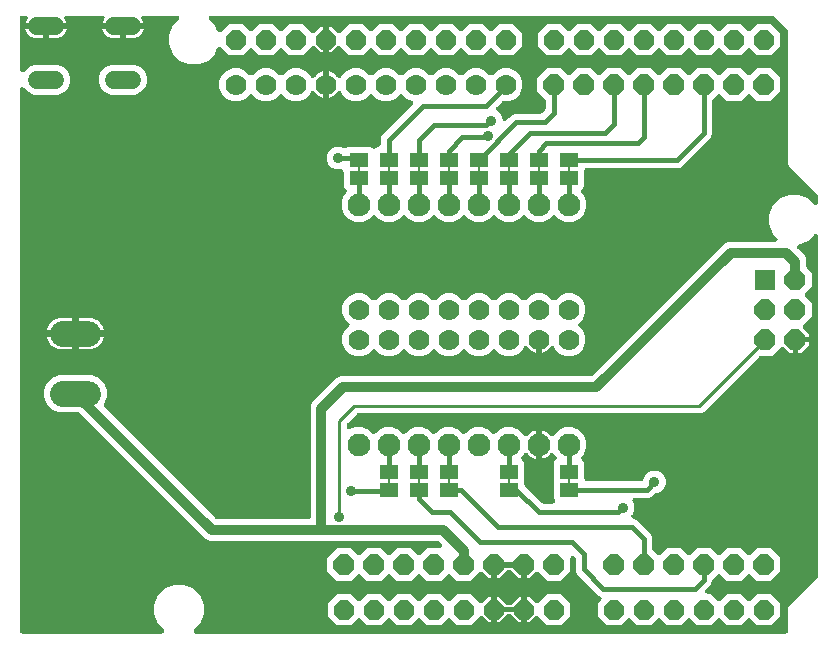
<source format=gbr>
G04 EAGLE Gerber RS-274X export*
G75*
%MOMM*%
%FSLAX34Y34*%
%LPD*%
%INTop Copper*%
%IPPOS*%
%AMOC8*
5,1,8,0,0,1.08239X$1,22.5*%
G01*
%ADD10P,1.814519X8X22.500000*%
%ADD11P,1.924489X8X22.500000*%
%ADD12R,1.778000X1.778000*%
%ADD13P,1.924489X8X292.500000*%
%ADD14C,1.778000*%
%ADD15P,1.924489X8X112.500000*%
%ADD16C,1.524000*%
%ADD17C,1.930400*%
%ADD18R,1.600200X1.168400*%
%ADD19R,0.203200X0.635000*%
%ADD20C,2.184400*%
%ADD21C,0.406400*%
%ADD22C,0.254000*%
%ADD23C,0.906400*%
%ADD24C,0.812800*%

G36*
X125312Y5082D02*
X125312Y5082D01*
X125321Y5081D01*
X125512Y5102D01*
X125703Y5121D01*
X125712Y5123D01*
X125721Y5124D01*
X125903Y5182D01*
X126088Y5239D01*
X126096Y5243D01*
X126105Y5246D01*
X126273Y5339D01*
X126442Y5431D01*
X126449Y5436D01*
X126457Y5441D01*
X126604Y5565D01*
X126752Y5688D01*
X126757Y5695D01*
X126764Y5701D01*
X126883Y5852D01*
X127004Y6002D01*
X127008Y6010D01*
X127014Y6017D01*
X127101Y6190D01*
X127189Y6359D01*
X127192Y6368D01*
X127196Y6376D01*
X127248Y6562D01*
X127301Y6746D01*
X127302Y6755D01*
X127304Y6764D01*
X127318Y6957D01*
X127334Y7148D01*
X127333Y7156D01*
X127333Y7165D01*
X127309Y7358D01*
X127287Y7547D01*
X127284Y7556D01*
X127283Y7565D01*
X127222Y7748D01*
X127162Y7930D01*
X127158Y7938D01*
X127155Y7946D01*
X127059Y8113D01*
X126964Y8281D01*
X126958Y8288D01*
X126954Y8295D01*
X126739Y8548D01*
X121829Y13459D01*
X118619Y21207D01*
X118619Y29593D01*
X121829Y37341D01*
X127759Y43271D01*
X135507Y46481D01*
X143893Y46481D01*
X151641Y43271D01*
X157571Y37341D01*
X160781Y29593D01*
X160781Y21207D01*
X157571Y13459D01*
X152661Y8548D01*
X152655Y8541D01*
X152648Y8536D01*
X152528Y8386D01*
X152406Y8237D01*
X152402Y8229D01*
X152396Y8222D01*
X152308Y8052D01*
X152217Y7881D01*
X152215Y7872D01*
X152211Y7865D01*
X152157Y7680D01*
X152102Y7495D01*
X152102Y7486D01*
X152099Y7478D01*
X152084Y7286D01*
X152066Y7094D01*
X152067Y7085D01*
X152066Y7076D01*
X152088Y6887D01*
X152109Y6694D01*
X152112Y6685D01*
X152113Y6677D01*
X152173Y6495D01*
X152231Y6310D01*
X152235Y6302D01*
X152238Y6294D01*
X152333Y6125D01*
X152426Y5958D01*
X152432Y5951D01*
X152436Y5943D01*
X152562Y5797D01*
X152686Y5651D01*
X152693Y5645D01*
X152699Y5638D01*
X152851Y5521D01*
X153002Y5401D01*
X153010Y5397D01*
X153017Y5392D01*
X153189Y5306D01*
X153361Y5219D01*
X153370Y5216D01*
X153378Y5212D01*
X153564Y5162D01*
X153749Y5111D01*
X153758Y5110D01*
X153767Y5108D01*
X154097Y5081D01*
X653288Y5081D01*
X653306Y5083D01*
X653324Y5081D01*
X653506Y5102D01*
X653689Y5121D01*
X653706Y5126D01*
X653723Y5128D01*
X653898Y5185D01*
X654074Y5239D01*
X654089Y5247D01*
X654106Y5253D01*
X654266Y5343D01*
X654428Y5431D01*
X654441Y5442D01*
X654457Y5451D01*
X654596Y5571D01*
X654737Y5688D01*
X654748Y5702D01*
X654762Y5714D01*
X654874Y5859D01*
X654989Y6002D01*
X654997Y6018D01*
X655008Y6032D01*
X655090Y6197D01*
X655175Y6359D01*
X655180Y6376D01*
X655188Y6392D01*
X655235Y6571D01*
X655286Y6746D01*
X655288Y6764D01*
X655292Y6781D01*
X655319Y7112D01*
X655319Y26411D01*
X656093Y28278D01*
X680124Y52310D01*
X680141Y52330D01*
X680162Y52348D01*
X680269Y52486D01*
X680379Y52621D01*
X680392Y52645D01*
X680408Y52666D01*
X680486Y52823D01*
X680568Y52977D01*
X680576Y53002D01*
X680588Y53026D01*
X680633Y53196D01*
X680683Y53363D01*
X680685Y53389D01*
X680692Y53415D01*
X680719Y53746D01*
X680719Y341203D01*
X680718Y341212D01*
X680719Y341221D01*
X680698Y341412D01*
X680679Y341603D01*
X680677Y341612D01*
X680676Y341621D01*
X680618Y341803D01*
X680561Y341988D01*
X680557Y341996D01*
X680554Y342005D01*
X680461Y342173D01*
X680369Y342342D01*
X680364Y342349D01*
X680359Y342357D01*
X680235Y342504D01*
X680112Y342652D01*
X680105Y342657D01*
X680099Y342664D01*
X679948Y342783D01*
X679798Y342904D01*
X679790Y342908D01*
X679783Y342914D01*
X679610Y343001D01*
X679441Y343089D01*
X679432Y343092D01*
X679424Y343096D01*
X679238Y343148D01*
X679054Y343201D01*
X679045Y343202D01*
X679036Y343204D01*
X678843Y343218D01*
X678652Y343234D01*
X678644Y343233D01*
X678635Y343233D01*
X678442Y343209D01*
X678253Y343187D01*
X678244Y343184D01*
X678235Y343183D01*
X678052Y343122D01*
X677870Y343062D01*
X677862Y343058D01*
X677854Y343055D01*
X677687Y342959D01*
X677519Y342864D01*
X677512Y342858D01*
X677505Y342854D01*
X677252Y342639D01*
X672341Y337729D01*
X668208Y336016D01*
X664241Y334373D01*
X664229Y334367D01*
X664217Y334363D01*
X664051Y334272D01*
X663886Y334183D01*
X663876Y334175D01*
X663864Y334168D01*
X663721Y334046D01*
X663576Y333927D01*
X663567Y333916D01*
X663557Y333908D01*
X663441Y333761D01*
X663322Y333614D01*
X663316Y333602D01*
X663308Y333592D01*
X663222Y333423D01*
X663135Y333258D01*
X663131Y333245D01*
X663125Y333233D01*
X663075Y333051D01*
X663022Y332871D01*
X663021Y332858D01*
X663017Y332845D01*
X663003Y332656D01*
X662987Y332470D01*
X662989Y332457D01*
X662988Y332443D01*
X663012Y332255D01*
X663033Y332070D01*
X663037Y332057D01*
X663038Y332044D01*
X663098Y331865D01*
X663156Y331687D01*
X663162Y331675D01*
X663166Y331662D01*
X663261Y331499D01*
X663352Y331335D01*
X663361Y331325D01*
X663367Y331313D01*
X663582Y331060D01*
X669423Y325220D01*
X670815Y321859D01*
X670815Y316254D01*
X670817Y316228D01*
X670815Y316201D01*
X670837Y316027D01*
X670855Y315854D01*
X670862Y315828D01*
X670866Y315801D01*
X670922Y315636D01*
X670973Y315469D01*
X670986Y315445D01*
X670994Y315420D01*
X671081Y315268D01*
X671165Y315115D01*
X671182Y315094D01*
X671195Y315071D01*
X671410Y314818D01*
X675641Y310587D01*
X675641Y299013D01*
X670164Y293536D01*
X670153Y293522D01*
X670139Y293511D01*
X670025Y293367D01*
X669909Y293225D01*
X669900Y293209D01*
X669889Y293195D01*
X669806Y293031D01*
X669720Y292869D01*
X669715Y292852D01*
X669707Y292836D01*
X669658Y292659D01*
X669605Y292483D01*
X669604Y292465D01*
X669599Y292448D01*
X669586Y292265D01*
X669569Y292082D01*
X669571Y292064D01*
X669570Y292047D01*
X669593Y291863D01*
X669612Y291682D01*
X669618Y291665D01*
X669620Y291647D01*
X669678Y291473D01*
X669734Y291298D01*
X669743Y291282D01*
X669748Y291266D01*
X669840Y291106D01*
X669929Y290946D01*
X669940Y290932D01*
X669949Y290917D01*
X670164Y290664D01*
X675641Y285187D01*
X675641Y273613D01*
X668368Y266340D01*
X668356Y266326D01*
X668343Y266315D01*
X668229Y266171D01*
X668113Y266029D01*
X668104Y266013D01*
X668093Y265999D01*
X668010Y265835D01*
X667924Y265673D01*
X667919Y265656D01*
X667911Y265640D01*
X667862Y265463D01*
X667809Y265287D01*
X667808Y265269D01*
X667803Y265252D01*
X667790Y265069D01*
X667773Y264886D01*
X667775Y264868D01*
X667774Y264851D01*
X667797Y264669D01*
X667816Y264486D01*
X667822Y264469D01*
X667824Y264451D01*
X667882Y264277D01*
X667938Y264102D01*
X667947Y264086D01*
X667952Y264070D01*
X668044Y263910D01*
X668133Y263750D01*
X668144Y263736D01*
X668153Y263721D01*
X668368Y263468D01*
X673101Y258735D01*
X673101Y256499D01*
X662138Y256499D01*
X662120Y256497D01*
X662103Y256499D01*
X661920Y256478D01*
X661738Y256459D01*
X661721Y256454D01*
X661703Y256452D01*
X661528Y256395D01*
X661353Y256341D01*
X661337Y256333D01*
X661320Y256327D01*
X661160Y256237D01*
X660999Y256149D01*
X660985Y256138D01*
X660969Y256129D01*
X660830Y256009D01*
X660689Y255892D01*
X660678Y255878D01*
X660665Y255866D01*
X660552Y255721D01*
X660437Y255578D01*
X660429Y255562D01*
X660418Y255548D01*
X660336Y255383D01*
X660322Y255356D01*
X660224Y255301D01*
X660062Y255213D01*
X660049Y255202D01*
X660033Y255193D01*
X659894Y255073D01*
X659753Y254955D01*
X659742Y254942D01*
X659728Y254930D01*
X659616Y254785D01*
X659501Y254642D01*
X659493Y254626D01*
X659482Y254612D01*
X659400Y254447D01*
X659315Y254284D01*
X659310Y254267D01*
X659302Y254251D01*
X659254Y254073D01*
X659204Y253898D01*
X659202Y253880D01*
X659198Y253863D01*
X659171Y253532D01*
X659171Y242569D01*
X656935Y242569D01*
X652202Y247302D01*
X652189Y247313D01*
X652177Y247327D01*
X652033Y247441D01*
X651891Y247557D01*
X651875Y247566D01*
X651861Y247577D01*
X651697Y247660D01*
X651535Y247746D01*
X651518Y247751D01*
X651502Y247759D01*
X651325Y247808D01*
X651149Y247861D01*
X651131Y247862D01*
X651114Y247867D01*
X650931Y247880D01*
X650748Y247897D01*
X650731Y247895D01*
X650713Y247896D01*
X650531Y247873D01*
X650348Y247854D01*
X650331Y247848D01*
X650313Y247846D01*
X650139Y247788D01*
X649964Y247732D01*
X649948Y247723D01*
X649932Y247718D01*
X649772Y247626D01*
X649612Y247537D01*
X649598Y247526D01*
X649583Y247517D01*
X649330Y247302D01*
X642057Y240029D01*
X632122Y240029D01*
X632095Y240027D01*
X632069Y240029D01*
X631895Y240007D01*
X631721Y239989D01*
X631696Y239982D01*
X631669Y239978D01*
X631504Y239923D01*
X631336Y239871D01*
X631313Y239858D01*
X631287Y239850D01*
X631136Y239763D01*
X630982Y239679D01*
X630962Y239662D01*
X630939Y239649D01*
X630686Y239434D01*
X583987Y192736D01*
X581653Y191769D01*
X291762Y191769D01*
X291735Y191767D01*
X291709Y191769D01*
X291535Y191747D01*
X291361Y191729D01*
X291336Y191722D01*
X291309Y191718D01*
X291144Y191663D01*
X290976Y191611D01*
X290953Y191598D01*
X290927Y191590D01*
X290776Y191503D01*
X290622Y191419D01*
X290602Y191402D01*
X290579Y191389D01*
X290326Y191174D01*
X282536Y183384D01*
X282519Y183364D01*
X282498Y183346D01*
X282391Y183208D01*
X282281Y183073D01*
X282268Y183049D01*
X282252Y183028D01*
X282174Y182871D01*
X282092Y182717D01*
X282084Y182692D01*
X282072Y182668D01*
X282027Y182498D01*
X281977Y182331D01*
X281975Y182305D01*
X281968Y182279D01*
X281941Y181948D01*
X281941Y179878D01*
X281942Y179865D01*
X281941Y179852D01*
X281962Y179666D01*
X281981Y179478D01*
X281985Y179465D01*
X281986Y179452D01*
X282044Y179273D01*
X282099Y179093D01*
X282105Y179081D01*
X282109Y179068D01*
X282201Y178904D01*
X282291Y178739D01*
X282299Y178729D01*
X282306Y178717D01*
X282428Y178574D01*
X282548Y178430D01*
X282559Y178421D01*
X282567Y178411D01*
X282715Y178295D01*
X282862Y178177D01*
X282874Y178171D01*
X282884Y178163D01*
X283053Y178078D01*
X283219Y177992D01*
X283232Y177988D01*
X283244Y177982D01*
X283425Y177932D01*
X283606Y177880D01*
X283620Y177879D01*
X283633Y177876D01*
X283821Y177863D01*
X284008Y177848D01*
X284021Y177849D01*
X284034Y177848D01*
X284222Y177873D01*
X284407Y177894D01*
X284420Y177899D01*
X284433Y177900D01*
X284749Y178002D01*
X289169Y179833D01*
X295031Y179833D01*
X300445Y177590D01*
X303364Y174672D01*
X303378Y174660D01*
X303389Y174647D01*
X303533Y174533D01*
X303675Y174416D01*
X303691Y174408D01*
X303705Y174397D01*
X303869Y174313D01*
X304031Y174228D01*
X304048Y174223D01*
X304064Y174215D01*
X304241Y174165D01*
X304417Y174113D01*
X304435Y174111D01*
X304452Y174107D01*
X304635Y174093D01*
X304818Y174077D01*
X304836Y174079D01*
X304853Y174077D01*
X305035Y174100D01*
X305218Y174120D01*
X305235Y174125D01*
X305253Y174128D01*
X305427Y174186D01*
X305602Y174242D01*
X305618Y174250D01*
X305634Y174256D01*
X305794Y174348D01*
X305954Y174436D01*
X305968Y174448D01*
X305983Y174457D01*
X306236Y174672D01*
X309155Y177590D01*
X314569Y179833D01*
X320431Y179833D01*
X325845Y177590D01*
X328764Y174672D01*
X328778Y174660D01*
X328789Y174647D01*
X328933Y174533D01*
X329075Y174416D01*
X329091Y174408D01*
X329105Y174397D01*
X329269Y174313D01*
X329431Y174228D01*
X329448Y174223D01*
X329464Y174215D01*
X329641Y174165D01*
X329817Y174113D01*
X329835Y174111D01*
X329852Y174107D01*
X330035Y174093D01*
X330218Y174077D01*
X330236Y174079D01*
X330253Y174077D01*
X330435Y174100D01*
X330618Y174120D01*
X330635Y174125D01*
X330653Y174128D01*
X330827Y174186D01*
X331002Y174242D01*
X331018Y174250D01*
X331034Y174256D01*
X331194Y174348D01*
X331354Y174436D01*
X331368Y174448D01*
X331383Y174457D01*
X331636Y174672D01*
X334555Y177590D01*
X339969Y179833D01*
X345831Y179833D01*
X351245Y177590D01*
X354164Y174672D01*
X354178Y174660D01*
X354189Y174647D01*
X354333Y174533D01*
X354475Y174416D01*
X354491Y174408D01*
X354505Y174397D01*
X354669Y174313D01*
X354831Y174228D01*
X354848Y174223D01*
X354864Y174215D01*
X355041Y174165D01*
X355217Y174113D01*
X355235Y174111D01*
X355252Y174107D01*
X355435Y174093D01*
X355618Y174077D01*
X355636Y174079D01*
X355653Y174077D01*
X355835Y174100D01*
X356018Y174120D01*
X356035Y174125D01*
X356053Y174128D01*
X356227Y174186D01*
X356402Y174242D01*
X356418Y174250D01*
X356434Y174256D01*
X356594Y174348D01*
X356754Y174436D01*
X356768Y174448D01*
X356783Y174457D01*
X357036Y174672D01*
X359955Y177590D01*
X365369Y179833D01*
X371231Y179833D01*
X376645Y177590D01*
X379564Y174672D01*
X379578Y174660D01*
X379589Y174647D01*
X379733Y174533D01*
X379875Y174416D01*
X379891Y174408D01*
X379905Y174397D01*
X380069Y174313D01*
X380231Y174228D01*
X380248Y174223D01*
X380264Y174215D01*
X380441Y174165D01*
X380617Y174113D01*
X380635Y174111D01*
X380652Y174107D01*
X380835Y174093D01*
X381018Y174077D01*
X381036Y174079D01*
X381053Y174077D01*
X381235Y174100D01*
X381418Y174120D01*
X381435Y174125D01*
X381453Y174128D01*
X381627Y174186D01*
X381802Y174242D01*
X381818Y174250D01*
X381834Y174256D01*
X381994Y174348D01*
X382154Y174436D01*
X382168Y174448D01*
X382183Y174457D01*
X382436Y174672D01*
X385355Y177590D01*
X390769Y179833D01*
X396631Y179833D01*
X402045Y177590D01*
X404964Y174672D01*
X404978Y174660D01*
X404989Y174647D01*
X405133Y174533D01*
X405275Y174416D01*
X405291Y174408D01*
X405305Y174397D01*
X405469Y174313D01*
X405631Y174228D01*
X405648Y174223D01*
X405664Y174215D01*
X405841Y174165D01*
X406017Y174113D01*
X406035Y174111D01*
X406052Y174107D01*
X406235Y174093D01*
X406418Y174077D01*
X406436Y174079D01*
X406453Y174077D01*
X406635Y174100D01*
X406818Y174120D01*
X406835Y174125D01*
X406853Y174128D01*
X407027Y174186D01*
X407202Y174242D01*
X407218Y174250D01*
X407234Y174256D01*
X407394Y174348D01*
X407554Y174436D01*
X407568Y174448D01*
X407583Y174457D01*
X407836Y174672D01*
X410755Y177590D01*
X416169Y179833D01*
X422031Y179833D01*
X427445Y177590D01*
X431590Y173445D01*
X431619Y173376D01*
X431700Y173224D01*
X431778Y173069D01*
X431795Y173046D01*
X431809Y173021D01*
X431919Y172888D01*
X432025Y172751D01*
X432047Y172732D01*
X432065Y172710D01*
X432200Y172601D01*
X432330Y172489D01*
X432356Y172475D01*
X432378Y172457D01*
X432531Y172376D01*
X432682Y172292D01*
X432709Y172283D01*
X432734Y172269D01*
X432900Y172221D01*
X433065Y172168D01*
X433093Y172164D01*
X433121Y172156D01*
X433292Y172142D01*
X433465Y172122D01*
X433493Y172124D01*
X433522Y172122D01*
X433693Y172141D01*
X433866Y172156D01*
X433893Y172164D01*
X433922Y172167D01*
X434087Y172220D01*
X434252Y172268D01*
X434278Y172281D01*
X434305Y172290D01*
X434457Y172374D01*
X434609Y172454D01*
X434632Y172472D01*
X434657Y172486D01*
X434788Y172599D01*
X434922Y172707D01*
X434943Y172732D01*
X434963Y172748D01*
X435015Y172815D01*
X435139Y172959D01*
X435200Y173043D01*
X436557Y174400D01*
X438110Y175528D01*
X439820Y176399D01*
X441645Y176992D01*
X442001Y177049D01*
X442001Y165568D01*
X442002Y165550D01*
X442001Y165533D01*
X442022Y165350D01*
X442041Y165168D01*
X442046Y165151D01*
X442048Y165133D01*
X442061Y165092D01*
X442034Y164998D01*
X442032Y164980D01*
X442028Y164963D01*
X442001Y164632D01*
X442001Y153151D01*
X441645Y153208D01*
X439820Y153801D01*
X438110Y154672D01*
X436557Y155800D01*
X435200Y157157D01*
X435139Y157241D01*
X435024Y157370D01*
X434913Y157502D01*
X434890Y157520D01*
X434871Y157542D01*
X434733Y157646D01*
X434598Y157753D01*
X434572Y157766D01*
X434549Y157784D01*
X434393Y157859D01*
X434240Y157937D01*
X434212Y157945D01*
X434186Y157957D01*
X434018Y158000D01*
X433852Y158047D01*
X433824Y158049D01*
X433796Y158056D01*
X433623Y158065D01*
X433451Y158078D01*
X433422Y158075D01*
X433394Y158076D01*
X433223Y158050D01*
X433051Y158029D01*
X433024Y158020D01*
X432995Y158016D01*
X432833Y157957D01*
X432669Y157903D01*
X432644Y157889D01*
X432617Y157879D01*
X432469Y157789D01*
X432319Y157703D01*
X432298Y157684D01*
X432273Y157669D01*
X432146Y157552D01*
X432016Y157439D01*
X431998Y157416D01*
X431977Y157396D01*
X431875Y157256D01*
X431770Y157120D01*
X431756Y157091D01*
X431741Y157071D01*
X431705Y156993D01*
X431619Y156824D01*
X431590Y156755D01*
X430038Y155203D01*
X430027Y155189D01*
X430013Y155177D01*
X429899Y155033D01*
X429783Y154891D01*
X429775Y154876D01*
X429764Y154862D01*
X429680Y154697D01*
X429594Y154536D01*
X429589Y154519D01*
X429581Y154503D01*
X429532Y154325D01*
X429480Y154150D01*
X429478Y154132D01*
X429473Y154115D01*
X429460Y153932D01*
X429443Y153749D01*
X429445Y153731D01*
X429444Y153713D01*
X429467Y153531D01*
X429487Y153348D01*
X429492Y153331D01*
X429494Y153314D01*
X429553Y153140D01*
X429608Y152965D01*
X429617Y152949D01*
X429622Y152932D01*
X429714Y152773D01*
X429803Y152612D01*
X429814Y152599D01*
X429823Y152583D01*
X430038Y152330D01*
X431408Y150960D01*
X432182Y149093D01*
X432182Y135384D01*
X432178Y135372D01*
X432166Y135348D01*
X432120Y135179D01*
X432069Y135012D01*
X432067Y134985D01*
X432060Y134959D01*
X432048Y134784D01*
X432031Y134611D01*
X432034Y134585D01*
X432032Y134558D01*
X432055Y134384D01*
X432073Y134211D01*
X432081Y134185D01*
X432084Y134159D01*
X432182Y133856D01*
X432182Y131169D01*
X432184Y131142D01*
X432182Y131115D01*
X432204Y130941D01*
X432222Y130768D01*
X432229Y130742D01*
X432233Y130716D01*
X432288Y130550D01*
X432340Y130383D01*
X432353Y130359D01*
X432361Y130334D01*
X432448Y130182D01*
X432532Y130029D01*
X432549Y130009D01*
X432562Y129985D01*
X432777Y129732D01*
X446851Y115658D01*
X446872Y115641D01*
X446889Y115620D01*
X447027Y115513D01*
X447163Y115403D01*
X447186Y115390D01*
X447208Y115374D01*
X447364Y115296D01*
X447518Y115214D01*
X447544Y115206D01*
X447568Y115194D01*
X447737Y115149D01*
X447904Y115099D01*
X447931Y115097D01*
X447957Y115090D01*
X448288Y115063D01*
X455905Y115063D01*
X455915Y115064D01*
X455924Y115063D01*
X456115Y115084D01*
X456306Y115103D01*
X456315Y115105D01*
X456324Y115106D01*
X456507Y115164D01*
X456691Y115221D01*
X456699Y115225D01*
X456708Y115228D01*
X456876Y115321D01*
X457045Y115413D01*
X457052Y115418D01*
X457060Y115423D01*
X457207Y115548D01*
X457354Y115670D01*
X457360Y115678D01*
X457367Y115684D01*
X457486Y115834D01*
X457606Y115984D01*
X457611Y115992D01*
X457616Y116000D01*
X457703Y116171D01*
X457792Y116341D01*
X457794Y116350D01*
X457799Y116359D01*
X457850Y116544D01*
X457903Y116728D01*
X457904Y116738D01*
X457907Y116747D01*
X457920Y116939D01*
X457936Y117130D01*
X457935Y117139D01*
X457936Y117148D01*
X457912Y117339D01*
X457889Y117529D01*
X457886Y117538D01*
X457885Y117548D01*
X457824Y117730D01*
X457764Y117912D01*
X457760Y117920D01*
X457757Y117929D01*
X457687Y118051D01*
X456818Y120147D01*
X456818Y133856D01*
X456822Y133868D01*
X456834Y133892D01*
X456880Y134061D01*
X456931Y134228D01*
X456933Y134255D01*
X456940Y134281D01*
X456952Y134455D01*
X456969Y134629D01*
X456966Y134656D01*
X456968Y134682D01*
X456945Y134856D01*
X456927Y135029D01*
X456919Y135055D01*
X456916Y135081D01*
X456818Y135385D01*
X456818Y149093D01*
X457592Y150960D01*
X458962Y152330D01*
X458973Y152344D01*
X458987Y152356D01*
X459101Y152500D01*
X459217Y152642D01*
X459225Y152657D01*
X459236Y152671D01*
X459320Y152836D01*
X459406Y152997D01*
X459411Y153014D01*
X459419Y153030D01*
X459468Y153207D01*
X459520Y153383D01*
X459522Y153401D01*
X459527Y153418D01*
X459540Y153601D01*
X459557Y153784D01*
X459555Y153802D01*
X459556Y153820D01*
X459533Y154002D01*
X459513Y154185D01*
X459508Y154202D01*
X459506Y154219D01*
X459448Y154393D01*
X459392Y154568D01*
X459383Y154584D01*
X459378Y154601D01*
X459286Y154760D01*
X459197Y154921D01*
X459186Y154934D01*
X459177Y154950D01*
X458962Y155203D01*
X457410Y156755D01*
X457381Y156824D01*
X457300Y156976D01*
X457222Y157131D01*
X457205Y157154D01*
X457191Y157179D01*
X457081Y157312D01*
X456975Y157449D01*
X456953Y157468D01*
X456935Y157490D01*
X456801Y157599D01*
X456670Y157711D01*
X456644Y157725D01*
X456622Y157743D01*
X456469Y157824D01*
X456318Y157908D01*
X456291Y157917D01*
X456266Y157931D01*
X456100Y157979D01*
X455935Y158032D01*
X455907Y158036D01*
X455879Y158044D01*
X455708Y158058D01*
X455535Y158078D01*
X455507Y158076D01*
X455478Y158078D01*
X455307Y158059D01*
X455134Y158044D01*
X455107Y158036D01*
X455078Y158033D01*
X454913Y157980D01*
X454748Y157932D01*
X454722Y157919D01*
X454695Y157910D01*
X454543Y157826D01*
X454391Y157746D01*
X454368Y157728D01*
X454343Y157714D01*
X454212Y157601D01*
X454078Y157493D01*
X454057Y157468D01*
X454037Y157452D01*
X453985Y157385D01*
X453861Y157241D01*
X453800Y157157D01*
X452443Y155800D01*
X450890Y154672D01*
X449180Y153801D01*
X447355Y153208D01*
X446999Y153151D01*
X446999Y164632D01*
X446997Y164650D01*
X446999Y164667D01*
X446978Y164849D01*
X446959Y165032D01*
X446954Y165049D01*
X446952Y165067D01*
X446939Y165108D01*
X446966Y165202D01*
X446968Y165220D01*
X446972Y165237D01*
X446999Y165568D01*
X446999Y177049D01*
X447355Y176992D01*
X449180Y176399D01*
X450890Y175528D01*
X452443Y174400D01*
X453800Y173043D01*
X453861Y172959D01*
X453976Y172830D01*
X454087Y172698D01*
X454110Y172680D01*
X454129Y172658D01*
X454267Y172554D01*
X454402Y172447D01*
X454428Y172434D01*
X454451Y172416D01*
X454607Y172341D01*
X454760Y172263D01*
X454788Y172255D01*
X454814Y172243D01*
X454982Y172200D01*
X455148Y172153D01*
X455176Y172151D01*
X455204Y172144D01*
X455377Y172135D01*
X455549Y172122D01*
X455578Y172125D01*
X455606Y172124D01*
X455777Y172150D01*
X455949Y172171D01*
X455976Y172180D01*
X456005Y172184D01*
X456167Y172243D01*
X456331Y172297D01*
X456356Y172311D01*
X456383Y172321D01*
X456531Y172411D01*
X456681Y172497D01*
X456702Y172516D01*
X456727Y172531D01*
X456854Y172648D01*
X456984Y172761D01*
X457002Y172784D01*
X457023Y172804D01*
X457125Y172944D01*
X457230Y173080D01*
X457244Y173109D01*
X457259Y173129D01*
X457295Y173207D01*
X457381Y173376D01*
X457410Y173445D01*
X461555Y177590D01*
X466969Y179833D01*
X472831Y179833D01*
X478245Y177590D01*
X482390Y173445D01*
X484633Y168031D01*
X484633Y162169D01*
X482390Y156755D01*
X480838Y155203D01*
X480827Y155189D01*
X480813Y155177D01*
X480699Y155033D01*
X480583Y154891D01*
X480575Y154876D01*
X480564Y154862D01*
X480480Y154697D01*
X480394Y154536D01*
X480389Y154519D01*
X480381Y154503D01*
X480332Y154325D01*
X480280Y154150D01*
X480278Y154132D01*
X480273Y154115D01*
X480260Y153932D01*
X480243Y153749D01*
X480245Y153731D01*
X480244Y153713D01*
X480267Y153531D01*
X480287Y153348D01*
X480292Y153331D01*
X480294Y153314D01*
X480353Y153140D01*
X480408Y152965D01*
X480417Y152949D01*
X480422Y152932D01*
X480514Y152773D01*
X480603Y152612D01*
X480614Y152599D01*
X480623Y152583D01*
X480838Y152330D01*
X482208Y150960D01*
X482982Y149093D01*
X482982Y136144D01*
X482984Y136126D01*
X482982Y136108D01*
X483003Y135926D01*
X483022Y135743D01*
X483027Y135726D01*
X483029Y135709D01*
X483086Y135534D01*
X483140Y135358D01*
X483148Y135343D01*
X483154Y135326D01*
X483244Y135166D01*
X483332Y135004D01*
X483343Y134991D01*
X483352Y134975D01*
X483472Y134836D01*
X483589Y134695D01*
X483603Y134684D01*
X483615Y134670D01*
X483760Y134558D01*
X483903Y134443D01*
X483919Y134435D01*
X483933Y134424D01*
X484098Y134342D01*
X484260Y134257D01*
X484277Y134252D01*
X484293Y134244D01*
X484472Y134197D01*
X484647Y134146D01*
X484665Y134144D01*
X484682Y134140D01*
X485013Y134113D01*
X530844Y134113D01*
X530866Y134115D01*
X530888Y134113D01*
X531066Y134135D01*
X531245Y134153D01*
X531266Y134159D01*
X531288Y134162D01*
X531458Y134218D01*
X531629Y134271D01*
X531649Y134281D01*
X531670Y134288D01*
X531826Y134377D01*
X531984Y134463D01*
X532001Y134477D01*
X532020Y134488D01*
X532155Y134606D01*
X532293Y134720D01*
X532307Y134738D01*
X532324Y134752D01*
X532433Y134894D01*
X532545Y135034D01*
X532555Y135054D01*
X532569Y135072D01*
X532721Y135367D01*
X534141Y138795D01*
X536845Y141499D01*
X540378Y142963D01*
X544202Y142963D01*
X547735Y141499D01*
X550439Y138795D01*
X551903Y135262D01*
X551903Y131438D01*
X550439Y127905D01*
X547735Y125201D01*
X544202Y123737D01*
X543578Y123737D01*
X543551Y123735D01*
X543524Y123737D01*
X543350Y123715D01*
X543177Y123697D01*
X543151Y123690D01*
X543125Y123686D01*
X542959Y123631D01*
X542792Y123579D01*
X542768Y123566D01*
X542743Y123558D01*
X542591Y123471D01*
X542438Y123387D01*
X542418Y123370D01*
X542394Y123357D01*
X542141Y123142D01*
X539969Y120970D01*
X539327Y120704D01*
X539326Y120704D01*
X537355Y119887D01*
X525698Y119887D01*
X525685Y119886D01*
X525672Y119887D01*
X525485Y119866D01*
X525298Y119847D01*
X525285Y119843D01*
X525272Y119842D01*
X525092Y119784D01*
X524913Y119729D01*
X524901Y119723D01*
X524888Y119719D01*
X524724Y119627D01*
X524559Y119537D01*
X524548Y119529D01*
X524537Y119522D01*
X524394Y119400D01*
X524249Y119280D01*
X524241Y119269D01*
X524231Y119261D01*
X524115Y119113D01*
X523997Y118966D01*
X523991Y118954D01*
X523983Y118944D01*
X523898Y118775D01*
X523812Y118609D01*
X523808Y118596D01*
X523802Y118584D01*
X523752Y118403D01*
X523700Y118222D01*
X523699Y118208D01*
X523696Y118195D01*
X523683Y118007D01*
X523667Y117820D01*
X523669Y117807D01*
X523668Y117794D01*
X523693Y117606D01*
X523714Y117421D01*
X523718Y117408D01*
X523720Y117395D01*
X523822Y117079D01*
X525233Y113672D01*
X525233Y109848D01*
X523769Y106315D01*
X523285Y105830D01*
X523279Y105823D01*
X523272Y105818D01*
X523153Y105669D01*
X523030Y105519D01*
X523025Y105511D01*
X523020Y105504D01*
X522932Y105335D01*
X522841Y105163D01*
X522838Y105154D01*
X522834Y105147D01*
X522782Y104963D01*
X522726Y104777D01*
X522725Y104768D01*
X522723Y104760D01*
X522707Y104569D01*
X522690Y104376D01*
X522691Y104367D01*
X522690Y104358D01*
X522712Y104169D01*
X522733Y103976D01*
X522736Y103967D01*
X522737Y103959D01*
X522797Y103776D01*
X522855Y103592D01*
X522859Y103584D01*
X522862Y103576D01*
X522957Y103407D01*
X523050Y103240D01*
X523055Y103233D01*
X523060Y103225D01*
X523185Y103080D01*
X523310Y102933D01*
X523317Y102927D01*
X523323Y102920D01*
X523475Y102803D01*
X523626Y102683D01*
X523634Y102679D01*
X523641Y102674D01*
X523815Y102587D01*
X523985Y102501D01*
X523993Y102498D01*
X524002Y102494D01*
X524190Y102444D01*
X524373Y102393D01*
X524382Y102392D01*
X524390Y102390D01*
X524639Y102369D01*
X527269Y101280D01*
X539430Y89119D01*
X540513Y86505D01*
X540513Y76986D01*
X540515Y76960D01*
X540513Y76933D01*
X540535Y76759D01*
X540553Y76586D01*
X540560Y76560D01*
X540564Y76533D01*
X540619Y76368D01*
X540671Y76201D01*
X540684Y76177D01*
X540692Y76152D01*
X540779Y76000D01*
X540863Y75847D01*
X540880Y75826D01*
X540893Y75803D01*
X541108Y75550D01*
X544664Y71994D01*
X544678Y71983D01*
X544689Y71969D01*
X544833Y71855D01*
X544975Y71739D01*
X544991Y71730D01*
X545005Y71719D01*
X545169Y71636D01*
X545331Y71550D01*
X545348Y71545D01*
X545364Y71537D01*
X545541Y71488D01*
X545717Y71435D01*
X545735Y71434D01*
X545752Y71429D01*
X545935Y71416D01*
X546118Y71399D01*
X546136Y71401D01*
X546153Y71400D01*
X546335Y71423D01*
X546518Y71442D01*
X546535Y71448D01*
X546553Y71450D01*
X546727Y71508D01*
X546902Y71564D01*
X546918Y71573D01*
X546934Y71578D01*
X547094Y71670D01*
X547254Y71759D01*
X547268Y71770D01*
X547283Y71779D01*
X547536Y71994D01*
X553013Y77471D01*
X564587Y77471D01*
X570064Y71994D01*
X570078Y71983D01*
X570089Y71969D01*
X570233Y71855D01*
X570375Y71739D01*
X570391Y71730D01*
X570405Y71719D01*
X570569Y71636D01*
X570731Y71550D01*
X570748Y71545D01*
X570764Y71537D01*
X570941Y71488D01*
X571117Y71435D01*
X571135Y71434D01*
X571152Y71429D01*
X571335Y71416D01*
X571518Y71399D01*
X571536Y71401D01*
X571553Y71400D01*
X571735Y71423D01*
X571918Y71442D01*
X571935Y71448D01*
X571953Y71450D01*
X572127Y71508D01*
X572302Y71564D01*
X572318Y71573D01*
X572334Y71578D01*
X572494Y71670D01*
X572654Y71759D01*
X572668Y71770D01*
X572683Y71779D01*
X572936Y71994D01*
X578413Y77471D01*
X589987Y77471D01*
X595464Y71994D01*
X595478Y71983D01*
X595489Y71969D01*
X595633Y71855D01*
X595775Y71739D01*
X595791Y71730D01*
X595805Y71719D01*
X595969Y71636D01*
X596131Y71550D01*
X596148Y71545D01*
X596164Y71537D01*
X596341Y71488D01*
X596517Y71435D01*
X596535Y71434D01*
X596552Y71429D01*
X596735Y71416D01*
X596918Y71399D01*
X596936Y71401D01*
X596953Y71400D01*
X597135Y71423D01*
X597318Y71442D01*
X597335Y71448D01*
X597353Y71450D01*
X597527Y71508D01*
X597702Y71564D01*
X597718Y71573D01*
X597734Y71578D01*
X597894Y71670D01*
X598054Y71759D01*
X598068Y71770D01*
X598083Y71779D01*
X598336Y71994D01*
X603813Y77471D01*
X615387Y77471D01*
X620864Y71994D01*
X620878Y71983D01*
X620889Y71969D01*
X621033Y71855D01*
X621175Y71739D01*
X621191Y71730D01*
X621205Y71719D01*
X621369Y71636D01*
X621531Y71550D01*
X621548Y71545D01*
X621564Y71537D01*
X621741Y71488D01*
X621917Y71435D01*
X621935Y71434D01*
X621952Y71429D01*
X622135Y71416D01*
X622318Y71399D01*
X622336Y71401D01*
X622353Y71400D01*
X622535Y71423D01*
X622718Y71442D01*
X622735Y71448D01*
X622753Y71450D01*
X622927Y71508D01*
X623102Y71564D01*
X623118Y71573D01*
X623134Y71578D01*
X623294Y71670D01*
X623454Y71759D01*
X623468Y71770D01*
X623483Y71779D01*
X623736Y71994D01*
X629213Y77471D01*
X640787Y77471D01*
X648971Y69287D01*
X648971Y57713D01*
X640787Y49529D01*
X629213Y49529D01*
X623736Y55006D01*
X623723Y55017D01*
X623711Y55031D01*
X623567Y55145D01*
X623425Y55261D01*
X623409Y55270D01*
X623395Y55281D01*
X623231Y55364D01*
X623069Y55450D01*
X623052Y55455D01*
X623036Y55463D01*
X622859Y55512D01*
X622683Y55565D01*
X622665Y55566D01*
X622648Y55571D01*
X622465Y55584D01*
X622282Y55601D01*
X622264Y55599D01*
X622247Y55600D01*
X622065Y55577D01*
X621882Y55558D01*
X621865Y55552D01*
X621847Y55550D01*
X621674Y55492D01*
X621498Y55436D01*
X621482Y55427D01*
X621466Y55422D01*
X621306Y55330D01*
X621146Y55241D01*
X621132Y55230D01*
X621117Y55221D01*
X620864Y55006D01*
X615387Y49529D01*
X603813Y49529D01*
X598336Y55006D01*
X598323Y55017D01*
X598311Y55031D01*
X598167Y55145D01*
X598025Y55261D01*
X598009Y55270D01*
X597995Y55281D01*
X597831Y55364D01*
X597669Y55450D01*
X597652Y55455D01*
X597636Y55463D01*
X597459Y55512D01*
X597283Y55565D01*
X597265Y55566D01*
X597248Y55571D01*
X597065Y55584D01*
X596882Y55601D01*
X596864Y55599D01*
X596847Y55600D01*
X596665Y55577D01*
X596482Y55558D01*
X596465Y55552D01*
X596447Y55550D01*
X596274Y55492D01*
X596098Y55436D01*
X596082Y55427D01*
X596066Y55422D01*
X595906Y55330D01*
X595746Y55241D01*
X595732Y55230D01*
X595717Y55221D01*
X595464Y55006D01*
X591908Y51450D01*
X591891Y51429D01*
X591870Y51412D01*
X591763Y51274D01*
X591653Y51139D01*
X591640Y51115D01*
X591624Y51094D01*
X591546Y50937D01*
X591464Y50783D01*
X591456Y50757D01*
X591444Y50733D01*
X591399Y50564D01*
X591349Y50397D01*
X591347Y50370D01*
X591340Y50344D01*
X591313Y50014D01*
X591313Y49385D01*
X590230Y46771D01*
X585789Y42330D01*
X585784Y42323D01*
X585777Y42318D01*
X585656Y42168D01*
X585534Y42019D01*
X585530Y42011D01*
X585524Y42004D01*
X585436Y41834D01*
X585346Y41663D01*
X585343Y41654D01*
X585339Y41647D01*
X585286Y41462D01*
X585231Y41277D01*
X585230Y41268D01*
X585227Y41260D01*
X585212Y41068D01*
X585194Y40876D01*
X585195Y40867D01*
X585195Y40858D01*
X585217Y40669D01*
X585238Y40476D01*
X585240Y40467D01*
X585241Y40459D01*
X585301Y40277D01*
X585359Y40092D01*
X585364Y40084D01*
X585366Y40076D01*
X585461Y39907D01*
X585554Y39740D01*
X585560Y39733D01*
X585564Y39725D01*
X585690Y39579D01*
X585815Y39433D01*
X585822Y39427D01*
X585827Y39420D01*
X585979Y39303D01*
X586130Y39183D01*
X586138Y39179D01*
X586145Y39174D01*
X586318Y39088D01*
X586489Y39001D01*
X586498Y38998D01*
X586506Y38994D01*
X586692Y38944D01*
X586877Y38893D01*
X586886Y38892D01*
X586895Y38890D01*
X587226Y38863D01*
X589776Y38863D01*
X595464Y33175D01*
X595477Y33164D01*
X595489Y33151D01*
X595633Y33037D01*
X595775Y32920D01*
X595791Y32912D01*
X595805Y32901D01*
X595969Y32818D01*
X596131Y32732D01*
X596148Y32727D01*
X596164Y32719D01*
X596341Y32669D01*
X596517Y32617D01*
X596535Y32615D01*
X596552Y32611D01*
X596735Y32597D01*
X596918Y32581D01*
X596936Y32583D01*
X596953Y32581D01*
X597135Y32604D01*
X597318Y32624D01*
X597335Y32629D01*
X597353Y32632D01*
X597526Y32690D01*
X597702Y32745D01*
X597718Y32754D01*
X597734Y32760D01*
X597894Y32852D01*
X598054Y32940D01*
X598068Y32952D01*
X598083Y32961D01*
X598336Y33175D01*
X604024Y38863D01*
X615176Y38863D01*
X620864Y33175D01*
X620878Y33164D01*
X620889Y33151D01*
X621033Y33037D01*
X621175Y32920D01*
X621191Y32912D01*
X621205Y32901D01*
X621369Y32817D01*
X621531Y32732D01*
X621548Y32727D01*
X621564Y32719D01*
X621741Y32669D01*
X621917Y32617D01*
X621935Y32615D01*
X621952Y32611D01*
X622135Y32597D01*
X622318Y32581D01*
X622336Y32583D01*
X622353Y32581D01*
X622535Y32604D01*
X622718Y32624D01*
X622735Y32629D01*
X622753Y32632D01*
X622927Y32690D01*
X623102Y32745D01*
X623118Y32754D01*
X623134Y32760D01*
X623294Y32852D01*
X623454Y32940D01*
X623468Y32952D01*
X623483Y32961D01*
X623736Y33175D01*
X629424Y38863D01*
X640576Y38863D01*
X648463Y30976D01*
X648463Y19824D01*
X640576Y11937D01*
X629424Y11937D01*
X623736Y17625D01*
X623723Y17636D01*
X623711Y17649D01*
X623567Y17763D01*
X623425Y17880D01*
X623409Y17888D01*
X623395Y17899D01*
X623231Y17982D01*
X623069Y18068D01*
X623052Y18073D01*
X623036Y18081D01*
X622859Y18131D01*
X622683Y18183D01*
X622665Y18185D01*
X622648Y18189D01*
X622465Y18203D01*
X622282Y18219D01*
X622264Y18217D01*
X622247Y18219D01*
X622065Y18196D01*
X621882Y18176D01*
X621865Y18171D01*
X621847Y18168D01*
X621674Y18110D01*
X621498Y18055D01*
X621482Y18046D01*
X621466Y18040D01*
X621306Y17948D01*
X621146Y17860D01*
X621132Y17848D01*
X621117Y17839D01*
X620864Y17625D01*
X615176Y11937D01*
X604024Y11937D01*
X598336Y17625D01*
X598322Y17636D01*
X598311Y17649D01*
X598167Y17763D01*
X598025Y17880D01*
X598009Y17888D01*
X597995Y17899D01*
X597831Y17983D01*
X597669Y18068D01*
X597652Y18073D01*
X597636Y18081D01*
X597459Y18131D01*
X597283Y18183D01*
X597265Y18185D01*
X597248Y18189D01*
X597065Y18203D01*
X596882Y18219D01*
X596864Y18217D01*
X596847Y18219D01*
X596665Y18196D01*
X596482Y18176D01*
X596465Y18171D01*
X596447Y18168D01*
X596273Y18110D01*
X596098Y18055D01*
X596082Y18046D01*
X596066Y18040D01*
X595906Y17948D01*
X595746Y17860D01*
X595732Y17848D01*
X595717Y17839D01*
X595464Y17625D01*
X589776Y11937D01*
X578624Y11937D01*
X572936Y17625D01*
X572922Y17636D01*
X572911Y17649D01*
X572767Y17763D01*
X572625Y17880D01*
X572609Y17888D01*
X572595Y17899D01*
X572431Y17983D01*
X572269Y18068D01*
X572252Y18073D01*
X572236Y18081D01*
X572059Y18131D01*
X571883Y18183D01*
X571865Y18185D01*
X571848Y18189D01*
X571665Y18203D01*
X571482Y18219D01*
X571464Y18217D01*
X571447Y18219D01*
X571265Y18196D01*
X571082Y18176D01*
X571065Y18171D01*
X571047Y18168D01*
X570873Y18110D01*
X570698Y18055D01*
X570682Y18046D01*
X570666Y18040D01*
X570506Y17948D01*
X570346Y17860D01*
X570332Y17848D01*
X570317Y17839D01*
X570064Y17625D01*
X564376Y11937D01*
X553224Y11937D01*
X547536Y17625D01*
X547522Y17636D01*
X547511Y17649D01*
X547367Y17763D01*
X547225Y17880D01*
X547209Y17888D01*
X547195Y17899D01*
X547031Y17983D01*
X546869Y18068D01*
X546852Y18073D01*
X546836Y18081D01*
X546659Y18131D01*
X546483Y18183D01*
X546465Y18185D01*
X546448Y18189D01*
X546265Y18203D01*
X546082Y18219D01*
X546064Y18217D01*
X546047Y18219D01*
X545865Y18196D01*
X545682Y18176D01*
X545665Y18171D01*
X545647Y18168D01*
X545473Y18110D01*
X545298Y18055D01*
X545282Y18046D01*
X545266Y18040D01*
X545106Y17948D01*
X544946Y17860D01*
X544932Y17848D01*
X544917Y17839D01*
X544664Y17625D01*
X538976Y11937D01*
X527824Y11937D01*
X522136Y17625D01*
X522122Y17636D01*
X522111Y17649D01*
X521967Y17763D01*
X521825Y17880D01*
X521809Y17888D01*
X521795Y17899D01*
X521631Y17983D01*
X521469Y18068D01*
X521452Y18073D01*
X521436Y18081D01*
X521259Y18131D01*
X521083Y18183D01*
X521065Y18185D01*
X521048Y18189D01*
X520865Y18203D01*
X520682Y18219D01*
X520664Y18217D01*
X520647Y18219D01*
X520465Y18196D01*
X520282Y18176D01*
X520265Y18171D01*
X520247Y18168D01*
X520073Y18110D01*
X519898Y18055D01*
X519882Y18046D01*
X519866Y18040D01*
X519706Y17948D01*
X519546Y17860D01*
X519532Y17848D01*
X519517Y17839D01*
X519264Y17625D01*
X513576Y11937D01*
X502424Y11937D01*
X494537Y19824D01*
X494537Y30976D01*
X496912Y33352D01*
X496921Y33362D01*
X496931Y33371D01*
X497048Y33518D01*
X497167Y33663D01*
X497174Y33675D01*
X497182Y33685D01*
X497268Y33853D01*
X497356Y34019D01*
X497360Y34031D01*
X497366Y34044D01*
X497418Y34225D01*
X497471Y34405D01*
X497472Y34418D01*
X497476Y34431D01*
X497490Y34618D01*
X497507Y34806D01*
X497506Y34819D01*
X497507Y34832D01*
X497484Y35017D01*
X497464Y35206D01*
X497460Y35219D01*
X497458Y35232D01*
X497400Y35409D01*
X497342Y35590D01*
X497336Y35602D01*
X497332Y35614D01*
X497239Y35777D01*
X497148Y35942D01*
X497139Y35952D01*
X497132Y35964D01*
X497009Y36106D01*
X496887Y36249D01*
X496877Y36257D01*
X496868Y36268D01*
X496718Y36383D01*
X496571Y36499D01*
X496559Y36505D01*
X496549Y36513D01*
X496253Y36665D01*
X495081Y37150D01*
X476570Y55661D01*
X475487Y58275D01*
X475487Y68602D01*
X475485Y68629D01*
X475487Y68656D01*
X475465Y68830D01*
X475447Y69003D01*
X475440Y69028D01*
X475436Y69055D01*
X475380Y69221D01*
X475329Y69388D01*
X475317Y69411D01*
X475308Y69437D01*
X475221Y69588D01*
X475137Y69742D01*
X475120Y69762D01*
X475107Y69786D01*
X474892Y70039D01*
X474638Y70293D01*
X474631Y70298D01*
X474626Y70305D01*
X474476Y70426D01*
X474327Y70548D01*
X474319Y70552D01*
X474312Y70558D01*
X474142Y70646D01*
X473971Y70736D01*
X473963Y70739D01*
X473955Y70743D01*
X473770Y70796D01*
X473585Y70851D01*
X473576Y70852D01*
X473568Y70855D01*
X473376Y70870D01*
X473184Y70888D01*
X473175Y70887D01*
X473166Y70887D01*
X472976Y70865D01*
X472784Y70844D01*
X472776Y70842D01*
X472767Y70841D01*
X472583Y70781D01*
X472400Y70723D01*
X472392Y70718D01*
X472384Y70716D01*
X472216Y70621D01*
X472048Y70528D01*
X472041Y70522D01*
X472033Y70518D01*
X471887Y70392D01*
X471741Y70268D01*
X471735Y70261D01*
X471728Y70255D01*
X471610Y70102D01*
X471491Y69952D01*
X471487Y69944D01*
X471482Y69937D01*
X471396Y69764D01*
X471309Y69593D01*
X471306Y69584D01*
X471302Y69576D01*
X471252Y69388D01*
X471201Y69205D01*
X471200Y69196D01*
X471198Y69187D01*
X471171Y68856D01*
X471171Y57713D01*
X462987Y49529D01*
X451413Y49529D01*
X444140Y56802D01*
X444126Y56814D01*
X444115Y56827D01*
X443971Y56941D01*
X443829Y57057D01*
X443813Y57066D01*
X443799Y57077D01*
X443635Y57160D01*
X443473Y57246D01*
X443456Y57251D01*
X443440Y57259D01*
X443263Y57308D01*
X443087Y57361D01*
X443069Y57362D01*
X443052Y57367D01*
X442869Y57380D01*
X442686Y57397D01*
X442668Y57395D01*
X442651Y57396D01*
X442469Y57373D01*
X442286Y57354D01*
X442269Y57348D01*
X442251Y57346D01*
X442077Y57288D01*
X441902Y57232D01*
X441886Y57223D01*
X441870Y57218D01*
X441710Y57126D01*
X441550Y57037D01*
X441536Y57026D01*
X441521Y57017D01*
X441268Y56802D01*
X436535Y52069D01*
X434339Y52069D01*
X434339Y62992D01*
X434337Y63010D01*
X434339Y63027D01*
X434318Y63210D01*
X434299Y63392D01*
X434294Y63409D01*
X434292Y63427D01*
X434235Y63602D01*
X434181Y63777D01*
X434173Y63793D01*
X434167Y63810D01*
X434077Y63970D01*
X433989Y64131D01*
X433978Y64145D01*
X433969Y64161D01*
X433849Y64300D01*
X433732Y64441D01*
X433718Y64452D01*
X433706Y64465D01*
X433561Y64578D01*
X433418Y64693D01*
X433402Y64701D01*
X433388Y64712D01*
X433223Y64794D01*
X433147Y64834D01*
X433061Y64986D01*
X432973Y65148D01*
X432962Y65161D01*
X432953Y65177D01*
X432833Y65316D01*
X432715Y65457D01*
X432702Y65468D01*
X432690Y65482D01*
X432545Y65594D01*
X432402Y65709D01*
X432386Y65717D01*
X432372Y65728D01*
X432207Y65810D01*
X432044Y65895D01*
X432027Y65900D01*
X432011Y65908D01*
X431833Y65955D01*
X431658Y66006D01*
X431640Y66008D01*
X431623Y66012D01*
X431292Y66039D01*
X406908Y66039D01*
X406890Y66037D01*
X406873Y66039D01*
X406690Y66018D01*
X406508Y65999D01*
X406491Y65994D01*
X406473Y65992D01*
X406298Y65935D01*
X406123Y65881D01*
X406107Y65873D01*
X406090Y65867D01*
X405930Y65777D01*
X405769Y65689D01*
X405755Y65678D01*
X405739Y65669D01*
X405600Y65549D01*
X405459Y65432D01*
X405448Y65418D01*
X405435Y65406D01*
X405322Y65261D01*
X405207Y65118D01*
X405199Y65102D01*
X405188Y65088D01*
X405106Y64923D01*
X405066Y64847D01*
X404914Y64761D01*
X404752Y64673D01*
X404739Y64662D01*
X404723Y64653D01*
X404584Y64533D01*
X404443Y64415D01*
X404432Y64402D01*
X404418Y64390D01*
X404306Y64245D01*
X404191Y64102D01*
X404183Y64086D01*
X404172Y64072D01*
X404090Y63907D01*
X404005Y63744D01*
X404000Y63727D01*
X403992Y63711D01*
X403944Y63533D01*
X403894Y63358D01*
X403892Y63340D01*
X403888Y63323D01*
X403861Y62992D01*
X403861Y52069D01*
X401665Y52069D01*
X396932Y56802D01*
X396919Y56813D01*
X396907Y56827D01*
X396763Y56941D01*
X396621Y57057D01*
X396605Y57066D01*
X396591Y57077D01*
X396427Y57160D01*
X396265Y57246D01*
X396248Y57251D01*
X396232Y57259D01*
X396055Y57308D01*
X395879Y57361D01*
X395861Y57362D01*
X395844Y57367D01*
X395661Y57380D01*
X395478Y57397D01*
X395461Y57395D01*
X395443Y57396D01*
X395261Y57373D01*
X395078Y57354D01*
X395061Y57348D01*
X395043Y57346D01*
X394869Y57288D01*
X394694Y57232D01*
X394678Y57223D01*
X394662Y57218D01*
X394502Y57126D01*
X394342Y57037D01*
X394328Y57026D01*
X394313Y57017D01*
X394060Y56802D01*
X386787Y49529D01*
X375213Y49529D01*
X369736Y55006D01*
X369723Y55017D01*
X369711Y55031D01*
X369567Y55145D01*
X369425Y55261D01*
X369409Y55270D01*
X369395Y55281D01*
X369231Y55364D01*
X369069Y55450D01*
X369052Y55455D01*
X369036Y55463D01*
X368859Y55512D01*
X368683Y55565D01*
X368665Y55566D01*
X368648Y55571D01*
X368465Y55584D01*
X368282Y55601D01*
X368264Y55599D01*
X368247Y55600D01*
X368065Y55577D01*
X367882Y55558D01*
X367865Y55552D01*
X367847Y55550D01*
X367674Y55492D01*
X367498Y55436D01*
X367482Y55427D01*
X367466Y55422D01*
X367306Y55330D01*
X367146Y55241D01*
X367132Y55230D01*
X367117Y55221D01*
X366864Y55006D01*
X361387Y49529D01*
X349813Y49529D01*
X344336Y55006D01*
X344323Y55017D01*
X344311Y55031D01*
X344167Y55145D01*
X344025Y55261D01*
X344009Y55270D01*
X343995Y55281D01*
X343831Y55364D01*
X343669Y55450D01*
X343652Y55455D01*
X343636Y55463D01*
X343459Y55512D01*
X343283Y55565D01*
X343265Y55566D01*
X343248Y55571D01*
X343065Y55584D01*
X342882Y55601D01*
X342864Y55599D01*
X342847Y55600D01*
X342665Y55577D01*
X342482Y55558D01*
X342465Y55552D01*
X342447Y55550D01*
X342274Y55492D01*
X342098Y55436D01*
X342082Y55427D01*
X342066Y55422D01*
X341906Y55330D01*
X341746Y55241D01*
X341732Y55230D01*
X341717Y55221D01*
X341464Y55006D01*
X335987Y49529D01*
X324413Y49529D01*
X318936Y55006D01*
X318923Y55017D01*
X318911Y55031D01*
X318767Y55145D01*
X318625Y55261D01*
X318609Y55270D01*
X318595Y55281D01*
X318431Y55364D01*
X318269Y55450D01*
X318252Y55455D01*
X318236Y55463D01*
X318059Y55512D01*
X317883Y55565D01*
X317865Y55566D01*
X317848Y55571D01*
X317665Y55584D01*
X317482Y55601D01*
X317464Y55599D01*
X317447Y55600D01*
X317265Y55577D01*
X317082Y55558D01*
X317065Y55552D01*
X317047Y55550D01*
X316874Y55492D01*
X316698Y55436D01*
X316682Y55427D01*
X316666Y55422D01*
X316506Y55330D01*
X316346Y55241D01*
X316332Y55230D01*
X316317Y55221D01*
X316064Y55006D01*
X310587Y49529D01*
X299013Y49529D01*
X293536Y55006D01*
X293523Y55017D01*
X293511Y55031D01*
X293367Y55145D01*
X293225Y55261D01*
X293209Y55270D01*
X293195Y55281D01*
X293031Y55364D01*
X292869Y55450D01*
X292852Y55455D01*
X292836Y55463D01*
X292659Y55512D01*
X292483Y55565D01*
X292465Y55566D01*
X292448Y55571D01*
X292265Y55584D01*
X292082Y55601D01*
X292064Y55599D01*
X292047Y55600D01*
X291865Y55577D01*
X291682Y55558D01*
X291665Y55552D01*
X291647Y55550D01*
X291474Y55492D01*
X291298Y55436D01*
X291282Y55427D01*
X291266Y55422D01*
X291106Y55330D01*
X290946Y55241D01*
X290932Y55230D01*
X290917Y55221D01*
X290664Y55006D01*
X285187Y49529D01*
X273613Y49529D01*
X265429Y57713D01*
X265429Y69287D01*
X273613Y77471D01*
X285187Y77471D01*
X290664Y71994D01*
X290678Y71983D01*
X290689Y71969D01*
X290833Y71855D01*
X290975Y71739D01*
X290991Y71730D01*
X291005Y71719D01*
X291169Y71636D01*
X291331Y71550D01*
X291348Y71545D01*
X291364Y71537D01*
X291541Y71488D01*
X291717Y71435D01*
X291735Y71434D01*
X291752Y71429D01*
X291935Y71416D01*
X292118Y71399D01*
X292136Y71401D01*
X292153Y71400D01*
X292335Y71423D01*
X292518Y71442D01*
X292535Y71448D01*
X292553Y71450D01*
X292727Y71508D01*
X292902Y71564D01*
X292918Y71573D01*
X292934Y71578D01*
X293094Y71670D01*
X293254Y71759D01*
X293268Y71770D01*
X293283Y71779D01*
X293536Y71994D01*
X299013Y77471D01*
X310587Y77471D01*
X316064Y71994D01*
X316078Y71983D01*
X316089Y71969D01*
X316233Y71855D01*
X316375Y71739D01*
X316391Y71730D01*
X316405Y71719D01*
X316569Y71636D01*
X316731Y71550D01*
X316748Y71545D01*
X316764Y71537D01*
X316941Y71488D01*
X317117Y71435D01*
X317135Y71434D01*
X317152Y71429D01*
X317335Y71416D01*
X317518Y71399D01*
X317536Y71401D01*
X317553Y71400D01*
X317735Y71423D01*
X317918Y71442D01*
X317935Y71448D01*
X317953Y71450D01*
X318127Y71508D01*
X318302Y71564D01*
X318318Y71573D01*
X318334Y71578D01*
X318494Y71670D01*
X318654Y71759D01*
X318668Y71770D01*
X318683Y71779D01*
X318936Y71994D01*
X324413Y77471D01*
X335987Y77471D01*
X341464Y71994D01*
X341478Y71983D01*
X341489Y71969D01*
X341633Y71855D01*
X341775Y71739D01*
X341791Y71730D01*
X341805Y71719D01*
X341969Y71636D01*
X342131Y71550D01*
X342148Y71545D01*
X342164Y71537D01*
X342341Y71488D01*
X342517Y71435D01*
X342535Y71434D01*
X342552Y71429D01*
X342735Y71416D01*
X342918Y71399D01*
X342936Y71401D01*
X342953Y71400D01*
X343135Y71423D01*
X343318Y71442D01*
X343335Y71448D01*
X343353Y71450D01*
X343527Y71508D01*
X343702Y71564D01*
X343718Y71573D01*
X343734Y71578D01*
X343894Y71670D01*
X344054Y71759D01*
X344068Y71770D01*
X344083Y71779D01*
X344336Y71994D01*
X349813Y77471D01*
X360623Y77471D01*
X360632Y77472D01*
X360641Y77471D01*
X360832Y77492D01*
X361023Y77511D01*
X361032Y77513D01*
X361041Y77514D01*
X361223Y77572D01*
X361408Y77629D01*
X361416Y77633D01*
X361425Y77636D01*
X361593Y77729D01*
X361762Y77821D01*
X361769Y77826D01*
X361777Y77831D01*
X361925Y77956D01*
X362072Y78078D01*
X362077Y78085D01*
X362084Y78091D01*
X362203Y78241D01*
X362324Y78392D01*
X362328Y78400D01*
X362334Y78407D01*
X362421Y78579D01*
X362509Y78749D01*
X362512Y78758D01*
X362516Y78766D01*
X362568Y78952D01*
X362621Y79136D01*
X362622Y79145D01*
X362624Y79154D01*
X362638Y79346D01*
X362654Y79538D01*
X362653Y79546D01*
X362653Y79555D01*
X362629Y79748D01*
X362607Y79937D01*
X362604Y79946D01*
X362603Y79955D01*
X362542Y80138D01*
X362482Y80320D01*
X362478Y80328D01*
X362475Y80336D01*
X362379Y80502D01*
X362284Y80671D01*
X362278Y80678D01*
X362274Y80685D01*
X362059Y80938D01*
X360027Y82970D01*
X360006Y82987D01*
X359989Y83008D01*
X359851Y83114D01*
X359716Y83225D01*
X359692Y83238D01*
X359671Y83254D01*
X359515Y83332D01*
X359360Y83414D01*
X359334Y83422D01*
X359310Y83434D01*
X359141Y83479D01*
X358974Y83529D01*
X358947Y83531D01*
X358921Y83538D01*
X358591Y83565D01*
X165821Y83565D01*
X162460Y84957D01*
X55735Y191682D01*
X55714Y191699D01*
X55697Y191720D01*
X55559Y191827D01*
X55424Y191937D01*
X55400Y191950D01*
X55379Y191966D01*
X55222Y192044D01*
X55068Y192126D01*
X55042Y192134D01*
X55018Y192146D01*
X54849Y192191D01*
X54682Y192241D01*
X54655Y192243D01*
X54629Y192250D01*
X54299Y192277D01*
X37965Y192277D01*
X32083Y194714D01*
X27582Y199215D01*
X25145Y205097D01*
X25145Y211463D01*
X27582Y217345D01*
X32083Y221846D01*
X37965Y224283D01*
X66175Y224283D01*
X72057Y221846D01*
X76558Y217345D01*
X78995Y211463D01*
X78995Y205097D01*
X76523Y199130D01*
X76494Y199095D01*
X76486Y199079D01*
X76475Y199065D01*
X76391Y198900D01*
X76306Y198739D01*
X76301Y198722D01*
X76292Y198706D01*
X76243Y198529D01*
X76191Y198353D01*
X76189Y198335D01*
X76184Y198318D01*
X76171Y198135D01*
X76154Y197952D01*
X76156Y197934D01*
X76155Y197916D01*
X76178Y197734D01*
X76198Y197552D01*
X76203Y197535D01*
X76205Y197517D01*
X76264Y197344D01*
X76319Y197168D01*
X76328Y197152D01*
X76334Y197135D01*
X76425Y196976D01*
X76514Y196816D01*
X76526Y196802D01*
X76535Y196786D01*
X76749Y196533D01*
X170833Y102450D01*
X170854Y102433D01*
X170871Y102412D01*
X171009Y102305D01*
X171144Y102195D01*
X171168Y102182D01*
X171189Y102166D01*
X171346Y102088D01*
X171500Y102006D01*
X171526Y101998D01*
X171550Y101986D01*
X171719Y101941D01*
X171886Y101891D01*
X171913Y101889D01*
X171939Y101882D01*
X172269Y101855D01*
X249174Y101855D01*
X249192Y101857D01*
X249210Y101855D01*
X249392Y101876D01*
X249575Y101895D01*
X249592Y101900D01*
X249609Y101902D01*
X249784Y101959D01*
X249960Y102013D01*
X249975Y102021D01*
X249992Y102027D01*
X250152Y102117D01*
X250314Y102205D01*
X250327Y102216D01*
X250343Y102225D01*
X250482Y102345D01*
X250623Y102462D01*
X250634Y102476D01*
X250648Y102488D01*
X250760Y102633D01*
X250875Y102776D01*
X250883Y102792D01*
X250894Y102806D01*
X250976Y102971D01*
X251061Y103133D01*
X251066Y103150D01*
X251074Y103166D01*
X251121Y103345D01*
X251172Y103520D01*
X251174Y103538D01*
X251178Y103555D01*
X251205Y103886D01*
X251205Y197399D01*
X252597Y200760D01*
X255455Y203618D01*
X255456Y203618D01*
X270346Y218508D01*
X270346Y218509D01*
X273204Y221367D01*
X276565Y222759D01*
X488385Y222759D01*
X488411Y222761D01*
X488438Y222759D01*
X488612Y222781D01*
X488785Y222799D01*
X488811Y222806D01*
X488838Y222810D01*
X489003Y222865D01*
X489170Y222917D01*
X489194Y222930D01*
X489219Y222938D01*
X489371Y223025D01*
X489524Y223109D01*
X489545Y223126D01*
X489568Y223139D01*
X489821Y223354D01*
X601880Y335413D01*
X605241Y336805D01*
X644479Y336805D01*
X644488Y336806D01*
X644497Y336805D01*
X644688Y336826D01*
X644879Y336845D01*
X644888Y336847D01*
X644897Y336848D01*
X645079Y336906D01*
X645264Y336963D01*
X645272Y336967D01*
X645281Y336970D01*
X645449Y337063D01*
X645618Y337155D01*
X645625Y337160D01*
X645633Y337165D01*
X645780Y337289D01*
X645928Y337412D01*
X645933Y337419D01*
X645940Y337425D01*
X646059Y337576D01*
X646180Y337726D01*
X646184Y337734D01*
X646190Y337741D01*
X646277Y337914D01*
X646365Y338083D01*
X646368Y338092D01*
X646372Y338100D01*
X646424Y338286D01*
X646477Y338470D01*
X646478Y338479D01*
X646480Y338488D01*
X646494Y338681D01*
X646510Y338872D01*
X646509Y338880D01*
X646509Y338889D01*
X646485Y339082D01*
X646463Y339271D01*
X646460Y339280D01*
X646459Y339289D01*
X646398Y339472D01*
X646338Y339654D01*
X646334Y339662D01*
X646331Y339670D01*
X646235Y339837D01*
X646140Y340005D01*
X646134Y340012D01*
X646130Y340019D01*
X645915Y340272D01*
X642529Y343659D01*
X639319Y351407D01*
X639319Y359793D01*
X642529Y367541D01*
X648459Y373471D01*
X651971Y374926D01*
X656207Y376681D01*
X664593Y376681D01*
X672341Y373471D01*
X677252Y368561D01*
X677259Y368555D01*
X677264Y368548D01*
X677414Y368428D01*
X677563Y368306D01*
X677571Y368302D01*
X677578Y368296D01*
X677748Y368208D01*
X677919Y368117D01*
X677928Y368115D01*
X677935Y368111D01*
X678120Y368057D01*
X678305Y368002D01*
X678314Y368002D01*
X678322Y367999D01*
X678514Y367984D01*
X678706Y367966D01*
X678715Y367967D01*
X678724Y367966D01*
X678913Y367988D01*
X679106Y368009D01*
X679115Y368012D01*
X679123Y368013D01*
X679305Y368073D01*
X679490Y368131D01*
X679498Y368135D01*
X679506Y368138D01*
X679675Y368233D01*
X679842Y368326D01*
X679849Y368332D01*
X679857Y368336D01*
X680003Y368462D01*
X680149Y368586D01*
X680155Y368593D01*
X680162Y368599D01*
X680279Y368751D01*
X680399Y368902D01*
X680403Y368910D01*
X680408Y368917D01*
X680494Y369089D01*
X680581Y369261D01*
X680584Y369270D01*
X680588Y369278D01*
X680638Y369464D01*
X680689Y369649D01*
X680690Y369658D01*
X680692Y369667D01*
X680719Y369997D01*
X680719Y375514D01*
X680717Y375541D01*
X680719Y375567D01*
X680697Y375741D01*
X680679Y375915D01*
X680672Y375940D01*
X680668Y375967D01*
X680613Y376133D01*
X680561Y376300D01*
X680548Y376323D01*
X680540Y376349D01*
X680453Y376500D01*
X680369Y376654D01*
X680352Y376674D01*
X680339Y376697D01*
X680124Y376950D01*
X656093Y400982D01*
X655319Y402849D01*
X655319Y515214D01*
X655317Y515241D01*
X655319Y515267D01*
X655297Y515441D01*
X655279Y515615D01*
X655272Y515640D01*
X655268Y515667D01*
X655213Y515833D01*
X655161Y516000D01*
X655148Y516023D01*
X655140Y516049D01*
X655053Y516200D01*
X654969Y516354D01*
X654952Y516374D01*
X654939Y516397D01*
X654724Y516650D01*
X643650Y527724D01*
X643630Y527741D01*
X643612Y527762D01*
X643474Y527869D01*
X643339Y527979D01*
X643315Y527992D01*
X643294Y528008D01*
X643137Y528086D01*
X642983Y528168D01*
X642958Y528176D01*
X642934Y528188D01*
X642764Y528233D01*
X642597Y528283D01*
X642571Y528285D01*
X642545Y528292D01*
X642214Y528319D01*
X166797Y528319D01*
X166788Y528318D01*
X166779Y528319D01*
X166588Y528298D01*
X166397Y528279D01*
X166388Y528277D01*
X166379Y528276D01*
X166197Y528218D01*
X166012Y528161D01*
X166004Y528157D01*
X165995Y528154D01*
X165827Y528061D01*
X165658Y527969D01*
X165651Y527964D01*
X165643Y527959D01*
X165496Y527835D01*
X165348Y527712D01*
X165343Y527705D01*
X165336Y527699D01*
X165217Y527548D01*
X165096Y527398D01*
X165092Y527390D01*
X165086Y527383D01*
X164999Y527210D01*
X164911Y527041D01*
X164908Y527032D01*
X164904Y527024D01*
X164852Y526838D01*
X164799Y526654D01*
X164798Y526645D01*
X164796Y526636D01*
X164782Y526443D01*
X164766Y526252D01*
X164767Y526244D01*
X164767Y526235D01*
X164791Y526042D01*
X164813Y525853D01*
X164816Y525844D01*
X164817Y525835D01*
X164878Y525652D01*
X164938Y525470D01*
X164942Y525462D01*
X164945Y525454D01*
X165041Y525287D01*
X165136Y525119D01*
X165142Y525112D01*
X165146Y525105D01*
X165361Y524852D01*
X170271Y519941D01*
X172210Y515261D01*
X172216Y515249D01*
X172220Y515236D01*
X172311Y515073D01*
X172400Y514906D01*
X172409Y514896D01*
X172415Y514884D01*
X172536Y514742D01*
X172657Y514596D01*
X172667Y514587D01*
X172676Y514577D01*
X172823Y514461D01*
X172969Y514342D01*
X172981Y514336D01*
X172992Y514328D01*
X173160Y514242D01*
X173326Y514155D01*
X173338Y514151D01*
X173351Y514145D01*
X173532Y514095D01*
X173712Y514042D01*
X173725Y514041D01*
X173738Y514037D01*
X173927Y514023D01*
X174113Y514007D01*
X174126Y514009D01*
X174140Y514008D01*
X174328Y514032D01*
X174513Y514052D01*
X174526Y514057D01*
X174539Y514058D01*
X174718Y514118D01*
X174897Y514176D01*
X174908Y514182D01*
X174921Y514186D01*
X175084Y514280D01*
X175248Y514372D01*
X175258Y514381D01*
X175270Y514387D01*
X175523Y514602D01*
X182384Y521463D01*
X193536Y521463D01*
X199224Y515775D01*
X199238Y515764D01*
X199249Y515751D01*
X199393Y515637D01*
X199535Y515520D01*
X199551Y515512D01*
X199565Y515501D01*
X199729Y515417D01*
X199891Y515332D01*
X199908Y515327D01*
X199924Y515319D01*
X200101Y515269D01*
X200277Y515217D01*
X200295Y515215D01*
X200312Y515211D01*
X200495Y515197D01*
X200678Y515181D01*
X200696Y515183D01*
X200713Y515181D01*
X200895Y515204D01*
X201078Y515224D01*
X201095Y515229D01*
X201113Y515232D01*
X201287Y515290D01*
X201462Y515345D01*
X201478Y515354D01*
X201494Y515360D01*
X201654Y515452D01*
X201814Y515540D01*
X201828Y515552D01*
X201843Y515561D01*
X202096Y515775D01*
X207784Y521463D01*
X218936Y521463D01*
X224624Y515775D01*
X224637Y515764D01*
X224649Y515751D01*
X224793Y515637D01*
X224935Y515520D01*
X224951Y515512D01*
X224965Y515501D01*
X225129Y515418D01*
X225291Y515332D01*
X225308Y515327D01*
X225324Y515319D01*
X225501Y515269D01*
X225677Y515217D01*
X225695Y515215D01*
X225712Y515211D01*
X225895Y515197D01*
X226078Y515181D01*
X226096Y515183D01*
X226113Y515181D01*
X226295Y515204D01*
X226478Y515224D01*
X226495Y515229D01*
X226513Y515232D01*
X226686Y515290D01*
X226862Y515345D01*
X226878Y515354D01*
X226894Y515360D01*
X227054Y515452D01*
X227214Y515540D01*
X227228Y515552D01*
X227243Y515561D01*
X227496Y515775D01*
X233184Y521463D01*
X244336Y521463D01*
X251820Y513979D01*
X251834Y513968D01*
X251845Y513954D01*
X251989Y513841D01*
X252131Y513724D01*
X252147Y513716D01*
X252161Y513705D01*
X252325Y513622D01*
X252487Y513536D01*
X252504Y513531D01*
X252520Y513523D01*
X252697Y513473D01*
X252873Y513421D01*
X252891Y513419D01*
X252908Y513415D01*
X253091Y513401D01*
X253274Y513385D01*
X253292Y513386D01*
X253309Y513385D01*
X253491Y513408D01*
X253674Y513428D01*
X253691Y513433D01*
X253709Y513436D01*
X253883Y513494D01*
X254058Y513549D01*
X254074Y513558D01*
X254090Y513564D01*
X254250Y513656D01*
X254410Y513744D01*
X254424Y513756D01*
X254439Y513765D01*
X254692Y513979D01*
X259636Y518923D01*
X261661Y518923D01*
X261661Y508468D01*
X261662Y508450D01*
X261661Y508433D01*
X261682Y508250D01*
X261701Y508068D01*
X261706Y508051D01*
X261708Y508033D01*
X261721Y507992D01*
X261694Y507898D01*
X261692Y507880D01*
X261688Y507863D01*
X261661Y507532D01*
X261661Y497077D01*
X259636Y497077D01*
X254692Y502021D01*
X254679Y502032D01*
X254667Y502046D01*
X254523Y502159D01*
X254381Y502276D01*
X254365Y502284D01*
X254351Y502295D01*
X254187Y502378D01*
X254025Y502464D01*
X254008Y502469D01*
X253992Y502477D01*
X253815Y502527D01*
X253639Y502579D01*
X253621Y502581D01*
X253604Y502585D01*
X253421Y502599D01*
X253238Y502615D01*
X253221Y502614D01*
X253203Y502615D01*
X253021Y502592D01*
X252838Y502572D01*
X252821Y502567D01*
X252803Y502564D01*
X252629Y502506D01*
X252454Y502451D01*
X252438Y502442D01*
X252422Y502436D01*
X252262Y502344D01*
X252102Y502256D01*
X252088Y502244D01*
X252073Y502235D01*
X251820Y502021D01*
X244336Y494537D01*
X233184Y494537D01*
X227496Y500225D01*
X227482Y500236D01*
X227471Y500249D01*
X227327Y500363D01*
X227185Y500480D01*
X227169Y500488D01*
X227155Y500499D01*
X226991Y500583D01*
X226829Y500668D01*
X226812Y500673D01*
X226796Y500681D01*
X226619Y500731D01*
X226443Y500783D01*
X226425Y500785D01*
X226408Y500789D01*
X226225Y500803D01*
X226042Y500819D01*
X226024Y500817D01*
X226007Y500819D01*
X225825Y500796D01*
X225642Y500776D01*
X225625Y500771D01*
X225607Y500768D01*
X225433Y500710D01*
X225258Y500655D01*
X225242Y500646D01*
X225226Y500640D01*
X225066Y500548D01*
X224906Y500460D01*
X224892Y500448D01*
X224877Y500439D01*
X224624Y500225D01*
X218936Y494537D01*
X207784Y494537D01*
X202096Y500225D01*
X202083Y500236D01*
X202071Y500249D01*
X201927Y500363D01*
X201785Y500480D01*
X201769Y500488D01*
X201755Y500499D01*
X201591Y500582D01*
X201429Y500668D01*
X201412Y500673D01*
X201396Y500681D01*
X201219Y500731D01*
X201043Y500783D01*
X201025Y500785D01*
X201008Y500789D01*
X200825Y500803D01*
X200642Y500819D01*
X200624Y500817D01*
X200607Y500819D01*
X200425Y500796D01*
X200242Y500776D01*
X200225Y500771D01*
X200207Y500768D01*
X200034Y500710D01*
X199858Y500655D01*
X199842Y500646D01*
X199826Y500640D01*
X199666Y500548D01*
X199506Y500460D01*
X199492Y500448D01*
X199477Y500439D01*
X199224Y500225D01*
X193536Y494537D01*
X182384Y494537D01*
X175523Y501398D01*
X175513Y501406D01*
X175504Y501417D01*
X175357Y501534D01*
X175211Y501653D01*
X175200Y501659D01*
X175189Y501668D01*
X175022Y501754D01*
X174856Y501842D01*
X174843Y501845D01*
X174831Y501852D01*
X174650Y501903D01*
X174470Y501956D01*
X174456Y501958D01*
X174444Y501961D01*
X174258Y501976D01*
X174069Y501993D01*
X174055Y501991D01*
X174042Y501992D01*
X173858Y501970D01*
X173669Y501949D01*
X173656Y501945D01*
X173643Y501944D01*
X173466Y501885D01*
X173285Y501828D01*
X173273Y501821D01*
X173260Y501817D01*
X173097Y501724D01*
X172932Y501633D01*
X172922Y501624D01*
X172911Y501618D01*
X172768Y501494D01*
X172625Y501373D01*
X172617Y501362D01*
X172607Y501353D01*
X172493Y501204D01*
X172376Y501057D01*
X172370Y501045D01*
X172362Y501034D01*
X172210Y500739D01*
X170271Y496059D01*
X164341Y490129D01*
X160072Y488360D01*
X156593Y486919D01*
X148207Y486919D01*
X140459Y490129D01*
X134529Y496059D01*
X131319Y503807D01*
X131319Y512193D01*
X134529Y519941D01*
X139439Y524852D01*
X139445Y524859D01*
X139452Y524864D01*
X139572Y525014D01*
X139694Y525163D01*
X139698Y525171D01*
X139704Y525178D01*
X139792Y525348D01*
X139883Y525519D01*
X139885Y525528D01*
X139889Y525535D01*
X139943Y525720D01*
X139998Y525905D01*
X139998Y525914D01*
X140001Y525922D01*
X140016Y526114D01*
X140034Y526306D01*
X140033Y526315D01*
X140034Y526324D01*
X140012Y526513D01*
X139991Y526706D01*
X139988Y526715D01*
X139987Y526723D01*
X139927Y526905D01*
X139869Y527090D01*
X139865Y527098D01*
X139862Y527106D01*
X139767Y527275D01*
X139674Y527442D01*
X139668Y527449D01*
X139664Y527457D01*
X139538Y527603D01*
X139414Y527749D01*
X139407Y527755D01*
X139401Y527762D01*
X139249Y527879D01*
X139098Y527999D01*
X139090Y528003D01*
X139083Y528008D01*
X138911Y528094D01*
X138739Y528181D01*
X138730Y528184D01*
X138722Y528188D01*
X138536Y528238D01*
X138351Y528289D01*
X138342Y528290D01*
X138333Y528292D01*
X138003Y528319D01*
X109725Y528319D01*
X109674Y528314D01*
X109623Y528317D01*
X109474Y528294D01*
X109324Y528279D01*
X109275Y528264D01*
X109225Y528257D01*
X109083Y528205D01*
X108939Y528161D01*
X108894Y528137D01*
X108846Y528119D01*
X108718Y528041D01*
X108585Y527969D01*
X108546Y527937D01*
X108502Y527910D01*
X108392Y527808D01*
X108276Y527712D01*
X108244Y527672D01*
X108206Y527637D01*
X108118Y527515D01*
X108024Y527398D01*
X108000Y527353D01*
X107970Y527311D01*
X107908Y527174D01*
X107838Y527041D01*
X107824Y526992D01*
X107803Y526945D01*
X107768Y526798D01*
X107727Y526654D01*
X107723Y526603D01*
X107711Y526553D01*
X107706Y526402D01*
X107694Y526252D01*
X107700Y526202D01*
X107698Y526151D01*
X107723Y526002D01*
X107741Y525853D01*
X107757Y525804D01*
X107765Y525754D01*
X107819Y525613D01*
X107866Y525470D01*
X107891Y525425D01*
X107909Y525377D01*
X108029Y525180D01*
X108064Y525119D01*
X108073Y525109D01*
X108082Y525094D01*
X108512Y524501D01*
X109238Y523076D01*
X109681Y521715D01*
X92710Y521715D01*
X92692Y521713D01*
X92675Y521715D01*
X92492Y521694D01*
X92310Y521675D01*
X92293Y521670D01*
X92275Y521668D01*
X92197Y521643D01*
X92060Y521682D01*
X92042Y521684D01*
X92025Y521688D01*
X91694Y521715D01*
X74723Y521715D01*
X75166Y523076D01*
X75892Y524501D01*
X76322Y525094D01*
X76348Y525138D01*
X76380Y525178D01*
X76449Y525311D01*
X76526Y525442D01*
X76542Y525490D01*
X76566Y525535D01*
X76607Y525680D01*
X76656Y525822D01*
X76663Y525873D01*
X76677Y525922D01*
X76689Y526073D01*
X76709Y526222D01*
X76706Y526273D01*
X76710Y526324D01*
X76693Y526473D01*
X76683Y526623D01*
X76669Y526673D01*
X76663Y526723D01*
X76617Y526866D01*
X76577Y527012D01*
X76554Y527058D01*
X76538Y527106D01*
X76464Y527237D01*
X76397Y527372D01*
X76366Y527412D01*
X76340Y527457D01*
X76242Y527571D01*
X76149Y527689D01*
X76111Y527723D01*
X76077Y527762D01*
X75958Y527854D01*
X75844Y527952D01*
X75800Y527977D01*
X75759Y528008D01*
X75625Y528075D01*
X75493Y528149D01*
X75444Y528165D01*
X75399Y528188D01*
X75253Y528227D01*
X75110Y528273D01*
X75059Y528279D01*
X75010Y528292D01*
X74779Y528311D01*
X74710Y528319D01*
X74696Y528318D01*
X74679Y528319D01*
X44701Y528319D01*
X44650Y528314D01*
X44599Y528317D01*
X44450Y528294D01*
X44300Y528279D01*
X44251Y528264D01*
X44201Y528257D01*
X44059Y528205D01*
X43915Y528161D01*
X43870Y528137D01*
X43822Y528119D01*
X43694Y528041D01*
X43561Y527969D01*
X43522Y527937D01*
X43478Y527910D01*
X43368Y527808D01*
X43252Y527712D01*
X43220Y527672D01*
X43182Y527637D01*
X43094Y527515D01*
X43000Y527398D01*
X42976Y527353D01*
X42946Y527311D01*
X42884Y527174D01*
X42814Y527041D01*
X42800Y526992D01*
X42779Y526945D01*
X42744Y526798D01*
X42703Y526654D01*
X42699Y526603D01*
X42687Y526553D01*
X42682Y526402D01*
X42670Y526252D01*
X42676Y526202D01*
X42674Y526151D01*
X42699Y526002D01*
X42717Y525853D01*
X42733Y525804D01*
X42741Y525754D01*
X42795Y525613D01*
X42842Y525470D01*
X42867Y525425D01*
X42885Y525377D01*
X43005Y525180D01*
X43040Y525119D01*
X43049Y525109D01*
X43058Y525094D01*
X43488Y524501D01*
X44214Y523076D01*
X44657Y521715D01*
X27686Y521715D01*
X27668Y521713D01*
X27651Y521715D01*
X27468Y521694D01*
X27286Y521675D01*
X27269Y521670D01*
X27251Y521668D01*
X27173Y521643D01*
X27036Y521682D01*
X27018Y521684D01*
X27001Y521688D01*
X26670Y521715D01*
X9699Y521715D01*
X10142Y523076D01*
X10868Y524501D01*
X11298Y525094D01*
X11324Y525138D01*
X11356Y525178D01*
X11425Y525311D01*
X11502Y525442D01*
X11518Y525490D01*
X11542Y525535D01*
X11583Y525680D01*
X11632Y525822D01*
X11639Y525873D01*
X11653Y525922D01*
X11665Y526073D01*
X11685Y526222D01*
X11682Y526273D01*
X11686Y526324D01*
X11669Y526473D01*
X11659Y526623D01*
X11645Y526673D01*
X11639Y526723D01*
X11593Y526866D01*
X11553Y527012D01*
X11530Y527058D01*
X11514Y527106D01*
X11440Y527237D01*
X11373Y527372D01*
X11342Y527412D01*
X11316Y527457D01*
X11218Y527571D01*
X11125Y527689D01*
X11087Y527723D01*
X11053Y527762D01*
X10934Y527854D01*
X10820Y527952D01*
X10776Y527977D01*
X10735Y528008D01*
X10601Y528075D01*
X10469Y528149D01*
X10420Y528165D01*
X10375Y528188D01*
X10229Y528227D01*
X10086Y528273D01*
X10035Y528279D01*
X9986Y528292D01*
X9755Y528311D01*
X9686Y528319D01*
X9672Y528318D01*
X9655Y528319D01*
X7112Y528319D01*
X7094Y528317D01*
X7076Y528319D01*
X6894Y528298D01*
X6711Y528279D01*
X6694Y528274D01*
X6677Y528272D01*
X6502Y528215D01*
X6326Y528161D01*
X6311Y528153D01*
X6294Y528147D01*
X6134Y528057D01*
X5972Y527969D01*
X5959Y527958D01*
X5943Y527949D01*
X5804Y527829D01*
X5663Y527712D01*
X5652Y527698D01*
X5638Y527686D01*
X5526Y527541D01*
X5411Y527398D01*
X5403Y527382D01*
X5392Y527368D01*
X5310Y527203D01*
X5225Y527041D01*
X5220Y527024D01*
X5212Y527008D01*
X5165Y526829D01*
X5114Y526654D01*
X5112Y526636D01*
X5108Y526619D01*
X5081Y526288D01*
X5081Y482352D01*
X5082Y482343D01*
X5081Y482334D01*
X5102Y482143D01*
X5121Y481952D01*
X5123Y481943D01*
X5124Y481934D01*
X5182Y481750D01*
X5239Y481567D01*
X5243Y481559D01*
X5246Y481550D01*
X5339Y481382D01*
X5431Y481213D01*
X5436Y481206D01*
X5441Y481198D01*
X5565Y481051D01*
X5688Y480903D01*
X5695Y480898D01*
X5701Y480891D01*
X5852Y480772D01*
X6002Y480651D01*
X6010Y480647D01*
X6017Y480641D01*
X6190Y480554D01*
X6359Y480465D01*
X6368Y480463D01*
X6376Y480459D01*
X6562Y480407D01*
X6746Y480354D01*
X6755Y480353D01*
X6764Y480351D01*
X6957Y480337D01*
X7148Y480321D01*
X7156Y480322D01*
X7165Y480322D01*
X7358Y480346D01*
X7547Y480368D01*
X7556Y480371D01*
X7565Y480372D01*
X7747Y480433D01*
X7930Y480493D01*
X7938Y480497D01*
X7946Y480500D01*
X8113Y480596D01*
X8281Y480691D01*
X8288Y480697D01*
X8295Y480701D01*
X8548Y480916D01*
X12364Y484731D01*
X17032Y486665D01*
X37324Y486665D01*
X41992Y484731D01*
X45565Y481158D01*
X47499Y476490D01*
X47499Y471438D01*
X45565Y466770D01*
X41992Y463197D01*
X37324Y461263D01*
X17032Y461263D01*
X12364Y463197D01*
X8548Y467012D01*
X8541Y467018D01*
X8536Y467025D01*
X8386Y467145D01*
X8237Y467267D01*
X8229Y467271D01*
X8222Y467277D01*
X8052Y467365D01*
X7881Y467456D01*
X7872Y467458D01*
X7865Y467463D01*
X7680Y467516D01*
X7495Y467571D01*
X7486Y467571D01*
X7478Y467574D01*
X7286Y467590D01*
X7094Y467607D01*
X7085Y467606D01*
X7076Y467607D01*
X6887Y467585D01*
X6694Y467564D01*
X6685Y467561D01*
X6677Y467560D01*
X6495Y467501D01*
X6310Y467442D01*
X6302Y467438D01*
X6294Y467435D01*
X6125Y467340D01*
X5958Y467247D01*
X5951Y467242D01*
X5943Y467237D01*
X5797Y467111D01*
X5651Y466987D01*
X5645Y466980D01*
X5638Y466974D01*
X5521Y466823D01*
X5401Y466671D01*
X5397Y466663D01*
X5392Y466656D01*
X5306Y466484D01*
X5219Y466312D01*
X5216Y466303D01*
X5212Y466295D01*
X5162Y466109D01*
X5111Y465924D01*
X5110Y465915D01*
X5108Y465907D01*
X5081Y465576D01*
X5081Y7112D01*
X5083Y7094D01*
X5081Y7076D01*
X5102Y6894D01*
X5121Y6711D01*
X5126Y6694D01*
X5128Y6677D01*
X5185Y6502D01*
X5239Y6326D01*
X5247Y6311D01*
X5253Y6294D01*
X5343Y6134D01*
X5431Y5972D01*
X5442Y5959D01*
X5451Y5943D01*
X5571Y5804D01*
X5688Y5663D01*
X5702Y5652D01*
X5714Y5638D01*
X5859Y5526D01*
X6002Y5411D01*
X6018Y5403D01*
X6032Y5392D01*
X6197Y5310D01*
X6359Y5225D01*
X6376Y5220D01*
X6392Y5212D01*
X6571Y5165D01*
X6746Y5114D01*
X6764Y5112D01*
X6781Y5108D01*
X7112Y5081D01*
X125303Y5081D01*
X125312Y5082D01*
G37*
%LPC*%
G36*
X289169Y353567D02*
X289169Y353567D01*
X283755Y355810D01*
X279610Y359955D01*
X277367Y365369D01*
X277367Y371231D01*
X279610Y376645D01*
X281162Y378197D01*
X281173Y378211D01*
X281187Y378223D01*
X281301Y378367D01*
X281417Y378509D01*
X281425Y378524D01*
X281436Y378538D01*
X281520Y378703D01*
X281606Y378864D01*
X281611Y378881D01*
X281619Y378897D01*
X281668Y379075D01*
X281720Y379250D01*
X281722Y379268D01*
X281727Y379285D01*
X281740Y379468D01*
X281757Y379651D01*
X281755Y379669D01*
X281756Y379687D01*
X281733Y379869D01*
X281713Y380052D01*
X281708Y380069D01*
X281706Y380086D01*
X281647Y380260D01*
X281592Y380435D01*
X281583Y380451D01*
X281578Y380468D01*
X281486Y380627D01*
X281397Y380788D01*
X281386Y380801D01*
X281377Y380817D01*
X281162Y381070D01*
X279792Y382440D01*
X279018Y384307D01*
X279018Y396171D01*
X279017Y396185D01*
X279018Y396198D01*
X278997Y396385D01*
X278978Y396572D01*
X278974Y396585D01*
X278973Y396598D01*
X278916Y396777D01*
X278860Y396957D01*
X278854Y396969D01*
X278850Y396982D01*
X278758Y397146D01*
X278668Y397311D01*
X278660Y397321D01*
X278653Y397333D01*
X278531Y397476D01*
X278411Y397620D01*
X278400Y397629D01*
X278391Y397639D01*
X278244Y397754D01*
X278097Y397873D01*
X278085Y397879D01*
X278074Y397887D01*
X277905Y397972D01*
X277740Y398058D01*
X277727Y398062D01*
X277715Y398068D01*
X277532Y398118D01*
X277353Y398169D01*
X277339Y398171D01*
X277326Y398174D01*
X277139Y398187D01*
X276951Y398202D01*
X276938Y398201D01*
X276925Y398202D01*
X276739Y398177D01*
X276552Y398155D01*
X276539Y398151D01*
X276525Y398149D01*
X276238Y398057D01*
X272408Y398057D01*
X268875Y399521D01*
X266171Y402225D01*
X264707Y405758D01*
X264707Y409582D01*
X266171Y413115D01*
X268875Y415819D01*
X272408Y417283D01*
X276232Y417283D01*
X279025Y416126D01*
X279046Y416120D01*
X279066Y416109D01*
X279238Y416062D01*
X279410Y416010D01*
X279432Y416007D01*
X279454Y416002D01*
X279633Y415988D01*
X279811Y415971D01*
X279833Y415974D01*
X279855Y415972D01*
X280034Y415995D01*
X280211Y416013D01*
X280232Y416020D01*
X280255Y416023D01*
X280425Y416080D01*
X280596Y416133D01*
X280615Y416144D01*
X280636Y416151D01*
X280792Y416240D01*
X280949Y416326D01*
X280966Y416341D01*
X280985Y416352D01*
X281215Y416547D01*
X283088Y417323D01*
X301112Y417323D01*
X302979Y416549D01*
X303364Y416165D01*
X303377Y416153D01*
X303389Y416140D01*
X303533Y416026D01*
X303675Y415909D01*
X303691Y415901D01*
X303705Y415890D01*
X303868Y415807D01*
X304031Y415721D01*
X304048Y415716D01*
X304064Y415708D01*
X304240Y415659D01*
X304417Y415606D01*
X304435Y415604D01*
X304452Y415600D01*
X304635Y415586D01*
X304818Y415570D01*
X304835Y415572D01*
X304853Y415570D01*
X305035Y415593D01*
X305218Y415613D01*
X305235Y415618D01*
X305253Y415621D01*
X305427Y415679D01*
X305602Y415735D01*
X305617Y415743D01*
X305634Y415749D01*
X305794Y415841D01*
X305954Y415929D01*
X305968Y415941D01*
X305983Y415950D01*
X306236Y416165D01*
X306621Y416549D01*
X308528Y417339D01*
X308574Y417344D01*
X308757Y417363D01*
X308774Y417368D01*
X308791Y417370D01*
X308966Y417427D01*
X309142Y417481D01*
X309157Y417489D01*
X309174Y417495D01*
X309334Y417585D01*
X309496Y417673D01*
X309509Y417684D01*
X309525Y417693D01*
X309664Y417813D01*
X309805Y417930D01*
X309816Y417944D01*
X309830Y417956D01*
X309942Y418101D01*
X310057Y418244D01*
X310065Y418260D01*
X310076Y418274D01*
X310158Y418439D01*
X310243Y418601D01*
X310248Y418618D01*
X310256Y418634D01*
X310303Y418813D01*
X310354Y418988D01*
X310356Y419006D01*
X310360Y419023D01*
X310387Y419354D01*
X310387Y424325D01*
X311470Y426939D01*
X337467Y452936D01*
X337476Y452947D01*
X337486Y452955D01*
X337603Y453102D01*
X337723Y453248D01*
X337729Y453260D01*
X337737Y453270D01*
X337823Y453438D01*
X337911Y453604D01*
X337915Y453616D01*
X337921Y453628D01*
X337972Y453809D01*
X338026Y453989D01*
X338027Y454003D01*
X338031Y454016D01*
X338045Y454202D01*
X338062Y454390D01*
X338061Y454404D01*
X338062Y454417D01*
X338039Y454602D01*
X338019Y454791D01*
X338015Y454804D01*
X338013Y454817D01*
X337955Y454993D01*
X337897Y455175D01*
X337891Y455186D01*
X337887Y455199D01*
X337794Y455362D01*
X337703Y455527D01*
X337694Y455537D01*
X337687Y455549D01*
X337564Y455691D01*
X337442Y455834D01*
X337432Y455842D01*
X337423Y455852D01*
X337274Y455967D01*
X337126Y456083D01*
X337114Y456090D01*
X337104Y456098D01*
X336808Y456249D01*
X332446Y458056D01*
X329096Y461406D01*
X329082Y461417D01*
X329071Y461431D01*
X328927Y461545D01*
X328785Y461661D01*
X328769Y461670D01*
X328755Y461681D01*
X328591Y461764D01*
X328429Y461850D01*
X328412Y461855D01*
X328396Y461863D01*
X328219Y461912D01*
X328043Y461965D01*
X328025Y461966D01*
X328008Y461971D01*
X327825Y461984D01*
X327642Y462001D01*
X327624Y461999D01*
X327607Y462000D01*
X327425Y461977D01*
X327242Y461958D01*
X327225Y461952D01*
X327207Y461950D01*
X327033Y461892D01*
X326858Y461836D01*
X326842Y461827D01*
X326826Y461822D01*
X326666Y461730D01*
X326506Y461641D01*
X326492Y461630D01*
X326477Y461621D01*
X326224Y461406D01*
X322874Y458056D01*
X317739Y455929D01*
X312181Y455929D01*
X307046Y458056D01*
X303696Y461406D01*
X303682Y461417D01*
X303671Y461431D01*
X303527Y461545D01*
X303385Y461661D01*
X303369Y461670D01*
X303355Y461681D01*
X303191Y461764D01*
X303029Y461850D01*
X303012Y461855D01*
X302996Y461863D01*
X302819Y461912D01*
X302643Y461965D01*
X302625Y461966D01*
X302608Y461971D01*
X302425Y461984D01*
X302242Y462001D01*
X302224Y461999D01*
X302207Y462000D01*
X302025Y461977D01*
X301842Y461958D01*
X301825Y461952D01*
X301807Y461950D01*
X301633Y461892D01*
X301458Y461836D01*
X301442Y461827D01*
X301426Y461822D01*
X301266Y461730D01*
X301106Y461641D01*
X301092Y461630D01*
X301077Y461621D01*
X300824Y461406D01*
X297474Y458056D01*
X292339Y455929D01*
X286781Y455929D01*
X281646Y458056D01*
X277716Y461986D01*
X277225Y463173D01*
X277143Y463325D01*
X277066Y463480D01*
X277048Y463503D01*
X277034Y463528D01*
X276924Y463661D01*
X276818Y463797D01*
X276796Y463816D01*
X276778Y463838D01*
X276644Y463947D01*
X276513Y464060D01*
X276488Y464074D01*
X276465Y464092D01*
X276313Y464172D01*
X276162Y464257D01*
X276134Y464266D01*
X276109Y464279D01*
X275943Y464328D01*
X275779Y464381D01*
X275750Y464384D01*
X275722Y464392D01*
X275550Y464407D01*
X275379Y464427D01*
X275350Y464425D01*
X275321Y464427D01*
X275150Y464408D01*
X274978Y464393D01*
X274950Y464385D01*
X274921Y464382D01*
X274757Y464329D01*
X274591Y464281D01*
X274565Y464268D01*
X274538Y464259D01*
X274387Y464174D01*
X274234Y464095D01*
X274212Y464076D01*
X274186Y464062D01*
X274055Y463950D01*
X273921Y463841D01*
X273900Y463817D01*
X273881Y463800D01*
X273828Y463734D01*
X273705Y463590D01*
X272879Y462453D01*
X271607Y461181D01*
X270151Y460124D01*
X268548Y459307D01*
X266837Y458751D01*
X266659Y458723D01*
X266659Y469432D01*
X266657Y469450D01*
X266659Y469467D01*
X266638Y469649D01*
X266619Y469832D01*
X266614Y469849D01*
X266612Y469867D01*
X266599Y469908D01*
X266626Y470002D01*
X266628Y470020D01*
X266632Y470037D01*
X266659Y470368D01*
X266659Y481077D01*
X266837Y481049D01*
X268548Y480493D01*
X270151Y479676D01*
X271607Y478619D01*
X272879Y477347D01*
X273705Y476210D01*
X273819Y476081D01*
X273931Y475949D01*
X273953Y475931D01*
X273972Y475909D01*
X274110Y475806D01*
X274245Y475698D01*
X274271Y475685D01*
X274294Y475668D01*
X274449Y475593D01*
X274604Y475514D01*
X274631Y475506D01*
X274657Y475494D01*
X274825Y475451D01*
X274991Y475404D01*
X275020Y475402D01*
X275048Y475395D01*
X275220Y475387D01*
X275392Y475373D01*
X275421Y475377D01*
X275450Y475375D01*
X275621Y475401D01*
X275792Y475422D01*
X275819Y475431D01*
X275848Y475435D01*
X276011Y475494D01*
X276174Y475549D01*
X276199Y475563D01*
X276226Y475573D01*
X276374Y475663D01*
X276524Y475748D01*
X276546Y475767D01*
X276570Y475782D01*
X276698Y475899D01*
X276828Y476012D01*
X276845Y476035D01*
X276866Y476055D01*
X276968Y476195D01*
X277073Y476332D01*
X277088Y476360D01*
X277103Y476381D01*
X277138Y476458D01*
X277225Y476627D01*
X277716Y477814D01*
X281646Y481744D01*
X286781Y483871D01*
X292339Y483871D01*
X297474Y481744D01*
X300824Y478394D01*
X300837Y478383D01*
X300849Y478369D01*
X300993Y478255D01*
X301135Y478139D01*
X301151Y478130D01*
X301165Y478119D01*
X301329Y478036D01*
X301491Y477950D01*
X301508Y477945D01*
X301524Y477937D01*
X301701Y477888D01*
X301877Y477835D01*
X301895Y477834D01*
X301912Y477829D01*
X302095Y477816D01*
X302278Y477799D01*
X302296Y477801D01*
X302313Y477800D01*
X302495Y477823D01*
X302678Y477842D01*
X302695Y477848D01*
X302713Y477850D01*
X302886Y477908D01*
X303062Y477964D01*
X303078Y477973D01*
X303094Y477978D01*
X303254Y478070D01*
X303414Y478159D01*
X303428Y478170D01*
X303443Y478179D01*
X303696Y478394D01*
X307046Y481744D01*
X312181Y483871D01*
X317739Y483871D01*
X322874Y481744D01*
X326224Y478394D01*
X326237Y478383D01*
X326249Y478369D01*
X326393Y478255D01*
X326535Y478139D01*
X326551Y478130D01*
X326565Y478119D01*
X326729Y478036D01*
X326891Y477950D01*
X326908Y477945D01*
X326924Y477937D01*
X327101Y477888D01*
X327277Y477835D01*
X327295Y477834D01*
X327312Y477829D01*
X327495Y477816D01*
X327678Y477799D01*
X327696Y477801D01*
X327713Y477800D01*
X327895Y477823D01*
X328078Y477842D01*
X328095Y477848D01*
X328113Y477850D01*
X328286Y477908D01*
X328462Y477964D01*
X328478Y477973D01*
X328494Y477978D01*
X328654Y478070D01*
X328814Y478159D01*
X328828Y478170D01*
X328843Y478179D01*
X329096Y478394D01*
X332446Y481744D01*
X337581Y483871D01*
X343139Y483871D01*
X348274Y481744D01*
X351624Y478394D01*
X351637Y478383D01*
X351649Y478369D01*
X351793Y478255D01*
X351935Y478139D01*
X351951Y478130D01*
X351965Y478119D01*
X352129Y478036D01*
X352291Y477950D01*
X352308Y477945D01*
X352324Y477937D01*
X352501Y477888D01*
X352677Y477835D01*
X352695Y477834D01*
X352712Y477829D01*
X352895Y477816D01*
X353078Y477799D01*
X353096Y477801D01*
X353113Y477800D01*
X353295Y477823D01*
X353478Y477842D01*
X353495Y477848D01*
X353513Y477850D01*
X353686Y477908D01*
X353862Y477964D01*
X353878Y477973D01*
X353894Y477978D01*
X354054Y478070D01*
X354214Y478159D01*
X354228Y478170D01*
X354243Y478179D01*
X354496Y478394D01*
X357846Y481744D01*
X362981Y483871D01*
X368539Y483871D01*
X373674Y481744D01*
X377024Y478394D01*
X377037Y478383D01*
X377049Y478369D01*
X377193Y478255D01*
X377335Y478139D01*
X377351Y478130D01*
X377365Y478119D01*
X377529Y478036D01*
X377691Y477950D01*
X377708Y477945D01*
X377724Y477937D01*
X377901Y477888D01*
X378077Y477835D01*
X378095Y477834D01*
X378112Y477829D01*
X378295Y477816D01*
X378478Y477799D01*
X378496Y477801D01*
X378513Y477800D01*
X378695Y477823D01*
X378878Y477842D01*
X378895Y477848D01*
X378913Y477850D01*
X379086Y477908D01*
X379262Y477964D01*
X379278Y477973D01*
X379294Y477978D01*
X379454Y478070D01*
X379614Y478159D01*
X379628Y478170D01*
X379643Y478179D01*
X379896Y478394D01*
X383246Y481744D01*
X388381Y483871D01*
X393939Y483871D01*
X399074Y481744D01*
X402424Y478394D01*
X402437Y478383D01*
X402449Y478369D01*
X402593Y478255D01*
X402735Y478139D01*
X402751Y478130D01*
X402765Y478119D01*
X402929Y478036D01*
X403091Y477950D01*
X403108Y477945D01*
X403124Y477937D01*
X403301Y477888D01*
X403477Y477835D01*
X403495Y477834D01*
X403512Y477829D01*
X403695Y477816D01*
X403878Y477799D01*
X403896Y477801D01*
X403913Y477800D01*
X404095Y477823D01*
X404278Y477842D01*
X404295Y477848D01*
X404313Y477850D01*
X404486Y477908D01*
X404662Y477964D01*
X404678Y477973D01*
X404694Y477978D01*
X404854Y478070D01*
X405014Y478159D01*
X405028Y478170D01*
X405043Y478179D01*
X405296Y478394D01*
X408646Y481744D01*
X413781Y483871D01*
X419339Y483871D01*
X424474Y481744D01*
X428404Y477814D01*
X430531Y472679D01*
X430531Y467121D01*
X428404Y461986D01*
X424474Y458056D01*
X419339Y455929D01*
X414760Y455929D01*
X414733Y455927D01*
X414706Y455929D01*
X414532Y455907D01*
X414359Y455889D01*
X414333Y455882D01*
X414307Y455878D01*
X414141Y455823D01*
X413974Y455771D01*
X413950Y455758D01*
X413925Y455750D01*
X413773Y455663D01*
X413620Y455579D01*
X413600Y455562D01*
X413576Y455549D01*
X413323Y455334D01*
X408805Y450816D01*
X408797Y450806D01*
X408786Y450797D01*
X408669Y450650D01*
X408550Y450505D01*
X408544Y450493D01*
X408535Y450482D01*
X408449Y450314D01*
X408362Y450149D01*
X408358Y450136D01*
X408352Y450124D01*
X408300Y449942D01*
X408247Y449763D01*
X408246Y449750D01*
X408242Y449737D01*
X408227Y449550D01*
X408210Y449362D01*
X408212Y449349D01*
X408211Y449335D01*
X408233Y449150D01*
X408254Y448962D01*
X408258Y448949D01*
X408259Y448936D01*
X408318Y448758D01*
X408375Y448578D01*
X408382Y448566D01*
X408386Y448554D01*
X408479Y448390D01*
X408570Y448226D01*
X408579Y448216D01*
X408586Y448204D01*
X408709Y448062D01*
X408831Y447919D01*
X408841Y447910D01*
X408850Y447900D01*
X408999Y447786D01*
X409147Y447669D01*
X409158Y447663D01*
X409169Y447655D01*
X409273Y447602D01*
X412009Y444865D01*
X413473Y441332D01*
X413473Y441136D01*
X413474Y441127D01*
X413473Y441118D01*
X413494Y440926D01*
X413513Y440735D01*
X413515Y440726D01*
X413516Y440717D01*
X413574Y440535D01*
X413631Y440350D01*
X413635Y440342D01*
X413638Y440334D01*
X413731Y440165D01*
X413823Y439996D01*
X413828Y439989D01*
X413833Y439981D01*
X413958Y439833D01*
X414080Y439687D01*
X414087Y439681D01*
X414093Y439674D01*
X414245Y439554D01*
X414394Y439434D01*
X414402Y439430D01*
X414409Y439425D01*
X414581Y439337D01*
X414751Y439249D01*
X414760Y439246D01*
X414768Y439242D01*
X414954Y439191D01*
X415138Y439137D01*
X415147Y439137D01*
X415156Y439134D01*
X415348Y439120D01*
X415540Y439105D01*
X415548Y439106D01*
X415557Y439105D01*
X415750Y439129D01*
X415939Y439151D01*
X415948Y439154D01*
X415957Y439155D01*
X416140Y439217D01*
X416322Y439276D01*
X416330Y439281D01*
X416338Y439284D01*
X416504Y439379D01*
X416673Y439474D01*
X416680Y439480D01*
X416687Y439485D01*
X416940Y439699D01*
X419134Y441893D01*
X421421Y444180D01*
X424035Y445263D01*
X445792Y445263D01*
X445819Y445265D01*
X445846Y445263D01*
X446020Y445285D01*
X446193Y445303D01*
X446219Y445310D01*
X446245Y445314D01*
X446411Y445369D01*
X446578Y445421D01*
X446602Y445434D01*
X446627Y445442D01*
X446779Y445529D01*
X446932Y445613D01*
X446952Y445630D01*
X446976Y445643D01*
X447229Y445858D01*
X449492Y448121D01*
X449509Y448142D01*
X449530Y448159D01*
X449637Y448297D01*
X449747Y448433D01*
X449760Y448456D01*
X449776Y448478D01*
X449854Y448634D01*
X449936Y448788D01*
X449944Y448814D01*
X449956Y448838D01*
X450001Y449007D01*
X450051Y449174D01*
X450053Y449201D01*
X450060Y449227D01*
X450087Y449558D01*
X450087Y456414D01*
X450085Y456440D01*
X450087Y456467D01*
X450065Y456641D01*
X450047Y456814D01*
X450040Y456840D01*
X450036Y456867D01*
X449981Y457032D01*
X449929Y457199D01*
X449916Y457223D01*
X449908Y457248D01*
X449821Y457400D01*
X449737Y457553D01*
X449720Y457574D01*
X449707Y457597D01*
X449492Y457850D01*
X443229Y464113D01*
X443229Y475687D01*
X451413Y483871D01*
X462987Y483871D01*
X468464Y478394D01*
X468477Y478383D01*
X468489Y478369D01*
X468633Y478255D01*
X468775Y478139D01*
X468791Y478130D01*
X468805Y478119D01*
X468969Y478036D01*
X469131Y477950D01*
X469148Y477945D01*
X469164Y477937D01*
X469341Y477888D01*
X469517Y477835D01*
X469535Y477834D01*
X469552Y477829D01*
X469735Y477816D01*
X469918Y477799D01*
X469936Y477801D01*
X469953Y477800D01*
X470135Y477823D01*
X470318Y477842D01*
X470335Y477848D01*
X470353Y477850D01*
X470526Y477908D01*
X470702Y477964D01*
X470718Y477973D01*
X470734Y477978D01*
X470894Y478070D01*
X471054Y478159D01*
X471068Y478170D01*
X471083Y478179D01*
X471336Y478394D01*
X476813Y483871D01*
X488387Y483871D01*
X493864Y478394D01*
X493877Y478383D01*
X493889Y478369D01*
X494033Y478255D01*
X494175Y478139D01*
X494191Y478130D01*
X494205Y478119D01*
X494369Y478036D01*
X494531Y477950D01*
X494548Y477945D01*
X494564Y477937D01*
X494741Y477888D01*
X494917Y477835D01*
X494935Y477834D01*
X494952Y477829D01*
X495135Y477816D01*
X495318Y477799D01*
X495336Y477801D01*
X495353Y477800D01*
X495535Y477823D01*
X495718Y477842D01*
X495735Y477848D01*
X495753Y477850D01*
X495926Y477908D01*
X496102Y477964D01*
X496118Y477973D01*
X496134Y477978D01*
X496294Y478070D01*
X496454Y478159D01*
X496468Y478170D01*
X496483Y478179D01*
X496736Y478394D01*
X502213Y483871D01*
X513787Y483871D01*
X519264Y478394D01*
X519277Y478383D01*
X519289Y478369D01*
X519433Y478255D01*
X519575Y478139D01*
X519591Y478130D01*
X519605Y478119D01*
X519769Y478036D01*
X519931Y477950D01*
X519948Y477945D01*
X519964Y477937D01*
X520141Y477888D01*
X520317Y477835D01*
X520335Y477834D01*
X520352Y477829D01*
X520535Y477816D01*
X520718Y477799D01*
X520736Y477801D01*
X520753Y477800D01*
X520935Y477823D01*
X521118Y477842D01*
X521135Y477848D01*
X521153Y477850D01*
X521326Y477908D01*
X521502Y477964D01*
X521518Y477973D01*
X521534Y477978D01*
X521694Y478070D01*
X521854Y478159D01*
X521868Y478170D01*
X521883Y478179D01*
X522136Y478394D01*
X527613Y483871D01*
X539187Y483871D01*
X544664Y478394D01*
X544677Y478383D01*
X544689Y478369D01*
X544833Y478255D01*
X544975Y478139D01*
X544991Y478130D01*
X545005Y478119D01*
X545169Y478036D01*
X545331Y477950D01*
X545348Y477945D01*
X545364Y477937D01*
X545541Y477888D01*
X545717Y477835D01*
X545735Y477834D01*
X545752Y477829D01*
X545935Y477816D01*
X546118Y477799D01*
X546136Y477801D01*
X546153Y477800D01*
X546335Y477823D01*
X546518Y477842D01*
X546535Y477848D01*
X546553Y477850D01*
X546726Y477908D01*
X546902Y477964D01*
X546918Y477973D01*
X546934Y477978D01*
X547094Y478070D01*
X547254Y478159D01*
X547268Y478170D01*
X547283Y478179D01*
X547536Y478394D01*
X553013Y483871D01*
X564587Y483871D01*
X570064Y478394D01*
X570077Y478383D01*
X570089Y478369D01*
X570233Y478255D01*
X570375Y478139D01*
X570391Y478130D01*
X570405Y478119D01*
X570569Y478036D01*
X570731Y477950D01*
X570748Y477945D01*
X570764Y477937D01*
X570941Y477888D01*
X571117Y477835D01*
X571135Y477834D01*
X571152Y477829D01*
X571335Y477816D01*
X571518Y477799D01*
X571536Y477801D01*
X571553Y477800D01*
X571735Y477823D01*
X571918Y477842D01*
X571935Y477848D01*
X571953Y477850D01*
X572126Y477908D01*
X572302Y477964D01*
X572318Y477973D01*
X572334Y477978D01*
X572494Y478070D01*
X572654Y478159D01*
X572668Y478170D01*
X572683Y478179D01*
X572936Y478394D01*
X578413Y483871D01*
X589987Y483871D01*
X595464Y478394D01*
X595477Y478383D01*
X595489Y478369D01*
X595633Y478255D01*
X595775Y478139D01*
X595791Y478130D01*
X595805Y478119D01*
X595969Y478036D01*
X596131Y477950D01*
X596148Y477945D01*
X596164Y477937D01*
X596341Y477888D01*
X596517Y477835D01*
X596535Y477834D01*
X596552Y477829D01*
X596735Y477816D01*
X596918Y477799D01*
X596936Y477801D01*
X596953Y477800D01*
X597135Y477823D01*
X597318Y477842D01*
X597335Y477848D01*
X597353Y477850D01*
X597526Y477908D01*
X597702Y477964D01*
X597718Y477973D01*
X597734Y477978D01*
X597894Y478070D01*
X598054Y478159D01*
X598068Y478170D01*
X598083Y478179D01*
X598336Y478394D01*
X603813Y483871D01*
X615387Y483871D01*
X620864Y478394D01*
X620877Y478383D01*
X620889Y478369D01*
X621033Y478255D01*
X621175Y478139D01*
X621191Y478130D01*
X621205Y478119D01*
X621369Y478036D01*
X621531Y477950D01*
X621548Y477945D01*
X621564Y477937D01*
X621741Y477888D01*
X621917Y477835D01*
X621935Y477834D01*
X621952Y477829D01*
X622135Y477816D01*
X622318Y477799D01*
X622336Y477801D01*
X622353Y477800D01*
X622535Y477823D01*
X622718Y477842D01*
X622735Y477848D01*
X622753Y477850D01*
X622926Y477908D01*
X623102Y477964D01*
X623118Y477973D01*
X623134Y477978D01*
X623294Y478070D01*
X623454Y478159D01*
X623468Y478170D01*
X623483Y478179D01*
X623736Y478394D01*
X629213Y483871D01*
X640787Y483871D01*
X648971Y475687D01*
X648971Y464113D01*
X640787Y455929D01*
X629213Y455929D01*
X623736Y461406D01*
X623722Y461417D01*
X623711Y461431D01*
X623567Y461545D01*
X623425Y461661D01*
X623409Y461670D01*
X623395Y461681D01*
X623231Y461764D01*
X623069Y461850D01*
X623052Y461855D01*
X623036Y461863D01*
X622859Y461912D01*
X622683Y461965D01*
X622665Y461966D01*
X622648Y461971D01*
X622465Y461984D01*
X622282Y462001D01*
X622264Y461999D01*
X622247Y462000D01*
X622065Y461977D01*
X621882Y461958D01*
X621865Y461952D01*
X621847Y461950D01*
X621673Y461892D01*
X621498Y461836D01*
X621482Y461827D01*
X621466Y461822D01*
X621306Y461730D01*
X621146Y461641D01*
X621132Y461630D01*
X621117Y461621D01*
X620864Y461406D01*
X615387Y455929D01*
X603813Y455929D01*
X598336Y461406D01*
X598322Y461417D01*
X598311Y461431D01*
X598167Y461545D01*
X598025Y461661D01*
X598009Y461670D01*
X597995Y461681D01*
X597831Y461764D01*
X597669Y461850D01*
X597652Y461855D01*
X597636Y461863D01*
X597459Y461912D01*
X597283Y461965D01*
X597265Y461966D01*
X597248Y461971D01*
X597065Y461984D01*
X596882Y462001D01*
X596864Y461999D01*
X596847Y462000D01*
X596665Y461977D01*
X596482Y461958D01*
X596465Y461952D01*
X596447Y461950D01*
X596273Y461892D01*
X596098Y461836D01*
X596082Y461827D01*
X596066Y461822D01*
X595906Y461730D01*
X595746Y461641D01*
X595732Y461630D01*
X595717Y461621D01*
X595464Y461406D01*
X591908Y457850D01*
X591891Y457829D01*
X591870Y457812D01*
X591764Y457674D01*
X591653Y457539D01*
X591640Y457515D01*
X591624Y457494D01*
X591546Y457338D01*
X591464Y457183D01*
X591456Y457157D01*
X591444Y457133D01*
X591399Y456964D01*
X591349Y456797D01*
X591347Y456770D01*
X591340Y456744D01*
X591313Y456414D01*
X591313Y427845D01*
X590230Y425231D01*
X587944Y422945D01*
X587943Y422944D01*
X565369Y400370D01*
X562755Y399287D01*
X485013Y399287D01*
X484995Y399285D01*
X484977Y399287D01*
X484795Y399266D01*
X484612Y399247D01*
X484595Y399242D01*
X484578Y399240D01*
X484403Y399183D01*
X484227Y399129D01*
X484212Y399121D01*
X484195Y399115D01*
X484035Y399025D01*
X483873Y398937D01*
X483860Y398926D01*
X483844Y398917D01*
X483705Y398797D01*
X483564Y398680D01*
X483553Y398666D01*
X483539Y398654D01*
X483427Y398509D01*
X483312Y398366D01*
X483304Y398350D01*
X483293Y398336D01*
X483211Y398171D01*
X483126Y398009D01*
X483121Y397992D01*
X483113Y397976D01*
X483066Y397797D01*
X483015Y397622D01*
X483013Y397604D01*
X483009Y397587D01*
X482982Y397256D01*
X482982Y384307D01*
X482208Y382440D01*
X480838Y381070D01*
X480827Y381056D01*
X480813Y381044D01*
X480699Y380900D01*
X480583Y380758D01*
X480575Y380743D01*
X480564Y380729D01*
X480480Y380564D01*
X480394Y380403D01*
X480389Y380386D01*
X480381Y380370D01*
X480332Y380192D01*
X480280Y380017D01*
X480278Y379999D01*
X480273Y379982D01*
X480260Y379799D01*
X480243Y379616D01*
X480245Y379598D01*
X480244Y379580D01*
X480267Y379398D01*
X480287Y379215D01*
X480292Y379198D01*
X480294Y379181D01*
X480353Y379007D01*
X480408Y378832D01*
X480417Y378816D01*
X480422Y378799D01*
X480514Y378640D01*
X480603Y378479D01*
X480614Y378466D01*
X480623Y378450D01*
X480838Y378197D01*
X482390Y376645D01*
X484633Y371231D01*
X484633Y365369D01*
X482390Y359955D01*
X478245Y355810D01*
X474594Y354298D01*
X472831Y353567D01*
X466969Y353567D01*
X461555Y355810D01*
X458636Y358728D01*
X458622Y358740D01*
X458611Y358753D01*
X458467Y358867D01*
X458325Y358984D01*
X458309Y358992D01*
X458295Y359003D01*
X458131Y359087D01*
X457969Y359172D01*
X457952Y359177D01*
X457936Y359185D01*
X457759Y359235D01*
X457583Y359287D01*
X457565Y359289D01*
X457548Y359293D01*
X457365Y359307D01*
X457182Y359323D01*
X457164Y359321D01*
X457147Y359323D01*
X456965Y359300D01*
X456782Y359280D01*
X456765Y359275D01*
X456747Y359272D01*
X456573Y359214D01*
X456398Y359158D01*
X456382Y359150D01*
X456366Y359144D01*
X456206Y359052D01*
X456046Y358964D01*
X456032Y358952D01*
X456017Y358943D01*
X455764Y358728D01*
X452845Y355810D01*
X449194Y354298D01*
X447431Y353567D01*
X441569Y353567D01*
X436155Y355810D01*
X433236Y358728D01*
X433222Y358740D01*
X433211Y358753D01*
X433067Y358867D01*
X432925Y358984D01*
X432909Y358992D01*
X432895Y359003D01*
X432731Y359087D01*
X432569Y359172D01*
X432552Y359177D01*
X432536Y359185D01*
X432359Y359235D01*
X432183Y359287D01*
X432165Y359289D01*
X432148Y359293D01*
X431965Y359307D01*
X431782Y359323D01*
X431764Y359321D01*
X431747Y359323D01*
X431565Y359300D01*
X431382Y359280D01*
X431365Y359275D01*
X431347Y359272D01*
X431173Y359214D01*
X430998Y359158D01*
X430982Y359150D01*
X430966Y359144D01*
X430806Y359052D01*
X430646Y358964D01*
X430632Y358952D01*
X430617Y358943D01*
X430364Y358728D01*
X427445Y355810D01*
X423794Y354298D01*
X422031Y353567D01*
X416169Y353567D01*
X410755Y355810D01*
X407836Y358728D01*
X407822Y358740D01*
X407811Y358753D01*
X407667Y358867D01*
X407525Y358984D01*
X407509Y358992D01*
X407495Y359003D01*
X407331Y359087D01*
X407169Y359172D01*
X407152Y359177D01*
X407136Y359185D01*
X406959Y359235D01*
X406783Y359287D01*
X406765Y359289D01*
X406748Y359293D01*
X406565Y359307D01*
X406382Y359323D01*
X406364Y359321D01*
X406347Y359323D01*
X406165Y359300D01*
X405982Y359280D01*
X405965Y359275D01*
X405947Y359272D01*
X405773Y359214D01*
X405598Y359158D01*
X405582Y359150D01*
X405566Y359144D01*
X405406Y359052D01*
X405246Y358964D01*
X405232Y358952D01*
X405217Y358943D01*
X404964Y358728D01*
X402045Y355810D01*
X398394Y354298D01*
X396631Y353567D01*
X390769Y353567D01*
X385355Y355810D01*
X382436Y358728D01*
X382422Y358740D01*
X382411Y358753D01*
X382267Y358867D01*
X382125Y358984D01*
X382109Y358992D01*
X382095Y359003D01*
X381931Y359087D01*
X381769Y359172D01*
X381752Y359177D01*
X381736Y359185D01*
X381559Y359235D01*
X381383Y359287D01*
X381365Y359289D01*
X381348Y359293D01*
X381165Y359307D01*
X380982Y359323D01*
X380964Y359321D01*
X380947Y359323D01*
X380765Y359300D01*
X380582Y359280D01*
X380565Y359275D01*
X380547Y359272D01*
X380373Y359214D01*
X380198Y359158D01*
X380182Y359150D01*
X380166Y359144D01*
X380006Y359052D01*
X379846Y358964D01*
X379832Y358952D01*
X379817Y358943D01*
X379564Y358728D01*
X376645Y355810D01*
X372994Y354298D01*
X371231Y353567D01*
X365369Y353567D01*
X359955Y355810D01*
X357036Y358728D01*
X357023Y358740D01*
X357011Y358753D01*
X356867Y358867D01*
X356725Y358984D01*
X356709Y358992D01*
X356695Y359003D01*
X356531Y359086D01*
X356369Y359172D01*
X356352Y359177D01*
X356336Y359185D01*
X356159Y359235D01*
X355983Y359287D01*
X355965Y359289D01*
X355948Y359293D01*
X355765Y359307D01*
X355582Y359323D01*
X355564Y359321D01*
X355547Y359323D01*
X355365Y359300D01*
X355182Y359280D01*
X355165Y359275D01*
X355147Y359272D01*
X354974Y359214D01*
X354798Y359158D01*
X354782Y359150D01*
X354766Y359144D01*
X354606Y359052D01*
X354446Y358964D01*
X354432Y358952D01*
X354417Y358943D01*
X354164Y358728D01*
X351245Y355810D01*
X347594Y354298D01*
X345831Y353567D01*
X339969Y353567D01*
X334555Y355810D01*
X331636Y358728D01*
X331622Y358740D01*
X331611Y358753D01*
X331467Y358867D01*
X331325Y358984D01*
X331309Y358992D01*
X331295Y359003D01*
X331131Y359087D01*
X330969Y359172D01*
X330952Y359177D01*
X330936Y359185D01*
X330759Y359235D01*
X330583Y359287D01*
X330565Y359289D01*
X330548Y359293D01*
X330365Y359307D01*
X330182Y359323D01*
X330164Y359321D01*
X330147Y359323D01*
X329965Y359300D01*
X329782Y359280D01*
X329765Y359275D01*
X329747Y359272D01*
X329573Y359214D01*
X329398Y359158D01*
X329382Y359150D01*
X329366Y359144D01*
X329206Y359052D01*
X329046Y358964D01*
X329032Y358952D01*
X329017Y358943D01*
X328764Y358728D01*
X325845Y355810D01*
X322194Y354298D01*
X320431Y353567D01*
X314569Y353567D01*
X309155Y355810D01*
X306236Y358728D01*
X306222Y358740D01*
X306211Y358753D01*
X306067Y358867D01*
X305925Y358984D01*
X305909Y358992D01*
X305895Y359003D01*
X305731Y359087D01*
X305569Y359172D01*
X305552Y359177D01*
X305536Y359185D01*
X305359Y359235D01*
X305183Y359287D01*
X305165Y359289D01*
X305148Y359293D01*
X304965Y359307D01*
X304782Y359323D01*
X304764Y359321D01*
X304747Y359323D01*
X304565Y359300D01*
X304382Y359280D01*
X304365Y359275D01*
X304347Y359272D01*
X304173Y359214D01*
X303998Y359158D01*
X303982Y359150D01*
X303966Y359144D01*
X303806Y359052D01*
X303646Y358964D01*
X303632Y358952D01*
X303617Y358943D01*
X303364Y358728D01*
X300445Y355810D01*
X296794Y354298D01*
X295031Y353567D01*
X289169Y353567D01*
G37*
%LPD*%
%LPC*%
G36*
X289321Y240029D02*
X289321Y240029D01*
X284186Y242156D01*
X280256Y246086D01*
X278129Y251221D01*
X278129Y256779D01*
X280256Y261914D01*
X283606Y265264D01*
X283617Y265278D01*
X283631Y265289D01*
X283745Y265433D01*
X283861Y265575D01*
X283870Y265591D01*
X283881Y265605D01*
X283964Y265769D01*
X284050Y265931D01*
X284055Y265948D01*
X284063Y265964D01*
X284112Y266141D01*
X284165Y266317D01*
X284166Y266335D01*
X284171Y266352D01*
X284184Y266535D01*
X284201Y266718D01*
X284199Y266736D01*
X284200Y266753D01*
X284177Y266935D01*
X284158Y267118D01*
X284152Y267135D01*
X284150Y267153D01*
X284092Y267327D01*
X284036Y267502D01*
X284027Y267518D01*
X284022Y267534D01*
X283930Y267694D01*
X283841Y267854D01*
X283830Y267868D01*
X283821Y267883D01*
X283606Y268136D01*
X280256Y271486D01*
X278129Y276621D01*
X278129Y282179D01*
X280256Y287314D01*
X284186Y291244D01*
X289321Y293371D01*
X294879Y293371D01*
X300014Y291244D01*
X303364Y287894D01*
X303378Y287883D01*
X303389Y287869D01*
X303533Y287755D01*
X303675Y287639D01*
X303691Y287630D01*
X303705Y287619D01*
X303869Y287536D01*
X304031Y287450D01*
X304048Y287445D01*
X304064Y287437D01*
X304241Y287388D01*
X304417Y287335D01*
X304435Y287334D01*
X304452Y287329D01*
X304635Y287316D01*
X304818Y287299D01*
X304836Y287301D01*
X304853Y287300D01*
X305035Y287323D01*
X305218Y287342D01*
X305235Y287348D01*
X305253Y287350D01*
X305427Y287408D01*
X305602Y287464D01*
X305618Y287473D01*
X305634Y287478D01*
X305794Y287570D01*
X305954Y287659D01*
X305968Y287670D01*
X305983Y287679D01*
X306236Y287894D01*
X309586Y291244D01*
X314721Y293371D01*
X320279Y293371D01*
X325414Y291244D01*
X328764Y287894D01*
X328778Y287883D01*
X328789Y287869D01*
X328933Y287755D01*
X329075Y287639D01*
X329091Y287630D01*
X329105Y287619D01*
X329269Y287536D01*
X329431Y287450D01*
X329448Y287445D01*
X329464Y287437D01*
X329641Y287388D01*
X329817Y287335D01*
X329835Y287334D01*
X329852Y287329D01*
X330035Y287316D01*
X330218Y287299D01*
X330236Y287301D01*
X330253Y287300D01*
X330435Y287323D01*
X330618Y287342D01*
X330635Y287348D01*
X330653Y287350D01*
X330827Y287408D01*
X331002Y287464D01*
X331018Y287473D01*
X331034Y287478D01*
X331194Y287570D01*
X331354Y287659D01*
X331368Y287670D01*
X331383Y287679D01*
X331636Y287894D01*
X334986Y291244D01*
X340121Y293371D01*
X345679Y293371D01*
X350814Y291244D01*
X354164Y287894D01*
X354178Y287883D01*
X354189Y287869D01*
X354333Y287755D01*
X354475Y287639D01*
X354491Y287630D01*
X354505Y287619D01*
X354669Y287536D01*
X354831Y287450D01*
X354848Y287445D01*
X354864Y287437D01*
X355041Y287388D01*
X355217Y287335D01*
X355235Y287334D01*
X355252Y287329D01*
X355435Y287316D01*
X355618Y287299D01*
X355636Y287301D01*
X355653Y287300D01*
X355835Y287323D01*
X356018Y287342D01*
X356035Y287348D01*
X356053Y287350D01*
X356227Y287408D01*
X356402Y287464D01*
X356418Y287473D01*
X356434Y287478D01*
X356594Y287570D01*
X356754Y287659D01*
X356768Y287670D01*
X356783Y287679D01*
X357036Y287894D01*
X360386Y291244D01*
X365521Y293371D01*
X371079Y293371D01*
X376214Y291244D01*
X379564Y287894D01*
X379578Y287883D01*
X379589Y287869D01*
X379733Y287755D01*
X379875Y287639D01*
X379891Y287630D01*
X379905Y287619D01*
X380069Y287536D01*
X380231Y287450D01*
X380248Y287445D01*
X380264Y287437D01*
X380441Y287388D01*
X380617Y287335D01*
X380635Y287334D01*
X380652Y287329D01*
X380835Y287316D01*
X381018Y287299D01*
X381036Y287301D01*
X381053Y287300D01*
X381235Y287323D01*
X381418Y287342D01*
X381435Y287348D01*
X381453Y287350D01*
X381627Y287408D01*
X381802Y287464D01*
X381818Y287473D01*
X381834Y287478D01*
X381994Y287570D01*
X382154Y287659D01*
X382168Y287670D01*
X382183Y287679D01*
X382436Y287894D01*
X385786Y291244D01*
X390921Y293371D01*
X396479Y293371D01*
X401614Y291244D01*
X404964Y287894D01*
X404978Y287883D01*
X404989Y287869D01*
X405133Y287755D01*
X405275Y287639D01*
X405291Y287630D01*
X405305Y287619D01*
X405469Y287536D01*
X405631Y287450D01*
X405648Y287445D01*
X405664Y287437D01*
X405841Y287388D01*
X406017Y287335D01*
X406035Y287334D01*
X406052Y287329D01*
X406235Y287316D01*
X406418Y287299D01*
X406436Y287301D01*
X406453Y287300D01*
X406635Y287323D01*
X406818Y287342D01*
X406835Y287348D01*
X406853Y287350D01*
X407027Y287408D01*
X407202Y287464D01*
X407218Y287473D01*
X407234Y287478D01*
X407394Y287570D01*
X407554Y287659D01*
X407568Y287670D01*
X407583Y287679D01*
X407836Y287894D01*
X411186Y291244D01*
X416321Y293371D01*
X421879Y293371D01*
X427014Y291244D01*
X430364Y287894D01*
X430378Y287883D01*
X430389Y287869D01*
X430533Y287755D01*
X430675Y287639D01*
X430691Y287630D01*
X430705Y287619D01*
X430869Y287536D01*
X431031Y287450D01*
X431048Y287445D01*
X431064Y287437D01*
X431241Y287388D01*
X431417Y287335D01*
X431435Y287334D01*
X431452Y287329D01*
X431635Y287316D01*
X431818Y287299D01*
X431836Y287301D01*
X431853Y287300D01*
X432035Y287323D01*
X432218Y287342D01*
X432235Y287348D01*
X432253Y287350D01*
X432427Y287408D01*
X432602Y287464D01*
X432618Y287473D01*
X432634Y287478D01*
X432794Y287570D01*
X432954Y287659D01*
X432968Y287670D01*
X432983Y287679D01*
X433236Y287894D01*
X436586Y291244D01*
X441721Y293371D01*
X447279Y293371D01*
X452414Y291244D01*
X455764Y287894D01*
X455778Y287883D01*
X455789Y287869D01*
X455933Y287755D01*
X456075Y287639D01*
X456091Y287630D01*
X456105Y287619D01*
X456269Y287536D01*
X456431Y287450D01*
X456448Y287445D01*
X456464Y287437D01*
X456641Y287388D01*
X456817Y287335D01*
X456835Y287334D01*
X456852Y287329D01*
X457035Y287316D01*
X457218Y287299D01*
X457236Y287301D01*
X457253Y287300D01*
X457435Y287323D01*
X457618Y287342D01*
X457635Y287348D01*
X457653Y287350D01*
X457827Y287408D01*
X458002Y287464D01*
X458018Y287473D01*
X458034Y287478D01*
X458194Y287570D01*
X458354Y287659D01*
X458368Y287670D01*
X458383Y287679D01*
X458636Y287894D01*
X461986Y291244D01*
X467121Y293371D01*
X472679Y293371D01*
X477814Y291244D01*
X481744Y287314D01*
X483871Y282179D01*
X483871Y276621D01*
X481744Y271486D01*
X478394Y268136D01*
X478383Y268123D01*
X478369Y268111D01*
X478255Y267967D01*
X478139Y267825D01*
X478130Y267809D01*
X478119Y267795D01*
X478036Y267631D01*
X477950Y267469D01*
X477945Y267452D01*
X477937Y267436D01*
X477888Y267259D01*
X477835Y267083D01*
X477834Y267065D01*
X477829Y267048D01*
X477816Y266865D01*
X477799Y266682D01*
X477801Y266664D01*
X477800Y266647D01*
X477823Y266465D01*
X477842Y266282D01*
X477848Y266265D01*
X477850Y266247D01*
X477908Y266074D01*
X477964Y265898D01*
X477973Y265882D01*
X477978Y265866D01*
X478070Y265706D01*
X478159Y265546D01*
X478170Y265532D01*
X478179Y265517D01*
X478394Y265264D01*
X481744Y261914D01*
X483871Y256779D01*
X483871Y251221D01*
X481744Y246086D01*
X477814Y242156D01*
X472679Y240029D01*
X467121Y240029D01*
X461986Y242156D01*
X458056Y246086D01*
X457565Y247273D01*
X457483Y247425D01*
X457406Y247580D01*
X457388Y247603D01*
X457374Y247628D01*
X457264Y247761D01*
X457158Y247897D01*
X457136Y247916D01*
X457118Y247938D01*
X456984Y248047D01*
X456853Y248160D01*
X456828Y248174D01*
X456805Y248192D01*
X456653Y248272D01*
X456502Y248357D01*
X456474Y248366D01*
X456449Y248379D01*
X456283Y248428D01*
X456119Y248481D01*
X456090Y248484D01*
X456062Y248492D01*
X455890Y248507D01*
X455719Y248527D01*
X455690Y248525D01*
X455661Y248527D01*
X455490Y248508D01*
X455318Y248493D01*
X455290Y248485D01*
X455261Y248482D01*
X455097Y248429D01*
X454931Y248381D01*
X454905Y248368D01*
X454878Y248359D01*
X454727Y248274D01*
X454574Y248195D01*
X454552Y248176D01*
X454526Y248162D01*
X454395Y248050D01*
X454261Y247941D01*
X454240Y247917D01*
X454221Y247900D01*
X454168Y247834D01*
X454045Y247690D01*
X453219Y246553D01*
X451947Y245281D01*
X450491Y244224D01*
X448888Y243407D01*
X447177Y242851D01*
X446999Y242823D01*
X446999Y253532D01*
X446997Y253550D01*
X446999Y253567D01*
X446978Y253750D01*
X446959Y253932D01*
X446954Y253949D01*
X446952Y253967D01*
X446895Y254142D01*
X446841Y254317D01*
X446833Y254333D01*
X446827Y254350D01*
X446737Y254510D01*
X446649Y254671D01*
X446638Y254685D01*
X446629Y254701D01*
X446509Y254840D01*
X446392Y254981D01*
X446378Y254992D01*
X446366Y255005D01*
X446221Y255118D01*
X446078Y255233D01*
X446062Y255241D01*
X446048Y255252D01*
X445883Y255334D01*
X445721Y255418D01*
X445704Y255423D01*
X445688Y255431D01*
X445509Y255479D01*
X445334Y255530D01*
X445316Y255531D01*
X445299Y255536D01*
X444968Y255563D01*
X444032Y255563D01*
X444014Y255561D01*
X443996Y255563D01*
X443814Y255541D01*
X443631Y255523D01*
X443614Y255518D01*
X443597Y255516D01*
X443422Y255459D01*
X443246Y255405D01*
X443231Y255397D01*
X443214Y255391D01*
X443054Y255301D01*
X442892Y255213D01*
X442879Y255202D01*
X442863Y255193D01*
X442724Y255073D01*
X442583Y254955D01*
X442572Y254942D01*
X442558Y254930D01*
X442446Y254785D01*
X442331Y254642D01*
X442323Y254626D01*
X442312Y254612D01*
X442230Y254447D01*
X442145Y254284D01*
X442140Y254267D01*
X442132Y254251D01*
X442084Y254073D01*
X442034Y253898D01*
X442032Y253880D01*
X442028Y253863D01*
X442001Y253532D01*
X442001Y242823D01*
X441823Y242851D01*
X440112Y243407D01*
X438509Y244224D01*
X437053Y245281D01*
X435781Y246553D01*
X434955Y247690D01*
X434841Y247819D01*
X434729Y247951D01*
X434707Y247969D01*
X434688Y247991D01*
X434549Y248094D01*
X434415Y248202D01*
X434389Y248215D01*
X434366Y248232D01*
X434210Y248307D01*
X434056Y248386D01*
X434029Y248394D01*
X434003Y248406D01*
X433835Y248449D01*
X433669Y248496D01*
X433640Y248498D01*
X433612Y248505D01*
X433440Y248513D01*
X433268Y248527D01*
X433239Y248523D01*
X433210Y248525D01*
X433039Y248499D01*
X432868Y248478D01*
X432841Y248469D01*
X432812Y248465D01*
X432649Y248405D01*
X432486Y248351D01*
X432461Y248337D01*
X432434Y248327D01*
X432286Y248237D01*
X432136Y248152D01*
X432114Y248133D01*
X432090Y248118D01*
X431963Y248001D01*
X431832Y247888D01*
X431815Y247865D01*
X431794Y247845D01*
X431692Y247705D01*
X431587Y247568D01*
X431572Y247540D01*
X431557Y247519D01*
X431522Y247442D01*
X431435Y247273D01*
X430944Y246086D01*
X427014Y242156D01*
X421879Y240029D01*
X416321Y240029D01*
X411186Y242156D01*
X407836Y245506D01*
X407823Y245517D01*
X407811Y245531D01*
X407667Y245645D01*
X407525Y245761D01*
X407509Y245770D01*
X407495Y245781D01*
X407331Y245864D01*
X407169Y245950D01*
X407152Y245955D01*
X407136Y245963D01*
X406959Y246012D01*
X406783Y246065D01*
X406765Y246066D01*
X406748Y246071D01*
X406565Y246084D01*
X406382Y246101D01*
X406364Y246099D01*
X406347Y246100D01*
X406165Y246077D01*
X405982Y246058D01*
X405965Y246052D01*
X405947Y246050D01*
X405774Y245992D01*
X405598Y245936D01*
X405582Y245927D01*
X405566Y245922D01*
X405406Y245830D01*
X405246Y245741D01*
X405232Y245730D01*
X405217Y245721D01*
X404964Y245506D01*
X401614Y242156D01*
X396479Y240029D01*
X390921Y240029D01*
X385786Y242156D01*
X382436Y245506D01*
X382423Y245517D01*
X382411Y245531D01*
X382267Y245645D01*
X382125Y245761D01*
X382109Y245770D01*
X382095Y245781D01*
X381931Y245864D01*
X381769Y245950D01*
X381752Y245955D01*
X381736Y245963D01*
X381559Y246012D01*
X381383Y246065D01*
X381365Y246066D01*
X381348Y246071D01*
X381165Y246084D01*
X380982Y246101D01*
X380964Y246099D01*
X380947Y246100D01*
X380765Y246077D01*
X380582Y246058D01*
X380565Y246052D01*
X380547Y246050D01*
X380374Y245992D01*
X380198Y245936D01*
X380182Y245927D01*
X380166Y245922D01*
X380006Y245830D01*
X379846Y245741D01*
X379832Y245730D01*
X379817Y245721D01*
X379564Y245506D01*
X376214Y242156D01*
X371079Y240029D01*
X365521Y240029D01*
X360386Y242156D01*
X357036Y245506D01*
X357023Y245517D01*
X357011Y245531D01*
X356867Y245645D01*
X356725Y245761D01*
X356709Y245770D01*
X356695Y245781D01*
X356531Y245864D01*
X356369Y245950D01*
X356352Y245955D01*
X356336Y245963D01*
X356159Y246012D01*
X355983Y246065D01*
X355965Y246066D01*
X355948Y246071D01*
X355765Y246084D01*
X355582Y246101D01*
X355564Y246099D01*
X355547Y246100D01*
X355365Y246077D01*
X355182Y246058D01*
X355165Y246052D01*
X355147Y246050D01*
X354974Y245992D01*
X354798Y245936D01*
X354782Y245927D01*
X354766Y245922D01*
X354606Y245830D01*
X354446Y245741D01*
X354432Y245730D01*
X354417Y245721D01*
X354164Y245506D01*
X350814Y242156D01*
X345679Y240029D01*
X340121Y240029D01*
X334986Y242156D01*
X331636Y245506D01*
X331623Y245517D01*
X331611Y245531D01*
X331467Y245645D01*
X331325Y245761D01*
X331309Y245770D01*
X331295Y245781D01*
X331131Y245864D01*
X330969Y245950D01*
X330952Y245955D01*
X330936Y245963D01*
X330759Y246012D01*
X330583Y246065D01*
X330565Y246066D01*
X330548Y246071D01*
X330365Y246084D01*
X330182Y246101D01*
X330164Y246099D01*
X330147Y246100D01*
X329965Y246077D01*
X329782Y246058D01*
X329765Y246052D01*
X329747Y246050D01*
X329574Y245992D01*
X329398Y245936D01*
X329382Y245927D01*
X329366Y245922D01*
X329206Y245830D01*
X329046Y245741D01*
X329032Y245730D01*
X329017Y245721D01*
X328764Y245506D01*
X325414Y242156D01*
X320279Y240029D01*
X314721Y240029D01*
X309586Y242156D01*
X306236Y245506D01*
X306223Y245517D01*
X306211Y245531D01*
X306067Y245645D01*
X305925Y245761D01*
X305909Y245770D01*
X305895Y245781D01*
X305731Y245864D01*
X305569Y245950D01*
X305552Y245955D01*
X305536Y245963D01*
X305359Y246012D01*
X305183Y246065D01*
X305165Y246066D01*
X305148Y246071D01*
X304965Y246084D01*
X304782Y246101D01*
X304764Y246099D01*
X304747Y246100D01*
X304565Y246077D01*
X304382Y246058D01*
X304365Y246052D01*
X304347Y246050D01*
X304174Y245992D01*
X303998Y245936D01*
X303982Y245927D01*
X303966Y245922D01*
X303806Y245830D01*
X303646Y245741D01*
X303632Y245730D01*
X303617Y245721D01*
X303364Y245506D01*
X300014Y242156D01*
X294879Y240029D01*
X289321Y240029D01*
G37*
%LPD*%
%LPC*%
G36*
X451624Y494537D02*
X451624Y494537D01*
X443737Y502424D01*
X443737Y513576D01*
X451624Y521463D01*
X462776Y521463D01*
X468464Y515775D01*
X468478Y515764D01*
X468489Y515751D01*
X468633Y515637D01*
X468775Y515520D01*
X468791Y515512D01*
X468805Y515501D01*
X468969Y515417D01*
X469131Y515332D01*
X469148Y515327D01*
X469164Y515319D01*
X469341Y515269D01*
X469517Y515217D01*
X469535Y515215D01*
X469552Y515211D01*
X469735Y515197D01*
X469918Y515181D01*
X469936Y515183D01*
X469953Y515181D01*
X470135Y515204D01*
X470318Y515224D01*
X470335Y515229D01*
X470353Y515232D01*
X470527Y515290D01*
X470702Y515345D01*
X470718Y515354D01*
X470734Y515360D01*
X470894Y515452D01*
X471054Y515540D01*
X471068Y515552D01*
X471083Y515561D01*
X471336Y515775D01*
X477024Y521463D01*
X488176Y521463D01*
X493864Y515775D01*
X493878Y515764D01*
X493889Y515751D01*
X494033Y515637D01*
X494175Y515520D01*
X494191Y515512D01*
X494205Y515501D01*
X494369Y515417D01*
X494531Y515332D01*
X494548Y515327D01*
X494564Y515319D01*
X494741Y515269D01*
X494917Y515217D01*
X494935Y515215D01*
X494952Y515211D01*
X495135Y515197D01*
X495318Y515181D01*
X495336Y515183D01*
X495353Y515181D01*
X495535Y515204D01*
X495718Y515224D01*
X495735Y515229D01*
X495753Y515232D01*
X495927Y515290D01*
X496102Y515345D01*
X496118Y515354D01*
X496134Y515360D01*
X496294Y515452D01*
X496454Y515540D01*
X496468Y515552D01*
X496483Y515561D01*
X496736Y515775D01*
X502424Y521463D01*
X513576Y521463D01*
X519264Y515775D01*
X519278Y515764D01*
X519289Y515751D01*
X519433Y515637D01*
X519575Y515520D01*
X519591Y515512D01*
X519605Y515501D01*
X519769Y515417D01*
X519931Y515332D01*
X519948Y515327D01*
X519964Y515319D01*
X520141Y515269D01*
X520317Y515217D01*
X520335Y515215D01*
X520352Y515211D01*
X520535Y515197D01*
X520718Y515181D01*
X520736Y515183D01*
X520753Y515181D01*
X520935Y515204D01*
X521118Y515224D01*
X521135Y515229D01*
X521153Y515232D01*
X521327Y515290D01*
X521502Y515345D01*
X521518Y515354D01*
X521534Y515360D01*
X521694Y515452D01*
X521854Y515540D01*
X521868Y515552D01*
X521883Y515561D01*
X522136Y515775D01*
X527824Y521463D01*
X538976Y521463D01*
X544664Y515775D01*
X544677Y515764D01*
X544689Y515751D01*
X544833Y515637D01*
X544975Y515520D01*
X544991Y515512D01*
X545005Y515501D01*
X545169Y515418D01*
X545331Y515332D01*
X545348Y515327D01*
X545364Y515319D01*
X545541Y515269D01*
X545717Y515217D01*
X545735Y515215D01*
X545752Y515211D01*
X545935Y515197D01*
X546118Y515181D01*
X546136Y515183D01*
X546153Y515181D01*
X546335Y515204D01*
X546518Y515224D01*
X546535Y515229D01*
X546553Y515232D01*
X546726Y515290D01*
X546902Y515345D01*
X546918Y515354D01*
X546934Y515360D01*
X547094Y515452D01*
X547254Y515540D01*
X547268Y515552D01*
X547283Y515561D01*
X547536Y515775D01*
X553224Y521463D01*
X564376Y521463D01*
X570064Y515775D01*
X570077Y515764D01*
X570089Y515751D01*
X570233Y515637D01*
X570375Y515520D01*
X570391Y515512D01*
X570405Y515501D01*
X570569Y515418D01*
X570731Y515332D01*
X570748Y515327D01*
X570764Y515319D01*
X570941Y515269D01*
X571117Y515217D01*
X571135Y515215D01*
X571152Y515211D01*
X571335Y515197D01*
X571518Y515181D01*
X571536Y515183D01*
X571553Y515181D01*
X571735Y515204D01*
X571918Y515224D01*
X571935Y515229D01*
X571953Y515232D01*
X572126Y515290D01*
X572302Y515345D01*
X572318Y515354D01*
X572334Y515360D01*
X572494Y515452D01*
X572654Y515540D01*
X572668Y515552D01*
X572683Y515561D01*
X572936Y515775D01*
X578624Y521463D01*
X589776Y521463D01*
X595464Y515775D01*
X595477Y515764D01*
X595489Y515751D01*
X595633Y515637D01*
X595775Y515520D01*
X595791Y515512D01*
X595805Y515501D01*
X595969Y515418D01*
X596131Y515332D01*
X596148Y515327D01*
X596164Y515319D01*
X596341Y515269D01*
X596517Y515217D01*
X596535Y515215D01*
X596552Y515211D01*
X596735Y515197D01*
X596918Y515181D01*
X596936Y515183D01*
X596953Y515181D01*
X597135Y515204D01*
X597318Y515224D01*
X597335Y515229D01*
X597353Y515232D01*
X597526Y515290D01*
X597702Y515345D01*
X597718Y515354D01*
X597734Y515360D01*
X597894Y515452D01*
X598054Y515540D01*
X598068Y515552D01*
X598083Y515561D01*
X598336Y515775D01*
X604024Y521463D01*
X615176Y521463D01*
X620864Y515775D01*
X620877Y515764D01*
X620889Y515751D01*
X621033Y515637D01*
X621175Y515520D01*
X621191Y515512D01*
X621205Y515501D01*
X621369Y515418D01*
X621531Y515332D01*
X621548Y515327D01*
X621564Y515319D01*
X621741Y515269D01*
X621917Y515217D01*
X621935Y515215D01*
X621952Y515211D01*
X622135Y515197D01*
X622318Y515181D01*
X622336Y515183D01*
X622353Y515181D01*
X622535Y515204D01*
X622718Y515224D01*
X622735Y515229D01*
X622753Y515232D01*
X622926Y515290D01*
X623102Y515345D01*
X623118Y515354D01*
X623134Y515360D01*
X623294Y515452D01*
X623454Y515540D01*
X623468Y515552D01*
X623483Y515561D01*
X623736Y515775D01*
X629424Y521463D01*
X640576Y521463D01*
X648463Y513576D01*
X648463Y502424D01*
X640576Y494537D01*
X629424Y494537D01*
X623736Y500225D01*
X623722Y500236D01*
X623711Y500249D01*
X623567Y500363D01*
X623425Y500480D01*
X623409Y500488D01*
X623395Y500499D01*
X623231Y500583D01*
X623069Y500668D01*
X623052Y500673D01*
X623036Y500681D01*
X622859Y500731D01*
X622683Y500783D01*
X622665Y500785D01*
X622648Y500789D01*
X622465Y500803D01*
X622282Y500819D01*
X622264Y500817D01*
X622247Y500819D01*
X622065Y500796D01*
X621882Y500776D01*
X621865Y500771D01*
X621847Y500768D01*
X621673Y500710D01*
X621498Y500655D01*
X621482Y500646D01*
X621466Y500640D01*
X621306Y500548D01*
X621146Y500460D01*
X621132Y500448D01*
X621117Y500439D01*
X620864Y500225D01*
X615176Y494537D01*
X604024Y494537D01*
X598336Y500225D01*
X598322Y500236D01*
X598311Y500249D01*
X598167Y500363D01*
X598025Y500480D01*
X598009Y500488D01*
X597995Y500499D01*
X597831Y500583D01*
X597669Y500668D01*
X597652Y500673D01*
X597636Y500681D01*
X597459Y500731D01*
X597283Y500783D01*
X597265Y500785D01*
X597248Y500789D01*
X597065Y500803D01*
X596882Y500819D01*
X596864Y500817D01*
X596847Y500819D01*
X596665Y500796D01*
X596482Y500776D01*
X596465Y500771D01*
X596447Y500768D01*
X596273Y500710D01*
X596098Y500655D01*
X596082Y500646D01*
X596066Y500640D01*
X595906Y500548D01*
X595746Y500460D01*
X595732Y500448D01*
X595717Y500439D01*
X595464Y500225D01*
X589776Y494537D01*
X578624Y494537D01*
X572936Y500225D01*
X572922Y500236D01*
X572911Y500249D01*
X572767Y500363D01*
X572625Y500480D01*
X572609Y500488D01*
X572595Y500499D01*
X572431Y500583D01*
X572269Y500668D01*
X572252Y500673D01*
X572236Y500681D01*
X572059Y500731D01*
X571883Y500783D01*
X571865Y500785D01*
X571848Y500789D01*
X571665Y500803D01*
X571482Y500819D01*
X571464Y500817D01*
X571447Y500819D01*
X571265Y500796D01*
X571082Y500776D01*
X571065Y500771D01*
X571047Y500768D01*
X570873Y500710D01*
X570698Y500655D01*
X570682Y500646D01*
X570666Y500640D01*
X570506Y500548D01*
X570346Y500460D01*
X570332Y500448D01*
X570317Y500439D01*
X570064Y500225D01*
X564376Y494537D01*
X553224Y494537D01*
X547536Y500225D01*
X547522Y500236D01*
X547511Y500249D01*
X547367Y500363D01*
X547225Y500480D01*
X547209Y500488D01*
X547195Y500499D01*
X547031Y500583D01*
X546869Y500668D01*
X546852Y500673D01*
X546836Y500681D01*
X546659Y500731D01*
X546483Y500783D01*
X546465Y500785D01*
X546448Y500789D01*
X546265Y500803D01*
X546082Y500819D01*
X546064Y500817D01*
X546047Y500819D01*
X545865Y500796D01*
X545682Y500776D01*
X545665Y500771D01*
X545647Y500768D01*
X545473Y500710D01*
X545298Y500655D01*
X545282Y500646D01*
X545266Y500640D01*
X545106Y500548D01*
X544946Y500460D01*
X544932Y500448D01*
X544917Y500439D01*
X544664Y500225D01*
X538976Y494537D01*
X527824Y494537D01*
X522136Y500225D01*
X522123Y500236D01*
X522111Y500249D01*
X521967Y500363D01*
X521825Y500480D01*
X521809Y500488D01*
X521795Y500499D01*
X521631Y500582D01*
X521469Y500668D01*
X521452Y500673D01*
X521436Y500681D01*
X521259Y500731D01*
X521083Y500783D01*
X521065Y500785D01*
X521048Y500789D01*
X520865Y500803D01*
X520682Y500819D01*
X520664Y500817D01*
X520647Y500819D01*
X520465Y500796D01*
X520282Y500776D01*
X520265Y500771D01*
X520247Y500768D01*
X520074Y500710D01*
X519898Y500655D01*
X519882Y500646D01*
X519866Y500640D01*
X519706Y500548D01*
X519546Y500460D01*
X519532Y500448D01*
X519517Y500439D01*
X519264Y500225D01*
X513576Y494537D01*
X502424Y494537D01*
X496736Y500225D01*
X496723Y500236D01*
X496711Y500249D01*
X496567Y500363D01*
X496425Y500480D01*
X496409Y500488D01*
X496395Y500499D01*
X496231Y500582D01*
X496069Y500668D01*
X496052Y500673D01*
X496036Y500681D01*
X495859Y500731D01*
X495683Y500783D01*
X495665Y500785D01*
X495648Y500789D01*
X495465Y500803D01*
X495282Y500819D01*
X495264Y500817D01*
X495247Y500819D01*
X495065Y500796D01*
X494882Y500776D01*
X494865Y500771D01*
X494847Y500768D01*
X494674Y500710D01*
X494498Y500655D01*
X494482Y500646D01*
X494466Y500640D01*
X494306Y500548D01*
X494146Y500460D01*
X494132Y500448D01*
X494117Y500439D01*
X493864Y500225D01*
X488176Y494537D01*
X477024Y494537D01*
X471336Y500225D01*
X471323Y500236D01*
X471311Y500249D01*
X471167Y500363D01*
X471025Y500480D01*
X471009Y500488D01*
X470995Y500499D01*
X470831Y500582D01*
X470669Y500668D01*
X470652Y500673D01*
X470636Y500681D01*
X470459Y500731D01*
X470283Y500783D01*
X470265Y500785D01*
X470248Y500789D01*
X470065Y500803D01*
X469882Y500819D01*
X469864Y500817D01*
X469847Y500819D01*
X469665Y500796D01*
X469482Y500776D01*
X469465Y500771D01*
X469447Y500768D01*
X469274Y500710D01*
X469098Y500655D01*
X469082Y500646D01*
X469066Y500640D01*
X468906Y500548D01*
X468746Y500460D01*
X468732Y500448D01*
X468717Y500439D01*
X468464Y500225D01*
X462776Y494537D01*
X451624Y494537D01*
G37*
%LPD*%
%LPC*%
G36*
X283984Y494537D02*
X283984Y494537D01*
X276500Y502021D01*
X276486Y502032D01*
X276475Y502046D01*
X276331Y502159D01*
X276189Y502276D01*
X276173Y502284D01*
X276159Y502295D01*
X275995Y502378D01*
X275833Y502464D01*
X275816Y502469D01*
X275800Y502477D01*
X275623Y502527D01*
X275447Y502579D01*
X275429Y502581D01*
X275412Y502585D01*
X275229Y502599D01*
X275046Y502615D01*
X275028Y502614D01*
X275011Y502615D01*
X274829Y502592D01*
X274646Y502572D01*
X274629Y502567D01*
X274611Y502564D01*
X274437Y502506D01*
X274262Y502451D01*
X274246Y502442D01*
X274230Y502436D01*
X274070Y502344D01*
X273910Y502256D01*
X273896Y502244D01*
X273881Y502235D01*
X273628Y502021D01*
X268684Y497077D01*
X266659Y497077D01*
X266659Y507532D01*
X266657Y507550D01*
X266659Y507567D01*
X266638Y507749D01*
X266619Y507932D01*
X266614Y507949D01*
X266612Y507967D01*
X266599Y508008D01*
X266626Y508102D01*
X266628Y508120D01*
X266632Y508137D01*
X266659Y508468D01*
X266659Y518923D01*
X268684Y518923D01*
X273628Y513979D01*
X273641Y513968D01*
X273653Y513954D01*
X273797Y513841D01*
X273939Y513724D01*
X273955Y513716D01*
X273969Y513705D01*
X274133Y513622D01*
X274295Y513536D01*
X274312Y513531D01*
X274328Y513523D01*
X274505Y513473D01*
X274681Y513421D01*
X274699Y513419D01*
X274716Y513415D01*
X274899Y513401D01*
X275082Y513385D01*
X275099Y513386D01*
X275117Y513385D01*
X275299Y513408D01*
X275482Y513428D01*
X275499Y513433D01*
X275517Y513436D01*
X275691Y513494D01*
X275866Y513549D01*
X275882Y513558D01*
X275898Y513564D01*
X276058Y513656D01*
X276218Y513744D01*
X276232Y513756D01*
X276247Y513765D01*
X276500Y513979D01*
X283984Y521463D01*
X295136Y521463D01*
X300824Y515775D01*
X300838Y515764D01*
X300849Y515751D01*
X300993Y515637D01*
X301135Y515520D01*
X301151Y515512D01*
X301165Y515501D01*
X301329Y515417D01*
X301491Y515332D01*
X301508Y515327D01*
X301524Y515319D01*
X301701Y515269D01*
X301877Y515217D01*
X301895Y515215D01*
X301912Y515211D01*
X302095Y515197D01*
X302278Y515181D01*
X302296Y515183D01*
X302313Y515181D01*
X302495Y515204D01*
X302678Y515224D01*
X302695Y515229D01*
X302713Y515232D01*
X302887Y515290D01*
X303062Y515345D01*
X303078Y515354D01*
X303094Y515360D01*
X303254Y515452D01*
X303414Y515540D01*
X303428Y515552D01*
X303443Y515561D01*
X303696Y515775D01*
X309384Y521463D01*
X320536Y521463D01*
X326224Y515775D01*
X326238Y515764D01*
X326249Y515751D01*
X326393Y515637D01*
X326535Y515520D01*
X326551Y515512D01*
X326565Y515501D01*
X326729Y515417D01*
X326891Y515332D01*
X326908Y515327D01*
X326924Y515319D01*
X327101Y515269D01*
X327277Y515217D01*
X327295Y515215D01*
X327312Y515211D01*
X327495Y515197D01*
X327678Y515181D01*
X327696Y515183D01*
X327713Y515181D01*
X327895Y515204D01*
X328078Y515224D01*
X328095Y515229D01*
X328113Y515232D01*
X328287Y515290D01*
X328462Y515345D01*
X328478Y515354D01*
X328494Y515360D01*
X328654Y515452D01*
X328814Y515540D01*
X328828Y515552D01*
X328843Y515561D01*
X329096Y515775D01*
X334784Y521463D01*
X345936Y521463D01*
X351624Y515775D01*
X351638Y515764D01*
X351649Y515751D01*
X351793Y515637D01*
X351935Y515520D01*
X351951Y515512D01*
X351965Y515501D01*
X352129Y515417D01*
X352291Y515332D01*
X352308Y515327D01*
X352324Y515319D01*
X352501Y515269D01*
X352677Y515217D01*
X352695Y515215D01*
X352712Y515211D01*
X352895Y515197D01*
X353078Y515181D01*
X353096Y515183D01*
X353113Y515181D01*
X353295Y515204D01*
X353478Y515224D01*
X353495Y515229D01*
X353513Y515232D01*
X353687Y515290D01*
X353862Y515345D01*
X353878Y515354D01*
X353894Y515360D01*
X354054Y515452D01*
X354214Y515540D01*
X354228Y515552D01*
X354243Y515561D01*
X354496Y515775D01*
X360184Y521463D01*
X371336Y521463D01*
X377024Y515775D01*
X377038Y515764D01*
X377049Y515751D01*
X377193Y515637D01*
X377335Y515520D01*
X377351Y515512D01*
X377365Y515501D01*
X377529Y515417D01*
X377691Y515332D01*
X377708Y515327D01*
X377724Y515319D01*
X377901Y515269D01*
X378077Y515217D01*
X378095Y515215D01*
X378112Y515211D01*
X378295Y515197D01*
X378478Y515181D01*
X378496Y515183D01*
X378513Y515181D01*
X378695Y515204D01*
X378878Y515224D01*
X378895Y515229D01*
X378913Y515232D01*
X379087Y515290D01*
X379262Y515345D01*
X379278Y515354D01*
X379294Y515360D01*
X379454Y515452D01*
X379614Y515540D01*
X379628Y515552D01*
X379643Y515561D01*
X379896Y515775D01*
X385584Y521463D01*
X396736Y521463D01*
X402424Y515775D01*
X402438Y515764D01*
X402449Y515751D01*
X402593Y515637D01*
X402735Y515520D01*
X402751Y515512D01*
X402765Y515501D01*
X402929Y515417D01*
X403091Y515332D01*
X403108Y515327D01*
X403124Y515319D01*
X403301Y515269D01*
X403477Y515217D01*
X403495Y515215D01*
X403512Y515211D01*
X403695Y515197D01*
X403878Y515181D01*
X403896Y515183D01*
X403913Y515181D01*
X404095Y515204D01*
X404278Y515224D01*
X404295Y515229D01*
X404313Y515232D01*
X404487Y515290D01*
X404662Y515345D01*
X404678Y515354D01*
X404694Y515360D01*
X404854Y515452D01*
X405014Y515540D01*
X405028Y515552D01*
X405043Y515561D01*
X405296Y515775D01*
X410984Y521463D01*
X422136Y521463D01*
X430023Y513576D01*
X430023Y502424D01*
X422136Y494537D01*
X410984Y494537D01*
X405296Y500225D01*
X405283Y500236D01*
X405271Y500249D01*
X405127Y500363D01*
X404985Y500480D01*
X404969Y500488D01*
X404955Y500499D01*
X404791Y500582D01*
X404629Y500668D01*
X404612Y500673D01*
X404596Y500681D01*
X404419Y500731D01*
X404243Y500783D01*
X404225Y500785D01*
X404208Y500789D01*
X404025Y500803D01*
X403842Y500819D01*
X403824Y500817D01*
X403807Y500819D01*
X403625Y500796D01*
X403442Y500776D01*
X403425Y500771D01*
X403407Y500768D01*
X403234Y500710D01*
X403058Y500655D01*
X403042Y500646D01*
X403026Y500640D01*
X402866Y500548D01*
X402706Y500460D01*
X402692Y500448D01*
X402677Y500439D01*
X402424Y500225D01*
X396736Y494537D01*
X385584Y494537D01*
X379896Y500225D01*
X379883Y500236D01*
X379871Y500249D01*
X379727Y500363D01*
X379585Y500480D01*
X379569Y500488D01*
X379555Y500499D01*
X379391Y500582D01*
X379229Y500668D01*
X379212Y500673D01*
X379196Y500681D01*
X379019Y500731D01*
X378843Y500783D01*
X378825Y500785D01*
X378808Y500789D01*
X378625Y500803D01*
X378442Y500819D01*
X378424Y500817D01*
X378407Y500819D01*
X378225Y500796D01*
X378042Y500776D01*
X378025Y500771D01*
X378007Y500768D01*
X377834Y500710D01*
X377658Y500655D01*
X377642Y500646D01*
X377626Y500640D01*
X377466Y500548D01*
X377306Y500460D01*
X377292Y500448D01*
X377277Y500439D01*
X377024Y500225D01*
X371336Y494537D01*
X360184Y494537D01*
X354496Y500225D01*
X354483Y500236D01*
X354471Y500249D01*
X354327Y500363D01*
X354185Y500480D01*
X354169Y500488D01*
X354155Y500499D01*
X353991Y500582D01*
X353829Y500668D01*
X353812Y500673D01*
X353796Y500681D01*
X353619Y500731D01*
X353443Y500783D01*
X353425Y500785D01*
X353408Y500789D01*
X353225Y500803D01*
X353042Y500819D01*
X353024Y500817D01*
X353007Y500819D01*
X352825Y500796D01*
X352642Y500776D01*
X352625Y500771D01*
X352607Y500768D01*
X352434Y500710D01*
X352258Y500655D01*
X352242Y500646D01*
X352226Y500640D01*
X352066Y500548D01*
X351906Y500460D01*
X351892Y500448D01*
X351877Y500439D01*
X351624Y500225D01*
X345936Y494537D01*
X334784Y494537D01*
X329096Y500225D01*
X329083Y500236D01*
X329071Y500249D01*
X328927Y500363D01*
X328785Y500480D01*
X328769Y500488D01*
X328755Y500499D01*
X328591Y500582D01*
X328429Y500668D01*
X328412Y500673D01*
X328396Y500681D01*
X328219Y500731D01*
X328043Y500783D01*
X328025Y500785D01*
X328008Y500789D01*
X327825Y500803D01*
X327642Y500819D01*
X327624Y500817D01*
X327607Y500819D01*
X327425Y500796D01*
X327242Y500776D01*
X327225Y500771D01*
X327207Y500768D01*
X327034Y500710D01*
X326858Y500655D01*
X326842Y500646D01*
X326826Y500640D01*
X326666Y500548D01*
X326506Y500460D01*
X326492Y500448D01*
X326477Y500439D01*
X326224Y500225D01*
X320536Y494537D01*
X309384Y494537D01*
X303696Y500225D01*
X303683Y500236D01*
X303671Y500249D01*
X303527Y500363D01*
X303385Y500480D01*
X303369Y500488D01*
X303355Y500499D01*
X303191Y500582D01*
X303029Y500668D01*
X303012Y500673D01*
X302996Y500681D01*
X302819Y500731D01*
X302643Y500783D01*
X302625Y500785D01*
X302608Y500789D01*
X302425Y500803D01*
X302242Y500819D01*
X302224Y500817D01*
X302207Y500819D01*
X302025Y500796D01*
X301842Y500776D01*
X301825Y500771D01*
X301807Y500768D01*
X301634Y500710D01*
X301458Y500655D01*
X301442Y500646D01*
X301426Y500640D01*
X301266Y500548D01*
X301106Y500460D01*
X301092Y500448D01*
X301077Y500439D01*
X300824Y500225D01*
X295136Y494537D01*
X283984Y494537D01*
G37*
%LPD*%
%LPC*%
G36*
X273824Y11937D02*
X273824Y11937D01*
X265937Y19824D01*
X265937Y30976D01*
X273824Y38863D01*
X284976Y38863D01*
X290664Y33175D01*
X290678Y33164D01*
X290689Y33151D01*
X290833Y33037D01*
X290975Y32920D01*
X290991Y32912D01*
X291005Y32901D01*
X291169Y32817D01*
X291331Y32732D01*
X291348Y32727D01*
X291364Y32719D01*
X291541Y32669D01*
X291717Y32617D01*
X291735Y32615D01*
X291752Y32611D01*
X291935Y32597D01*
X292118Y32581D01*
X292136Y32583D01*
X292153Y32581D01*
X292335Y32604D01*
X292518Y32624D01*
X292535Y32629D01*
X292553Y32632D01*
X292727Y32690D01*
X292902Y32745D01*
X292918Y32754D01*
X292934Y32760D01*
X293094Y32852D01*
X293254Y32940D01*
X293268Y32952D01*
X293283Y32961D01*
X293536Y33175D01*
X299224Y38863D01*
X310376Y38863D01*
X316064Y33175D01*
X316078Y33164D01*
X316089Y33151D01*
X316233Y33037D01*
X316375Y32920D01*
X316391Y32912D01*
X316405Y32901D01*
X316569Y32817D01*
X316731Y32732D01*
X316748Y32727D01*
X316764Y32719D01*
X316941Y32669D01*
X317117Y32617D01*
X317135Y32615D01*
X317152Y32611D01*
X317335Y32597D01*
X317518Y32581D01*
X317536Y32583D01*
X317553Y32581D01*
X317735Y32604D01*
X317918Y32624D01*
X317935Y32629D01*
X317953Y32632D01*
X318127Y32690D01*
X318302Y32745D01*
X318318Y32754D01*
X318334Y32760D01*
X318494Y32852D01*
X318654Y32940D01*
X318668Y32952D01*
X318683Y32961D01*
X318936Y33175D01*
X324624Y38863D01*
X335776Y38863D01*
X341464Y33175D01*
X341478Y33164D01*
X341489Y33151D01*
X341633Y33037D01*
X341775Y32920D01*
X341791Y32912D01*
X341805Y32901D01*
X341969Y32817D01*
X342131Y32732D01*
X342148Y32727D01*
X342164Y32719D01*
X342341Y32669D01*
X342517Y32617D01*
X342535Y32615D01*
X342552Y32611D01*
X342735Y32597D01*
X342918Y32581D01*
X342936Y32583D01*
X342953Y32581D01*
X343135Y32604D01*
X343318Y32624D01*
X343335Y32629D01*
X343353Y32632D01*
X343527Y32690D01*
X343702Y32745D01*
X343718Y32754D01*
X343734Y32760D01*
X343894Y32852D01*
X344054Y32940D01*
X344068Y32952D01*
X344083Y32961D01*
X344336Y33175D01*
X350024Y38863D01*
X361176Y38863D01*
X366864Y33175D01*
X366878Y33164D01*
X366889Y33151D01*
X367033Y33037D01*
X367175Y32920D01*
X367191Y32912D01*
X367205Y32901D01*
X367369Y32817D01*
X367531Y32732D01*
X367548Y32727D01*
X367564Y32719D01*
X367741Y32669D01*
X367917Y32617D01*
X367935Y32615D01*
X367952Y32611D01*
X368135Y32597D01*
X368318Y32581D01*
X368336Y32583D01*
X368353Y32581D01*
X368535Y32604D01*
X368718Y32624D01*
X368735Y32629D01*
X368753Y32632D01*
X368927Y32690D01*
X369102Y32745D01*
X369118Y32754D01*
X369134Y32760D01*
X369294Y32852D01*
X369454Y32940D01*
X369468Y32952D01*
X369483Y32961D01*
X369736Y33175D01*
X375424Y38863D01*
X386576Y38863D01*
X394060Y31379D01*
X394074Y31368D01*
X394085Y31354D01*
X394229Y31241D01*
X394371Y31124D01*
X394387Y31116D01*
X394401Y31105D01*
X394565Y31022D01*
X394727Y30936D01*
X394744Y30931D01*
X394760Y30923D01*
X394937Y30873D01*
X395113Y30821D01*
X395131Y30819D01*
X395148Y30815D01*
X395331Y30801D01*
X395514Y30785D01*
X395532Y30786D01*
X395549Y30785D01*
X395731Y30808D01*
X395914Y30828D01*
X395931Y30833D01*
X395949Y30836D01*
X396123Y30894D01*
X396298Y30949D01*
X396314Y30958D01*
X396330Y30964D01*
X396490Y31056D01*
X396650Y31144D01*
X396664Y31156D01*
X396679Y31165D01*
X396932Y31379D01*
X401876Y36323D01*
X403901Y36323D01*
X403901Y25868D01*
X403902Y25850D01*
X403901Y25833D01*
X403922Y25650D01*
X403941Y25468D01*
X403946Y25451D01*
X403948Y25433D01*
X403961Y25392D01*
X403934Y25298D01*
X403932Y25280D01*
X403928Y25263D01*
X403901Y24932D01*
X403901Y14477D01*
X401876Y14477D01*
X396932Y19421D01*
X396919Y19432D01*
X396907Y19446D01*
X396763Y19559D01*
X396621Y19676D01*
X396605Y19684D01*
X396591Y19695D01*
X396427Y19778D01*
X396265Y19864D01*
X396248Y19869D01*
X396232Y19877D01*
X396055Y19927D01*
X395879Y19979D01*
X395861Y19981D01*
X395844Y19985D01*
X395661Y19999D01*
X395478Y20015D01*
X395461Y20014D01*
X395443Y20015D01*
X395261Y19992D01*
X395078Y19972D01*
X395061Y19967D01*
X395043Y19964D01*
X394869Y19906D01*
X394694Y19851D01*
X394678Y19842D01*
X394662Y19836D01*
X394502Y19744D01*
X394342Y19656D01*
X394328Y19644D01*
X394313Y19635D01*
X394060Y19421D01*
X386576Y11937D01*
X375424Y11937D01*
X369736Y17625D01*
X369723Y17636D01*
X369711Y17649D01*
X369567Y17763D01*
X369425Y17880D01*
X369409Y17888D01*
X369395Y17899D01*
X369231Y17982D01*
X369069Y18068D01*
X369052Y18073D01*
X369036Y18081D01*
X368859Y18131D01*
X368683Y18183D01*
X368665Y18185D01*
X368648Y18189D01*
X368465Y18203D01*
X368282Y18219D01*
X368264Y18217D01*
X368247Y18219D01*
X368065Y18196D01*
X367882Y18176D01*
X367865Y18171D01*
X367847Y18168D01*
X367674Y18110D01*
X367498Y18055D01*
X367482Y18046D01*
X367466Y18040D01*
X367306Y17948D01*
X367146Y17860D01*
X367132Y17848D01*
X367117Y17839D01*
X366864Y17625D01*
X361176Y11937D01*
X350024Y11937D01*
X344336Y17625D01*
X344323Y17636D01*
X344311Y17649D01*
X344167Y17763D01*
X344025Y17880D01*
X344009Y17888D01*
X343995Y17899D01*
X343831Y17982D01*
X343669Y18068D01*
X343652Y18073D01*
X343636Y18081D01*
X343459Y18131D01*
X343283Y18183D01*
X343265Y18185D01*
X343248Y18189D01*
X343065Y18203D01*
X342882Y18219D01*
X342864Y18217D01*
X342847Y18219D01*
X342665Y18196D01*
X342482Y18176D01*
X342465Y18171D01*
X342447Y18168D01*
X342274Y18110D01*
X342098Y18055D01*
X342082Y18046D01*
X342066Y18040D01*
X341906Y17948D01*
X341746Y17860D01*
X341732Y17848D01*
X341717Y17839D01*
X341464Y17625D01*
X335776Y11937D01*
X324624Y11937D01*
X318936Y17625D01*
X318923Y17636D01*
X318911Y17649D01*
X318767Y17763D01*
X318625Y17880D01*
X318609Y17888D01*
X318595Y17899D01*
X318431Y17982D01*
X318269Y18068D01*
X318252Y18073D01*
X318236Y18081D01*
X318059Y18131D01*
X317883Y18183D01*
X317865Y18185D01*
X317848Y18189D01*
X317665Y18203D01*
X317482Y18219D01*
X317464Y18217D01*
X317447Y18219D01*
X317265Y18196D01*
X317082Y18176D01*
X317065Y18171D01*
X317047Y18168D01*
X316874Y18110D01*
X316698Y18055D01*
X316682Y18046D01*
X316666Y18040D01*
X316506Y17948D01*
X316346Y17860D01*
X316332Y17848D01*
X316317Y17839D01*
X316064Y17625D01*
X310376Y11937D01*
X299224Y11937D01*
X293536Y17625D01*
X293523Y17636D01*
X293511Y17649D01*
X293367Y17763D01*
X293225Y17880D01*
X293209Y17888D01*
X293195Y17899D01*
X293031Y17982D01*
X292869Y18068D01*
X292852Y18073D01*
X292836Y18081D01*
X292659Y18131D01*
X292483Y18183D01*
X292465Y18185D01*
X292448Y18189D01*
X292265Y18203D01*
X292082Y18219D01*
X292064Y18217D01*
X292047Y18219D01*
X291865Y18196D01*
X291682Y18176D01*
X291665Y18171D01*
X291647Y18168D01*
X291474Y18110D01*
X291298Y18055D01*
X291282Y18046D01*
X291266Y18040D01*
X291106Y17948D01*
X290946Y17860D01*
X290932Y17848D01*
X290917Y17839D01*
X290664Y17625D01*
X284976Y11937D01*
X273824Y11937D01*
G37*
%LPD*%
%LPC*%
G36*
X185181Y455929D02*
X185181Y455929D01*
X180046Y458056D01*
X176116Y461986D01*
X173989Y467121D01*
X173989Y472679D01*
X176116Y477814D01*
X180046Y481744D01*
X185181Y483871D01*
X190739Y483871D01*
X195874Y481744D01*
X199224Y478394D01*
X199237Y478383D01*
X199249Y478369D01*
X199393Y478255D01*
X199535Y478139D01*
X199551Y478130D01*
X199565Y478119D01*
X199729Y478036D01*
X199891Y477950D01*
X199908Y477945D01*
X199924Y477937D01*
X200101Y477888D01*
X200277Y477835D01*
X200295Y477834D01*
X200312Y477829D01*
X200495Y477816D01*
X200678Y477799D01*
X200696Y477801D01*
X200713Y477800D01*
X200895Y477823D01*
X201078Y477842D01*
X201095Y477848D01*
X201113Y477850D01*
X201286Y477908D01*
X201462Y477964D01*
X201478Y477973D01*
X201494Y477978D01*
X201654Y478070D01*
X201814Y478159D01*
X201828Y478170D01*
X201843Y478179D01*
X202096Y478394D01*
X205446Y481744D01*
X210581Y483871D01*
X216139Y483871D01*
X221274Y481744D01*
X224624Y478394D01*
X224637Y478383D01*
X224649Y478369D01*
X224793Y478255D01*
X224935Y478139D01*
X224951Y478130D01*
X224965Y478119D01*
X225129Y478036D01*
X225291Y477950D01*
X225308Y477945D01*
X225324Y477937D01*
X225501Y477888D01*
X225677Y477835D01*
X225695Y477834D01*
X225712Y477829D01*
X225895Y477816D01*
X226078Y477799D01*
X226096Y477801D01*
X226113Y477800D01*
X226295Y477823D01*
X226478Y477842D01*
X226495Y477848D01*
X226513Y477850D01*
X226686Y477908D01*
X226862Y477964D01*
X226878Y477973D01*
X226894Y477978D01*
X227054Y478070D01*
X227214Y478159D01*
X227228Y478170D01*
X227243Y478179D01*
X227496Y478394D01*
X230846Y481744D01*
X235981Y483871D01*
X241539Y483871D01*
X246674Y481744D01*
X250604Y477814D01*
X251095Y476627D01*
X251177Y476475D01*
X251254Y476320D01*
X251272Y476297D01*
X251286Y476272D01*
X251396Y476139D01*
X251502Y476003D01*
X251524Y475984D01*
X251542Y475962D01*
X251676Y475853D01*
X251807Y475740D01*
X251832Y475726D01*
X251855Y475708D01*
X252007Y475628D01*
X252158Y475543D01*
X252186Y475534D01*
X252211Y475521D01*
X252377Y475472D01*
X252541Y475419D01*
X252570Y475416D01*
X252598Y475408D01*
X252770Y475393D01*
X252941Y475373D01*
X252970Y475375D01*
X252999Y475373D01*
X253170Y475392D01*
X253342Y475407D01*
X253370Y475415D01*
X253399Y475418D01*
X253563Y475471D01*
X253729Y475519D01*
X253755Y475532D01*
X253782Y475541D01*
X253933Y475626D01*
X254086Y475705D01*
X254108Y475724D01*
X254134Y475738D01*
X254265Y475850D01*
X254399Y475959D01*
X254420Y475983D01*
X254439Y476000D01*
X254492Y476066D01*
X254615Y476210D01*
X255441Y477347D01*
X256713Y478619D01*
X258169Y479676D01*
X259772Y480493D01*
X261483Y481049D01*
X261661Y481077D01*
X261661Y470368D01*
X261662Y470350D01*
X261661Y470333D01*
X261682Y470150D01*
X261701Y469968D01*
X261706Y469951D01*
X261708Y469933D01*
X261721Y469892D01*
X261694Y469798D01*
X261692Y469780D01*
X261688Y469763D01*
X261661Y469432D01*
X261661Y458723D01*
X261483Y458751D01*
X259772Y459307D01*
X258169Y460124D01*
X256713Y461181D01*
X255441Y462453D01*
X254615Y463590D01*
X254501Y463719D01*
X254389Y463851D01*
X254367Y463869D01*
X254348Y463891D01*
X254210Y463994D01*
X254075Y464102D01*
X254049Y464115D01*
X254026Y464132D01*
X253871Y464207D01*
X253716Y464286D01*
X253689Y464294D01*
X253663Y464306D01*
X253495Y464349D01*
X253329Y464396D01*
X253300Y464398D01*
X253272Y464405D01*
X253100Y464413D01*
X252928Y464427D01*
X252899Y464423D01*
X252870Y464425D01*
X252699Y464399D01*
X252528Y464378D01*
X252501Y464369D01*
X252472Y464365D01*
X252309Y464306D01*
X252146Y464251D01*
X252121Y464237D01*
X252094Y464227D01*
X251946Y464137D01*
X251796Y464052D01*
X251774Y464033D01*
X251750Y464018D01*
X251622Y463901D01*
X251492Y463788D01*
X251475Y463765D01*
X251454Y463745D01*
X251352Y463605D01*
X251247Y463468D01*
X251232Y463440D01*
X251217Y463419D01*
X251182Y463342D01*
X251095Y463173D01*
X250604Y461986D01*
X246674Y458056D01*
X241539Y455929D01*
X235981Y455929D01*
X230846Y458056D01*
X227496Y461406D01*
X227482Y461417D01*
X227471Y461431D01*
X227327Y461545D01*
X227185Y461661D01*
X227169Y461670D01*
X227155Y461681D01*
X226991Y461764D01*
X226829Y461850D01*
X226812Y461855D01*
X226796Y461863D01*
X226619Y461912D01*
X226443Y461965D01*
X226425Y461966D01*
X226408Y461971D01*
X226225Y461984D01*
X226042Y462001D01*
X226024Y461999D01*
X226007Y462000D01*
X225825Y461977D01*
X225642Y461958D01*
X225625Y461952D01*
X225607Y461950D01*
X225433Y461892D01*
X225258Y461836D01*
X225242Y461827D01*
X225226Y461822D01*
X225066Y461730D01*
X224906Y461641D01*
X224892Y461630D01*
X224877Y461621D01*
X224624Y461406D01*
X221274Y458056D01*
X216139Y455929D01*
X210581Y455929D01*
X205446Y458056D01*
X202096Y461406D01*
X202082Y461417D01*
X202071Y461431D01*
X201927Y461545D01*
X201785Y461661D01*
X201769Y461670D01*
X201755Y461681D01*
X201591Y461764D01*
X201429Y461850D01*
X201412Y461855D01*
X201396Y461863D01*
X201219Y461912D01*
X201043Y461965D01*
X201025Y461966D01*
X201008Y461971D01*
X200825Y461984D01*
X200642Y462001D01*
X200624Y461999D01*
X200607Y462000D01*
X200425Y461977D01*
X200242Y461958D01*
X200225Y461952D01*
X200207Y461950D01*
X200033Y461892D01*
X199858Y461836D01*
X199842Y461827D01*
X199826Y461822D01*
X199666Y461730D01*
X199506Y461641D01*
X199492Y461630D01*
X199477Y461621D01*
X199224Y461406D01*
X195874Y458056D01*
X190739Y455929D01*
X185181Y455929D01*
G37*
%LPD*%
%LPC*%
G36*
X82056Y461263D02*
X82056Y461263D01*
X77388Y463197D01*
X73815Y466770D01*
X71881Y471438D01*
X71881Y476490D01*
X73815Y481158D01*
X77388Y484731D01*
X82056Y486665D01*
X102348Y486665D01*
X107016Y484731D01*
X110589Y481158D01*
X112523Y476490D01*
X112523Y471438D01*
X110589Y466770D01*
X107016Y463197D01*
X102348Y461263D01*
X82056Y461263D01*
G37*
%LPD*%
%LPC*%
G36*
X451624Y11937D02*
X451624Y11937D01*
X444140Y19421D01*
X444126Y19432D01*
X444115Y19446D01*
X443971Y19559D01*
X443829Y19676D01*
X443813Y19684D01*
X443799Y19695D01*
X443635Y19778D01*
X443473Y19864D01*
X443456Y19869D01*
X443440Y19877D01*
X443263Y19927D01*
X443087Y19979D01*
X443069Y19981D01*
X443052Y19985D01*
X442869Y19999D01*
X442686Y20015D01*
X442668Y20014D01*
X442651Y20015D01*
X442469Y19992D01*
X442286Y19972D01*
X442269Y19967D01*
X442251Y19964D01*
X442077Y19906D01*
X441902Y19851D01*
X441886Y19842D01*
X441870Y19836D01*
X441710Y19744D01*
X441550Y19656D01*
X441536Y19644D01*
X441521Y19635D01*
X441268Y19421D01*
X436324Y14477D01*
X434299Y14477D01*
X434299Y24932D01*
X434297Y24950D01*
X434299Y24967D01*
X434278Y25149D01*
X434259Y25332D01*
X434254Y25349D01*
X434252Y25367D01*
X434239Y25408D01*
X434266Y25502D01*
X434268Y25520D01*
X434272Y25537D01*
X434299Y25868D01*
X434299Y36323D01*
X436324Y36323D01*
X441268Y31379D01*
X441281Y31368D01*
X441293Y31354D01*
X441437Y31241D01*
X441579Y31124D01*
X441595Y31116D01*
X441609Y31105D01*
X441773Y31022D01*
X441935Y30936D01*
X441952Y30931D01*
X441968Y30923D01*
X442145Y30873D01*
X442321Y30821D01*
X442339Y30819D01*
X442356Y30815D01*
X442539Y30801D01*
X442722Y30785D01*
X442739Y30786D01*
X442757Y30785D01*
X442939Y30808D01*
X443122Y30828D01*
X443139Y30833D01*
X443157Y30836D01*
X443331Y30894D01*
X443506Y30949D01*
X443522Y30958D01*
X443538Y30964D01*
X443698Y31056D01*
X443858Y31144D01*
X443872Y31156D01*
X443887Y31165D01*
X444140Y31379D01*
X451624Y38863D01*
X462776Y38863D01*
X470663Y30976D01*
X470663Y19824D01*
X462776Y11937D01*
X451624Y11937D01*
G37*
%LPD*%
%LPC*%
G36*
X54819Y261829D02*
X54819Y261829D01*
X54819Y272543D01*
X64052Y272543D01*
X66145Y272211D01*
X68160Y271556D01*
X70048Y270594D01*
X71762Y269349D01*
X73261Y267850D01*
X74506Y266136D01*
X75468Y264248D01*
X76123Y262233D01*
X76187Y261829D01*
X54819Y261829D01*
G37*
%LPD*%
%LPC*%
G36*
X27953Y261829D02*
X27953Y261829D01*
X28017Y262233D01*
X28672Y264248D01*
X29634Y266136D01*
X30879Y267850D01*
X32378Y269349D01*
X34092Y270594D01*
X35980Y271556D01*
X37995Y272211D01*
X40088Y272543D01*
X49321Y272543D01*
X49321Y261829D01*
X27953Y261829D01*
G37*
%LPD*%
%LPC*%
G36*
X54819Y245617D02*
X54819Y245617D01*
X54819Y256331D01*
X76187Y256331D01*
X76123Y255927D01*
X75468Y253912D01*
X74506Y252024D01*
X73261Y250310D01*
X71762Y248811D01*
X70048Y247566D01*
X68160Y246604D01*
X66145Y245949D01*
X64052Y245617D01*
X54819Y245617D01*
G37*
%LPD*%
%LPC*%
G36*
X40088Y245617D02*
X40088Y245617D01*
X37995Y245949D01*
X35980Y246604D01*
X34092Y247566D01*
X32378Y248811D01*
X30879Y250310D01*
X29634Y252024D01*
X28672Y253912D01*
X28017Y255927D01*
X27953Y256331D01*
X49321Y256331D01*
X49321Y245617D01*
X40088Y245617D01*
G37*
%LPD*%
%LPC*%
G36*
X408939Y52069D02*
X408939Y52069D01*
X408939Y60961D01*
X429261Y60961D01*
X429261Y52069D01*
X427065Y52069D01*
X420536Y58598D01*
X420522Y58610D01*
X420511Y58623D01*
X420367Y58737D01*
X420225Y58853D01*
X420209Y58862D01*
X420195Y58873D01*
X420031Y58956D01*
X419869Y59042D01*
X419852Y59047D01*
X419836Y59055D01*
X419659Y59105D01*
X419483Y59157D01*
X419465Y59158D01*
X419448Y59163D01*
X419265Y59176D01*
X419082Y59193D01*
X419064Y59191D01*
X419047Y59192D01*
X418865Y59169D01*
X418682Y59150D01*
X418665Y59144D01*
X418647Y59142D01*
X418473Y59084D01*
X418298Y59028D01*
X418282Y59019D01*
X418266Y59014D01*
X418106Y58922D01*
X417946Y58833D01*
X417932Y58822D01*
X417917Y58813D01*
X417664Y58598D01*
X411135Y52069D01*
X408939Y52069D01*
G37*
%LPD*%
%LPC*%
G36*
X408899Y27899D02*
X408899Y27899D01*
X408899Y36323D01*
X410924Y36323D01*
X417664Y29583D01*
X417678Y29572D01*
X417689Y29558D01*
X417833Y29445D01*
X417975Y29328D01*
X417991Y29320D01*
X418005Y29309D01*
X418169Y29225D01*
X418331Y29140D01*
X418348Y29135D01*
X418364Y29126D01*
X418541Y29077D01*
X418717Y29025D01*
X418735Y29023D01*
X418752Y29018D01*
X418935Y29005D01*
X419118Y28988D01*
X419136Y28990D01*
X419153Y28989D01*
X419335Y29012D01*
X419518Y29032D01*
X419535Y29037D01*
X419553Y29040D01*
X419727Y29098D01*
X419902Y29153D01*
X419918Y29162D01*
X419934Y29168D01*
X420094Y29260D01*
X420254Y29348D01*
X420268Y29360D01*
X420283Y29369D01*
X420536Y29583D01*
X427276Y36323D01*
X429301Y36323D01*
X429301Y27899D01*
X408899Y27899D01*
G37*
%LPD*%
%LPC*%
G36*
X408899Y14477D02*
X408899Y14477D01*
X408899Y22901D01*
X429301Y22901D01*
X429301Y14477D01*
X427276Y14477D01*
X420536Y21217D01*
X420523Y21228D01*
X420511Y21242D01*
X420367Y21355D01*
X420225Y21472D01*
X420209Y21480D01*
X420195Y21491D01*
X420031Y21574D01*
X419869Y21660D01*
X419852Y21665D01*
X419836Y21674D01*
X419659Y21723D01*
X419483Y21775D01*
X419465Y21777D01*
X419448Y21782D01*
X419265Y21795D01*
X419082Y21812D01*
X419064Y21810D01*
X419047Y21811D01*
X418865Y21788D01*
X418682Y21768D01*
X418665Y21763D01*
X418647Y21760D01*
X418474Y21702D01*
X418298Y21647D01*
X418282Y21638D01*
X418266Y21632D01*
X418106Y21540D01*
X417946Y21452D01*
X417932Y21440D01*
X417917Y21431D01*
X417664Y21217D01*
X410924Y14477D01*
X408899Y14477D01*
G37*
%LPD*%
%LPC*%
G36*
X29717Y509015D02*
X29717Y509015D01*
X29717Y516637D01*
X44657Y516637D01*
X44214Y515276D01*
X43488Y513851D01*
X42548Y512557D01*
X41417Y511426D01*
X40123Y510486D01*
X38698Y509760D01*
X37177Y509265D01*
X35598Y509015D01*
X29717Y509015D01*
G37*
%LPD*%
%LPC*%
G36*
X94741Y509015D02*
X94741Y509015D01*
X94741Y516637D01*
X109681Y516637D01*
X109238Y515276D01*
X108512Y513851D01*
X107572Y512557D01*
X106441Y511426D01*
X105147Y510486D01*
X103722Y509760D01*
X102201Y509265D01*
X100622Y509015D01*
X94741Y509015D01*
G37*
%LPD*%
%LPC*%
G36*
X83782Y509015D02*
X83782Y509015D01*
X82203Y509265D01*
X80682Y509760D01*
X79257Y510486D01*
X77963Y511426D01*
X76832Y512557D01*
X75892Y513851D01*
X75166Y515276D01*
X74723Y516637D01*
X89663Y516637D01*
X89663Y509015D01*
X83782Y509015D01*
G37*
%LPD*%
%LPC*%
G36*
X18758Y509015D02*
X18758Y509015D01*
X17179Y509265D01*
X15658Y509760D01*
X14233Y510486D01*
X12939Y511426D01*
X11808Y512557D01*
X10868Y513851D01*
X10142Y515276D01*
X9699Y516637D01*
X24639Y516637D01*
X24639Y509015D01*
X18758Y509015D01*
G37*
%LPD*%
%LPC*%
G36*
X664169Y242569D02*
X664169Y242569D01*
X664169Y251501D01*
X673101Y251501D01*
X673101Y249265D01*
X666405Y242569D01*
X664169Y242569D01*
G37*
%LPD*%
D10*
X533400Y508000D03*
X508000Y25400D03*
X558800Y508000D03*
X584200Y508000D03*
X609600Y508000D03*
X635000Y508000D03*
X508000Y508000D03*
X482600Y508000D03*
X457200Y508000D03*
X416560Y508000D03*
X391160Y508000D03*
X365760Y508000D03*
X340360Y508000D03*
X314960Y508000D03*
X289560Y508000D03*
X264160Y508000D03*
X238760Y508000D03*
X533400Y25400D03*
X558800Y25400D03*
X584200Y25400D03*
X609600Y25400D03*
X635000Y25400D03*
X457200Y25400D03*
X431800Y25400D03*
X406400Y25400D03*
X381000Y25400D03*
X355600Y25400D03*
X330200Y25400D03*
X213360Y508000D03*
X187960Y508000D03*
X304800Y25400D03*
X279400Y25400D03*
D11*
X661670Y279400D03*
X636270Y279400D03*
D12*
X636270Y304800D03*
D11*
X661670Y304800D03*
X661670Y254000D03*
X636270Y254000D03*
D13*
X457200Y63500D03*
X431800Y63500D03*
X406400Y63500D03*
X381000Y63500D03*
X355600Y63500D03*
X330200Y63500D03*
X304800Y63500D03*
X279400Y63500D03*
D14*
X187960Y469900D03*
X213360Y469900D03*
X238760Y469900D03*
X264160Y469900D03*
X289560Y469900D03*
X314960Y469900D03*
X340360Y469900D03*
X365760Y469900D03*
X391160Y469900D03*
X416560Y469900D03*
D15*
X457200Y469900D03*
X482600Y469900D03*
X508000Y469900D03*
X533400Y469900D03*
X558800Y469900D03*
X584200Y469900D03*
X609600Y469900D03*
X635000Y469900D03*
D13*
X635000Y63500D03*
X609600Y63500D03*
X584200Y63500D03*
X558800Y63500D03*
X533400Y63500D03*
X508000Y63500D03*
D16*
X99822Y473964D02*
X84582Y473964D01*
X84582Y519176D02*
X99822Y519176D01*
X34798Y473964D02*
X19558Y473964D01*
X19558Y519176D02*
X34798Y519176D01*
D14*
X469900Y279400D03*
X469900Y254000D03*
X444500Y279400D03*
X444500Y254000D03*
X419100Y279400D03*
X419100Y254000D03*
X393700Y279400D03*
X393700Y254000D03*
X368300Y279400D03*
X368300Y254000D03*
X342900Y279400D03*
X342900Y254000D03*
X317500Y279400D03*
X317500Y254000D03*
X292100Y279400D03*
X292100Y254000D03*
D17*
X292100Y368300D03*
X317500Y368300D03*
X342900Y368300D03*
X368300Y368300D03*
X393700Y368300D03*
X419100Y368300D03*
X444500Y368300D03*
X469900Y368300D03*
X469900Y165100D03*
X444500Y165100D03*
X419100Y165100D03*
X393700Y165100D03*
X368300Y165100D03*
X342900Y165100D03*
X317500Y165100D03*
X292100Y165100D03*
D18*
X469900Y406400D03*
X469900Y391160D03*
D19*
X469900Y398780D03*
D18*
X444500Y406400D03*
X444500Y391160D03*
D19*
X444500Y398780D03*
D18*
X419100Y406400D03*
X419100Y391160D03*
D19*
X419100Y398780D03*
D18*
X393700Y406400D03*
X393700Y391160D03*
D19*
X393700Y398780D03*
D18*
X368300Y406400D03*
X368300Y391160D03*
D19*
X368300Y398780D03*
D18*
X342900Y406400D03*
X342900Y391160D03*
D19*
X342900Y398780D03*
D18*
X317500Y406400D03*
X317500Y391160D03*
D19*
X317500Y398780D03*
D18*
X292100Y406400D03*
X292100Y391160D03*
D19*
X292100Y398780D03*
D18*
X469900Y142240D03*
X469900Y127000D03*
D19*
X469900Y134620D03*
D18*
X419100Y142240D03*
X419100Y127000D03*
D19*
X419100Y134620D03*
D18*
X368300Y142240D03*
X368300Y127000D03*
D19*
X368300Y134620D03*
D18*
X342900Y142240D03*
X342900Y127000D03*
D19*
X342900Y134620D03*
D18*
X317500Y142240D03*
X317500Y127000D03*
D19*
X317500Y134620D03*
D20*
X62992Y259080D02*
X41148Y259080D01*
X41148Y208280D02*
X62992Y208280D01*
D21*
X660400Y252730D02*
X661670Y254000D01*
D22*
X636270Y254000D02*
X580390Y198120D01*
X288290Y198120D02*
X275590Y185420D01*
X275590Y104140D01*
D23*
X275590Y104140D03*
D22*
X288290Y198120D02*
X580390Y198120D01*
D21*
X419100Y406400D02*
X419100Y411480D01*
X436880Y429260D01*
X500380Y429260D01*
X508000Y436880D01*
X508000Y469900D01*
X469900Y406400D02*
X561340Y406400D01*
X584200Y429260D01*
X584200Y469900D01*
X584200Y63500D02*
X584200Y50800D01*
X576580Y43180D01*
X499110Y43180D01*
X482600Y59690D01*
X482600Y72390D01*
X472440Y82550D01*
X394970Y82550D01*
X369570Y107950D01*
X354330Y107950D01*
X342900Y119380D01*
X342900Y127000D01*
X342900Y406400D02*
X342900Y422910D01*
X355600Y435610D01*
X400050Y435610D01*
X403860Y439420D01*
D23*
X403860Y439420D03*
D21*
X533400Y85090D02*
X533400Y63500D01*
X533400Y85090D02*
X523240Y95250D01*
X410210Y95250D01*
X378460Y127000D01*
X368300Y127000D01*
X368300Y406400D02*
X368300Y414020D01*
X379730Y425450D01*
X400050Y425450D01*
X401320Y426720D01*
D23*
X401320Y426720D03*
D24*
X381000Y74930D02*
X381000Y63500D01*
X381000Y74930D02*
X363220Y92710D01*
X259080Y92710D01*
X167640Y92710D01*
X52070Y208280D01*
X661670Y304800D02*
X661670Y320040D01*
X654050Y327660D01*
X607060Y327660D01*
X493014Y213614D01*
X278384Y213614D02*
X260350Y195580D01*
X260350Y93980D01*
X259080Y92710D01*
X278384Y213614D02*
X493014Y213614D01*
D23*
X285750Y125730D03*
D21*
X316230Y125730D01*
X317500Y127000D01*
X292100Y406400D02*
X290830Y407670D01*
X274320Y407670D01*
D23*
X274320Y407670D03*
D21*
X317500Y406400D02*
X317500Y422910D01*
X346710Y452120D01*
X400050Y452120D01*
X416560Y468630D01*
X416560Y469900D01*
X425450Y438150D02*
X393700Y406400D01*
X425450Y438150D02*
X449580Y438150D01*
X457200Y445770D01*
X457200Y469900D01*
X425450Y127000D02*
X419100Y127000D01*
X425450Y127000D02*
X444500Y107950D01*
X511810Y107950D01*
X515620Y111760D01*
D23*
X515620Y111760D03*
D21*
X535940Y127000D02*
X469900Y127000D01*
X535940Y127000D02*
X542290Y133350D01*
D23*
X542290Y133350D03*
D21*
X444500Y406400D02*
X444500Y414020D01*
X450850Y420370D01*
X528320Y420370D01*
X533400Y425450D01*
X533400Y469900D01*
X469900Y391160D02*
X469900Y368300D01*
X444500Y368300D02*
X444500Y391160D01*
X419100Y391160D02*
X419100Y368300D01*
X393700Y368300D02*
X393700Y391160D01*
X368300Y391160D02*
X368300Y368300D01*
X342900Y368300D02*
X342900Y391160D01*
X317500Y391160D02*
X317500Y368300D01*
X292100Y368300D02*
X292100Y391160D01*
X317500Y165100D02*
X317500Y142240D01*
X342900Y142240D02*
X342900Y165100D01*
X368300Y165100D02*
X368300Y142240D01*
X419100Y142240D02*
X419100Y165100D01*
X469900Y165100D02*
X469900Y142240D01*
M02*

</source>
